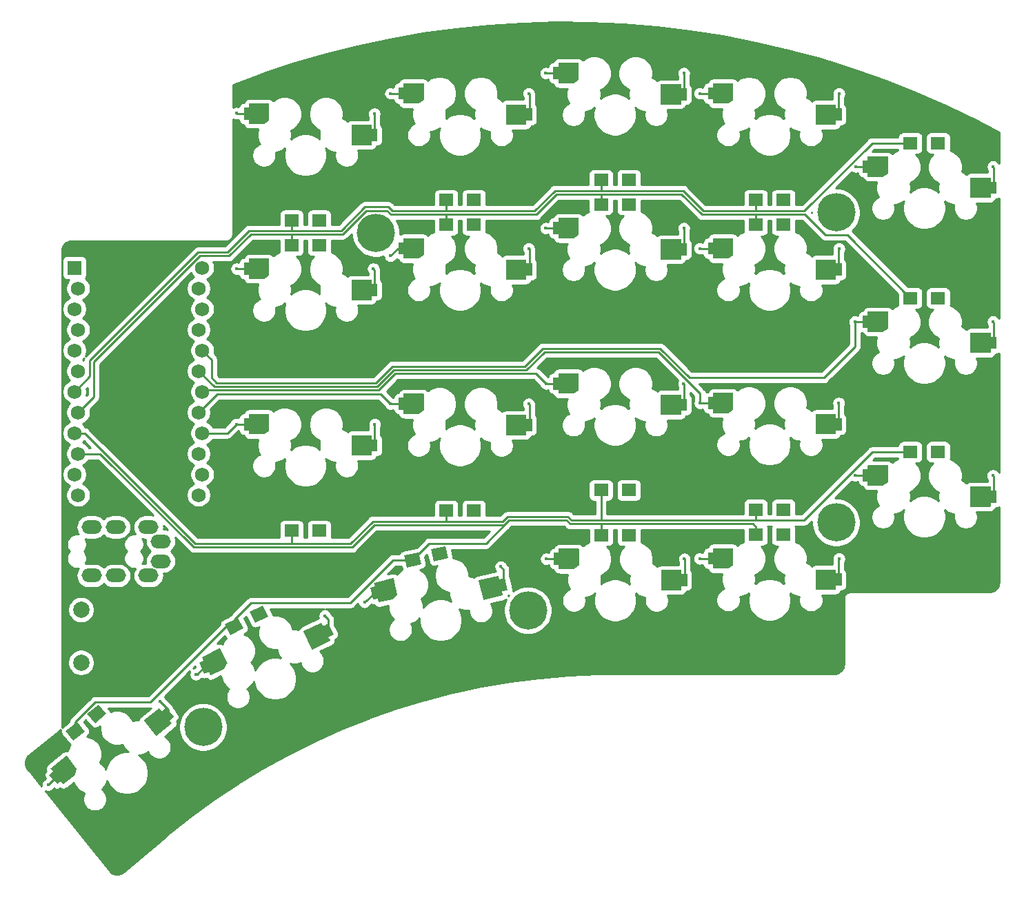
<source format=gtl>
G04 #@! TF.GenerationSoftware,KiCad,Pcbnew,5.1.8*
G04 #@! TF.CreationDate,2020-12-01T11:33:55+01:00*
G04 #@! TF.ProjectId,puggle,70756767-6c65-42e6-9b69-6361645f7063,rev?*
G04 #@! TF.SameCoordinates,Original*
G04 #@! TF.FileFunction,Copper,L1,Top*
G04 #@! TF.FilePolarity,Positive*
%FSLAX46Y46*%
G04 Gerber Fmt 4.6, Leading zero omitted, Abs format (unit mm)*
G04 Created by KiCad (PCBNEW 5.1.8) date 2020-12-01 11:33:55*
%MOMM*%
%LPD*%
G01*
G04 APERTURE LIST*
G04 #@! TA.AperFunction,ComponentPad*
%ADD10C,2.000000*%
G04 #@! TD*
G04 #@! TA.AperFunction,ComponentPad*
%ADD11O,2.500000X1.700000*%
G04 #@! TD*
G04 #@! TA.AperFunction,ComponentPad*
%ADD12C,1.752600*%
G04 #@! TD*
G04 #@! TA.AperFunction,ComponentPad*
%ADD13R,1.752600X1.752600*%
G04 #@! TD*
G04 #@! TA.AperFunction,SMDPad,CuDef*
%ADD14C,0.100000*%
G04 #@! TD*
G04 #@! TA.AperFunction,ComponentPad*
%ADD15R,1.800000X1.500000*%
G04 #@! TD*
G04 #@! TA.AperFunction,ComponentPad*
%ADD16C,0.100000*%
G04 #@! TD*
G04 #@! TA.AperFunction,ComponentPad*
%ADD17C,4.700000*%
G04 #@! TD*
G04 #@! TA.AperFunction,ViaPad*
%ADD18C,0.400000*%
G04 #@! TD*
G04 #@! TA.AperFunction,Conductor*
%ADD19C,0.250000*%
G04 #@! TD*
G04 #@! TA.AperFunction,NonConductor*
%ADD20C,0.254000*%
G04 #@! TD*
G04 #@! TA.AperFunction,NonConductor*
%ADD21C,0.100000*%
G04 #@! TD*
G04 APERTURE END LIST*
D10*
X92964000Y-105843000D03*
X92964000Y-112343000D03*
D11*
X101232000Y-101640000D03*
X102732000Y-97440000D03*
X94232000Y-101640000D03*
X97232000Y-101640000D03*
X94232000Y-95690000D03*
X97232000Y-95690000D03*
X101232000Y-95690000D03*
X102732000Y-99890000D03*
D12*
X107848600Y-63817500D03*
X92608600Y-91757500D03*
X107391400Y-66357500D03*
X107848600Y-68897500D03*
X107391400Y-71437500D03*
X107848600Y-73977500D03*
X107391400Y-76517500D03*
X107848600Y-79057500D03*
X107391400Y-81597500D03*
X107848600Y-84137500D03*
X107391400Y-86677500D03*
X107848600Y-89217500D03*
X107391400Y-91757500D03*
X92151400Y-89217500D03*
X92608600Y-86677500D03*
X92151400Y-84137500D03*
X92608600Y-81597500D03*
X92151400Y-79057500D03*
X92608600Y-76517500D03*
X92151400Y-73977500D03*
X92608600Y-71437500D03*
X92151400Y-68897500D03*
X92608600Y-66357500D03*
D13*
X92151400Y-63817500D03*
G04 #@! TA.AperFunction,SMDPad,CuDef*
D14*
G36*
X185609755Y-100900961D02*
G01*
X185619134Y-100903806D01*
X185627779Y-100908427D01*
X185635355Y-100914645D01*
X185641573Y-100922221D01*
X185646194Y-100930866D01*
X185649039Y-100940245D01*
X185650000Y-100950000D01*
X185650000Y-101400000D01*
X186350000Y-101400000D01*
X186350000Y-102900000D01*
X185650000Y-102900000D01*
X185650000Y-103350000D01*
X185649039Y-103359755D01*
X185646194Y-103369134D01*
X185641573Y-103377779D01*
X185635355Y-103385355D01*
X185627779Y-103391573D01*
X185619134Y-103396194D01*
X185609755Y-103399039D01*
X185600000Y-103400000D01*
X183200000Y-103400000D01*
X183190245Y-103399039D01*
X183180866Y-103396194D01*
X183172221Y-103391573D01*
X183164645Y-103385355D01*
X183158427Y-103377779D01*
X183153806Y-103369134D01*
X183150961Y-103359755D01*
X183150000Y-103350000D01*
X183150000Y-100950000D01*
X183150961Y-100940245D01*
X183153806Y-100930866D01*
X183158427Y-100922221D01*
X183164645Y-100914645D01*
X183172221Y-100908427D01*
X183180866Y-100903806D01*
X183190245Y-100900961D01*
X183200000Y-100900000D01*
X185600000Y-100900000D01*
X185609755Y-100900961D01*
G37*
G04 #@! TD.AperFunction*
G04 #@! TA.AperFunction,SMDPad,CuDef*
G36*
X173009755Y-98300961D02*
G01*
X173019134Y-98303806D01*
X173027779Y-98308427D01*
X173035355Y-98314645D01*
X173041573Y-98322221D01*
X173046194Y-98330866D01*
X173049039Y-98340245D01*
X173050000Y-98350000D01*
X173050000Y-100350000D01*
X173049039Y-100359755D01*
X173046194Y-100369134D01*
X173041573Y-100377779D01*
X173035355Y-100385355D01*
X173027735Y-100391603D01*
X172427735Y-100791603D01*
X172419086Y-100796214D01*
X172409703Y-100799049D01*
X172400000Y-100800000D01*
X170600000Y-100800000D01*
X170590245Y-100799039D01*
X170580866Y-100796194D01*
X170572221Y-100791573D01*
X170564645Y-100785355D01*
X170558427Y-100777779D01*
X170553806Y-100769134D01*
X170550961Y-100759755D01*
X170550000Y-100750000D01*
X170550000Y-100300000D01*
X169950000Y-100300000D01*
X169950000Y-98800000D01*
X170550000Y-98800000D01*
X170550000Y-98350000D01*
X170550961Y-98340245D01*
X170553806Y-98330866D01*
X170558427Y-98322221D01*
X170564645Y-98314645D01*
X170572221Y-98308427D01*
X170580866Y-98303806D01*
X170590245Y-98300961D01*
X170600000Y-98300000D01*
X173000000Y-98300000D01*
X173009755Y-98300961D01*
G37*
G04 #@! TD.AperFunction*
G04 #@! TA.AperFunction,SMDPad,CuDef*
G36*
X154059755Y-98350961D02*
G01*
X154069134Y-98353806D01*
X154077779Y-98358427D01*
X154085355Y-98364645D01*
X154091573Y-98372221D01*
X154096194Y-98380866D01*
X154099039Y-98390245D01*
X154100000Y-98400000D01*
X154100000Y-100400000D01*
X154099039Y-100409755D01*
X154096194Y-100419134D01*
X154091573Y-100427779D01*
X154085355Y-100435355D01*
X154077735Y-100441603D01*
X153477735Y-100841603D01*
X153469086Y-100846214D01*
X153459703Y-100849049D01*
X153450000Y-100850000D01*
X151650000Y-100850000D01*
X151640245Y-100849039D01*
X151630866Y-100846194D01*
X151622221Y-100841573D01*
X151614645Y-100835355D01*
X151608427Y-100827779D01*
X151603806Y-100819134D01*
X151600961Y-100809755D01*
X151600000Y-100800000D01*
X151600000Y-100350000D01*
X151000000Y-100350000D01*
X151000000Y-98850000D01*
X151600000Y-98850000D01*
X151600000Y-98400000D01*
X151600961Y-98390245D01*
X151603806Y-98380866D01*
X151608427Y-98372221D01*
X151614645Y-98364645D01*
X151622221Y-98358427D01*
X151630866Y-98353806D01*
X151640245Y-98350961D01*
X151650000Y-98350000D01*
X154050000Y-98350000D01*
X154059755Y-98350961D01*
G37*
G04 #@! TD.AperFunction*
G04 #@! TA.AperFunction,SMDPad,CuDef*
G36*
X166659755Y-100950961D02*
G01*
X166669134Y-100953806D01*
X166677779Y-100958427D01*
X166685355Y-100964645D01*
X166691573Y-100972221D01*
X166696194Y-100980866D01*
X166699039Y-100990245D01*
X166700000Y-101000000D01*
X166700000Y-101450000D01*
X167400000Y-101450000D01*
X167400000Y-102950000D01*
X166700000Y-102950000D01*
X166700000Y-103400000D01*
X166699039Y-103409755D01*
X166696194Y-103419134D01*
X166691573Y-103427779D01*
X166685355Y-103435355D01*
X166677779Y-103441573D01*
X166669134Y-103446194D01*
X166659755Y-103449039D01*
X166650000Y-103450000D01*
X164250000Y-103450000D01*
X164240245Y-103449039D01*
X164230866Y-103446194D01*
X164222221Y-103441573D01*
X164214645Y-103435355D01*
X164208427Y-103427779D01*
X164203806Y-103419134D01*
X164200961Y-103409755D01*
X164200000Y-103400000D01*
X164200000Y-101000000D01*
X164200961Y-100990245D01*
X164203806Y-100980866D01*
X164208427Y-100972221D01*
X164214645Y-100964645D01*
X164222221Y-100958427D01*
X164230866Y-100953806D01*
X164240245Y-100950961D01*
X164250000Y-100950000D01*
X166650000Y-100950000D01*
X166659755Y-100950961D01*
G37*
G04 #@! TD.AperFunction*
G04 #@! TA.AperFunction,SMDPad,CuDef*
G36*
X144181964Y-101664002D02*
G01*
X144191743Y-101664664D01*
X144201206Y-101667222D01*
X144209986Y-101671576D01*
X144217749Y-101677559D01*
X144224197Y-101684943D01*
X144229078Y-101693442D01*
X144232209Y-101702731D01*
X144333437Y-102141197D01*
X145015496Y-101983732D01*
X145352923Y-103445287D01*
X144670864Y-103602752D01*
X144772092Y-104041219D01*
X144773350Y-104050940D01*
X144772688Y-104060719D01*
X144770130Y-104070182D01*
X144765775Y-104078962D01*
X144759792Y-104086725D01*
X144752408Y-104093172D01*
X144743910Y-104098054D01*
X144734621Y-104101185D01*
X142396133Y-104641068D01*
X142386411Y-104642326D01*
X142376633Y-104641663D01*
X142367170Y-104639105D01*
X142358389Y-104634751D01*
X142350627Y-104628768D01*
X142344179Y-104621384D01*
X142339297Y-104612885D01*
X142336167Y-104603597D01*
X141796284Y-102265108D01*
X141795026Y-102255387D01*
X141795688Y-102245609D01*
X141798246Y-102236146D01*
X141802601Y-102227365D01*
X141808584Y-102219602D01*
X141815968Y-102213155D01*
X141824466Y-102208273D01*
X141833755Y-102205142D01*
X144172243Y-101665260D01*
X144181964Y-101664002D01*
G37*
G04 #@! TD.AperFunction*
G04 #@! TA.AperFunction,SMDPad,CuDef*
G36*
X131320029Y-101965023D02*
G01*
X131329807Y-101965685D01*
X131339270Y-101968243D01*
X131348051Y-101972597D01*
X131355813Y-101978580D01*
X131362261Y-101985964D01*
X131367143Y-101994463D01*
X131370273Y-102003752D01*
X131820176Y-103952492D01*
X131821434Y-103962213D01*
X131820771Y-103971991D01*
X131818213Y-103981454D01*
X131813859Y-103990235D01*
X131807840Y-103998037D01*
X131313198Y-104522756D01*
X131305808Y-104529194D01*
X131297303Y-104534067D01*
X131288063Y-104537176D01*
X129534197Y-104942088D01*
X129524476Y-104943346D01*
X129514697Y-104942684D01*
X129505234Y-104940126D01*
X129496454Y-104935772D01*
X129488691Y-104929789D01*
X129482243Y-104922405D01*
X129477362Y-104913906D01*
X129474231Y-104904617D01*
X129373003Y-104466151D01*
X128788381Y-104601121D01*
X128450954Y-103139566D01*
X129035576Y-103004596D01*
X128934348Y-102566129D01*
X128933090Y-102556408D01*
X128933752Y-102546629D01*
X128936310Y-102537166D01*
X128940665Y-102528386D01*
X128946648Y-102520623D01*
X128954032Y-102514176D01*
X128962530Y-102509294D01*
X128971819Y-102506163D01*
X131310307Y-101966281D01*
X131320029Y-101965023D01*
G37*
G04 #@! TD.AperFunction*
G04 #@! TA.AperFunction,SMDPad,CuDef*
G36*
X122440677Y-107415170D02*
G01*
X122450354Y-107413616D01*
X122460150Y-107413980D01*
X122469685Y-107416247D01*
X122478595Y-107420331D01*
X122486538Y-107426075D01*
X122493207Y-107433258D01*
X122498347Y-107441604D01*
X122695614Y-107846061D01*
X123324770Y-107539202D01*
X123982326Y-108887393D01*
X123353170Y-109194252D01*
X123550437Y-109598710D01*
X123553850Y-109607899D01*
X123555404Y-109617576D01*
X123555041Y-109627372D01*
X123552773Y-109636907D01*
X123548690Y-109645816D01*
X123542945Y-109653759D01*
X123535763Y-109660428D01*
X123527416Y-109665568D01*
X121370311Y-110717659D01*
X121361122Y-110721071D01*
X121351445Y-110722626D01*
X121341649Y-110722262D01*
X121332114Y-110719995D01*
X121323204Y-110715911D01*
X121315261Y-110710167D01*
X121308592Y-110702984D01*
X121303452Y-110694638D01*
X120251362Y-108537532D01*
X120247949Y-108528343D01*
X120246395Y-108518666D01*
X120246758Y-108508870D01*
X120249026Y-108499335D01*
X120253109Y-108490425D01*
X120258854Y-108482482D01*
X120266036Y-108475814D01*
X120274383Y-108470674D01*
X122431488Y-107418583D01*
X122440677Y-107415170D01*
G37*
G04 #@! TD.AperFunction*
G04 #@! TA.AperFunction,SMDPad,CuDef*
G36*
X109976107Y-110601783D02*
G01*
X109985784Y-110600228D01*
X109995580Y-110600592D01*
X110005115Y-110602860D01*
X110014025Y-110606943D01*
X110021968Y-110612687D01*
X110028636Y-110619870D01*
X110033776Y-110628216D01*
X110910519Y-112425805D01*
X110913931Y-112434994D01*
X110915486Y-112444671D01*
X110915122Y-112454466D01*
X110912854Y-112464001D01*
X110908744Y-112472957D01*
X110544816Y-113095498D01*
X110539064Y-113103434D01*
X110531874Y-113110095D01*
X110523569Y-113115203D01*
X108905740Y-113904271D01*
X108896551Y-113907684D01*
X108886874Y-113909238D01*
X108877078Y-113908875D01*
X108867543Y-113906607D01*
X108858634Y-113902524D01*
X108850690Y-113896779D01*
X108844022Y-113889597D01*
X108838882Y-113881250D01*
X108641615Y-113476793D01*
X108102338Y-113739815D01*
X107444782Y-112391624D01*
X107984058Y-112128602D01*
X107786791Y-111724144D01*
X107783379Y-111714955D01*
X107781824Y-111705278D01*
X107782188Y-111695483D01*
X107784455Y-111685948D01*
X107788539Y-111677038D01*
X107794283Y-111669095D01*
X107801466Y-111662426D01*
X107809812Y-111657286D01*
X109966918Y-110605195D01*
X109976107Y-110601783D01*
G37*
G04 #@! TD.AperFunction*
G04 #@! TA.AperFunction,SMDPad,CuDef*
G36*
X102550350Y-117909663D02*
G01*
X102559429Y-117905971D01*
X102569056Y-117904122D01*
X102578857Y-117904186D01*
X102588457Y-117906161D01*
X102597488Y-117909971D01*
X102605602Y-117915470D01*
X102612487Y-117922446D01*
X102895682Y-118272162D01*
X103439684Y-117831637D01*
X104383664Y-118997356D01*
X103839662Y-119437881D01*
X104122856Y-119787596D01*
X104128249Y-119795782D01*
X104131940Y-119804861D01*
X104133789Y-119814488D01*
X104133725Y-119824289D01*
X104131750Y-119833889D01*
X104127940Y-119842920D01*
X104122441Y-119851034D01*
X104115465Y-119857920D01*
X102250315Y-121368289D01*
X102242129Y-121373681D01*
X102233050Y-121377372D01*
X102223423Y-121379221D01*
X102213622Y-121379157D01*
X102204022Y-121377182D01*
X102194991Y-121373372D01*
X102186877Y-121367874D01*
X102179991Y-121360897D01*
X100669623Y-119495747D01*
X100664230Y-119487561D01*
X100660539Y-119478482D01*
X100658690Y-119468855D01*
X100658754Y-119459055D01*
X100660729Y-119449455D01*
X100664539Y-119440423D01*
X100670038Y-119432310D01*
X100677014Y-119425424D01*
X102542164Y-117915055D01*
X102550350Y-117909663D01*
G37*
G04 #@! TD.AperFunction*
G04 #@! TA.AperFunction,SMDPad,CuDef*
G36*
X91122077Y-123818519D02*
G01*
X91131157Y-123814828D01*
X91140783Y-123812979D01*
X91150584Y-123813043D01*
X91160184Y-123815018D01*
X91169216Y-123818828D01*
X91177329Y-123824326D01*
X91184215Y-123831303D01*
X92442856Y-125385595D01*
X92448248Y-125393781D01*
X92451939Y-125402860D01*
X92453789Y-125412486D01*
X92453724Y-125422287D01*
X92451734Y-125431938D01*
X92237175Y-126120389D01*
X92233355Y-126129415D01*
X92227847Y-126137523D01*
X92220905Y-126144369D01*
X90822042Y-127277145D01*
X90813856Y-127282538D01*
X90804777Y-127286229D01*
X90795151Y-127288078D01*
X90785350Y-127288014D01*
X90775750Y-127286039D01*
X90766718Y-127282229D01*
X90758605Y-127276730D01*
X90751719Y-127269754D01*
X90468525Y-126920038D01*
X90002237Y-127297631D01*
X89058257Y-126131912D01*
X89524544Y-125754319D01*
X89241350Y-125404604D01*
X89235958Y-125396418D01*
X89232266Y-125387339D01*
X89230417Y-125377712D01*
X89230482Y-125367911D01*
X89232456Y-125358311D01*
X89236267Y-125349280D01*
X89241765Y-125341166D01*
X89248741Y-125334280D01*
X91113892Y-123823911D01*
X91122077Y-123818519D01*
G37*
G04 #@! TD.AperFunction*
G04 #@! TA.AperFunction,SMDPad,CuDef*
G36*
X204609755Y-90700961D02*
G01*
X204619134Y-90703806D01*
X204627779Y-90708427D01*
X204635355Y-90714645D01*
X204641573Y-90722221D01*
X204646194Y-90730866D01*
X204649039Y-90740245D01*
X204650000Y-90750000D01*
X204650000Y-91200000D01*
X205350000Y-91200000D01*
X205350000Y-92700000D01*
X204650000Y-92700000D01*
X204650000Y-93150000D01*
X204649039Y-93159755D01*
X204646194Y-93169134D01*
X204641573Y-93177779D01*
X204635355Y-93185355D01*
X204627779Y-93191573D01*
X204619134Y-93196194D01*
X204609755Y-93199039D01*
X204600000Y-93200000D01*
X202200000Y-93200000D01*
X202190245Y-93199039D01*
X202180866Y-93196194D01*
X202172221Y-93191573D01*
X202164645Y-93185355D01*
X202158427Y-93177779D01*
X202153806Y-93169134D01*
X202150961Y-93159755D01*
X202150000Y-93150000D01*
X202150000Y-90750000D01*
X202150961Y-90740245D01*
X202153806Y-90730866D01*
X202158427Y-90722221D01*
X202164645Y-90714645D01*
X202172221Y-90708427D01*
X202180866Y-90703806D01*
X202190245Y-90700961D01*
X202200000Y-90700000D01*
X204600000Y-90700000D01*
X204609755Y-90700961D01*
G37*
G04 #@! TD.AperFunction*
G04 #@! TA.AperFunction,SMDPad,CuDef*
G36*
X192009755Y-88100961D02*
G01*
X192019134Y-88103806D01*
X192027779Y-88108427D01*
X192035355Y-88114645D01*
X192041573Y-88122221D01*
X192046194Y-88130866D01*
X192049039Y-88140245D01*
X192050000Y-88150000D01*
X192050000Y-90150000D01*
X192049039Y-90159755D01*
X192046194Y-90169134D01*
X192041573Y-90177779D01*
X192035355Y-90185355D01*
X192027735Y-90191603D01*
X191427735Y-90591603D01*
X191419086Y-90596214D01*
X191409703Y-90599049D01*
X191400000Y-90600000D01*
X189600000Y-90600000D01*
X189590245Y-90599039D01*
X189580866Y-90596194D01*
X189572221Y-90591573D01*
X189564645Y-90585355D01*
X189558427Y-90577779D01*
X189553806Y-90569134D01*
X189550961Y-90559755D01*
X189550000Y-90550000D01*
X189550000Y-90100000D01*
X188950000Y-90100000D01*
X188950000Y-88600000D01*
X189550000Y-88600000D01*
X189550000Y-88150000D01*
X189550961Y-88140245D01*
X189553806Y-88130866D01*
X189558427Y-88122221D01*
X189564645Y-88114645D01*
X189572221Y-88108427D01*
X189580866Y-88103806D01*
X189590245Y-88100961D01*
X189600000Y-88100000D01*
X192000000Y-88100000D01*
X192009755Y-88100961D01*
G37*
G04 #@! TD.AperFunction*
G04 #@! TA.AperFunction,SMDPad,CuDef*
G36*
X185609755Y-81800961D02*
G01*
X185619134Y-81803806D01*
X185627779Y-81808427D01*
X185635355Y-81814645D01*
X185641573Y-81822221D01*
X185646194Y-81830866D01*
X185649039Y-81840245D01*
X185650000Y-81850000D01*
X185650000Y-82300000D01*
X186350000Y-82300000D01*
X186350000Y-83800000D01*
X185650000Y-83800000D01*
X185650000Y-84250000D01*
X185649039Y-84259755D01*
X185646194Y-84269134D01*
X185641573Y-84277779D01*
X185635355Y-84285355D01*
X185627779Y-84291573D01*
X185619134Y-84296194D01*
X185609755Y-84299039D01*
X185600000Y-84300000D01*
X183200000Y-84300000D01*
X183190245Y-84299039D01*
X183180866Y-84296194D01*
X183172221Y-84291573D01*
X183164645Y-84285355D01*
X183158427Y-84277779D01*
X183153806Y-84269134D01*
X183150961Y-84259755D01*
X183150000Y-84250000D01*
X183150000Y-81850000D01*
X183150961Y-81840245D01*
X183153806Y-81830866D01*
X183158427Y-81822221D01*
X183164645Y-81814645D01*
X183172221Y-81808427D01*
X183180866Y-81803806D01*
X183190245Y-81800961D01*
X183200000Y-81800000D01*
X185600000Y-81800000D01*
X185609755Y-81800961D01*
G37*
G04 #@! TD.AperFunction*
G04 #@! TA.AperFunction,SMDPad,CuDef*
G36*
X173009755Y-79200961D02*
G01*
X173019134Y-79203806D01*
X173027779Y-79208427D01*
X173035355Y-79214645D01*
X173041573Y-79222221D01*
X173046194Y-79230866D01*
X173049039Y-79240245D01*
X173050000Y-79250000D01*
X173050000Y-81250000D01*
X173049039Y-81259755D01*
X173046194Y-81269134D01*
X173041573Y-81277779D01*
X173035355Y-81285355D01*
X173027735Y-81291603D01*
X172427735Y-81691603D01*
X172419086Y-81696214D01*
X172409703Y-81699049D01*
X172400000Y-81700000D01*
X170600000Y-81700000D01*
X170590245Y-81699039D01*
X170580866Y-81696194D01*
X170572221Y-81691573D01*
X170564645Y-81685355D01*
X170558427Y-81677779D01*
X170553806Y-81669134D01*
X170550961Y-81659755D01*
X170550000Y-81650000D01*
X170550000Y-81200000D01*
X169950000Y-81200000D01*
X169950000Y-79700000D01*
X170550000Y-79700000D01*
X170550000Y-79250000D01*
X170550961Y-79240245D01*
X170553806Y-79230866D01*
X170558427Y-79222221D01*
X170564645Y-79214645D01*
X170572221Y-79208427D01*
X170580866Y-79203806D01*
X170590245Y-79200961D01*
X170600000Y-79200000D01*
X173000000Y-79200000D01*
X173009755Y-79200961D01*
G37*
G04 #@! TD.AperFunction*
G04 #@! TA.AperFunction,SMDPad,CuDef*
G36*
X166609755Y-79400961D02*
G01*
X166619134Y-79403806D01*
X166627779Y-79408427D01*
X166635355Y-79414645D01*
X166641573Y-79422221D01*
X166646194Y-79430866D01*
X166649039Y-79440245D01*
X166650000Y-79450000D01*
X166650000Y-79900000D01*
X167350000Y-79900000D01*
X167350000Y-81400000D01*
X166650000Y-81400000D01*
X166650000Y-81850000D01*
X166649039Y-81859755D01*
X166646194Y-81869134D01*
X166641573Y-81877779D01*
X166635355Y-81885355D01*
X166627779Y-81891573D01*
X166619134Y-81896194D01*
X166609755Y-81899039D01*
X166600000Y-81900000D01*
X164200000Y-81900000D01*
X164190245Y-81899039D01*
X164180866Y-81896194D01*
X164172221Y-81891573D01*
X164164645Y-81885355D01*
X164158427Y-81877779D01*
X164153806Y-81869134D01*
X164150961Y-81859755D01*
X164150000Y-81850000D01*
X164150000Y-79450000D01*
X164150961Y-79440245D01*
X164153806Y-79430866D01*
X164158427Y-79422221D01*
X164164645Y-79414645D01*
X164172221Y-79408427D01*
X164180866Y-79403806D01*
X164190245Y-79400961D01*
X164200000Y-79400000D01*
X166600000Y-79400000D01*
X166609755Y-79400961D01*
G37*
G04 #@! TD.AperFunction*
G04 #@! TA.AperFunction,SMDPad,CuDef*
G36*
X154009755Y-76800961D02*
G01*
X154019134Y-76803806D01*
X154027779Y-76808427D01*
X154035355Y-76814645D01*
X154041573Y-76822221D01*
X154046194Y-76830866D01*
X154049039Y-76840245D01*
X154050000Y-76850000D01*
X154050000Y-78850000D01*
X154049039Y-78859755D01*
X154046194Y-78869134D01*
X154041573Y-78877779D01*
X154035355Y-78885355D01*
X154027735Y-78891603D01*
X153427735Y-79291603D01*
X153419086Y-79296214D01*
X153409703Y-79299049D01*
X153400000Y-79300000D01*
X151600000Y-79300000D01*
X151590245Y-79299039D01*
X151580866Y-79296194D01*
X151572221Y-79291573D01*
X151564645Y-79285355D01*
X151558427Y-79277779D01*
X151553806Y-79269134D01*
X151550961Y-79259755D01*
X151550000Y-79250000D01*
X151550000Y-78800000D01*
X150950000Y-78800000D01*
X150950000Y-77300000D01*
X151550000Y-77300000D01*
X151550000Y-76850000D01*
X151550961Y-76840245D01*
X151553806Y-76830866D01*
X151558427Y-76822221D01*
X151564645Y-76814645D01*
X151572221Y-76808427D01*
X151580866Y-76803806D01*
X151590245Y-76800961D01*
X151600000Y-76800000D01*
X154000000Y-76800000D01*
X154009755Y-76800961D01*
G37*
G04 #@! TD.AperFunction*
G04 #@! TA.AperFunction,SMDPad,CuDef*
G36*
X147609755Y-81900961D02*
G01*
X147619134Y-81903806D01*
X147627779Y-81908427D01*
X147635355Y-81914645D01*
X147641573Y-81922221D01*
X147646194Y-81930866D01*
X147649039Y-81940245D01*
X147650000Y-81950000D01*
X147650000Y-82400000D01*
X148350000Y-82400000D01*
X148350000Y-83900000D01*
X147650000Y-83900000D01*
X147650000Y-84350000D01*
X147649039Y-84359755D01*
X147646194Y-84369134D01*
X147641573Y-84377779D01*
X147635355Y-84385355D01*
X147627779Y-84391573D01*
X147619134Y-84396194D01*
X147609755Y-84399039D01*
X147600000Y-84400000D01*
X145200000Y-84400000D01*
X145190245Y-84399039D01*
X145180866Y-84396194D01*
X145172221Y-84391573D01*
X145164645Y-84385355D01*
X145158427Y-84377779D01*
X145153806Y-84369134D01*
X145150961Y-84359755D01*
X145150000Y-84350000D01*
X145150000Y-81950000D01*
X145150961Y-81940245D01*
X145153806Y-81930866D01*
X145158427Y-81922221D01*
X145164645Y-81914645D01*
X145172221Y-81908427D01*
X145180866Y-81903806D01*
X145190245Y-81900961D01*
X145200000Y-81900000D01*
X147600000Y-81900000D01*
X147609755Y-81900961D01*
G37*
G04 #@! TD.AperFunction*
G04 #@! TA.AperFunction,SMDPad,CuDef*
G36*
X135009755Y-79300961D02*
G01*
X135019134Y-79303806D01*
X135027779Y-79308427D01*
X135035355Y-79314645D01*
X135041573Y-79322221D01*
X135046194Y-79330866D01*
X135049039Y-79340245D01*
X135050000Y-79350000D01*
X135050000Y-81350000D01*
X135049039Y-81359755D01*
X135046194Y-81369134D01*
X135041573Y-81377779D01*
X135035355Y-81385355D01*
X135027735Y-81391603D01*
X134427735Y-81791603D01*
X134419086Y-81796214D01*
X134409703Y-81799049D01*
X134400000Y-81800000D01*
X132600000Y-81800000D01*
X132590245Y-81799039D01*
X132580866Y-81796194D01*
X132572221Y-81791573D01*
X132564645Y-81785355D01*
X132558427Y-81777779D01*
X132553806Y-81769134D01*
X132550961Y-81759755D01*
X132550000Y-81750000D01*
X132550000Y-81300000D01*
X131950000Y-81300000D01*
X131950000Y-79800000D01*
X132550000Y-79800000D01*
X132550000Y-79350000D01*
X132550961Y-79340245D01*
X132553806Y-79330866D01*
X132558427Y-79322221D01*
X132564645Y-79314645D01*
X132572221Y-79308427D01*
X132580866Y-79303806D01*
X132590245Y-79300961D01*
X132600000Y-79300000D01*
X135000000Y-79300000D01*
X135009755Y-79300961D01*
G37*
G04 #@! TD.AperFunction*
G04 #@! TA.AperFunction,SMDPad,CuDef*
G36*
X128609755Y-84400961D02*
G01*
X128619134Y-84403806D01*
X128627779Y-84408427D01*
X128635355Y-84414645D01*
X128641573Y-84422221D01*
X128646194Y-84430866D01*
X128649039Y-84440245D01*
X128650000Y-84450000D01*
X128650000Y-84900000D01*
X129350000Y-84900000D01*
X129350000Y-86400000D01*
X128650000Y-86400000D01*
X128650000Y-86850000D01*
X128649039Y-86859755D01*
X128646194Y-86869134D01*
X128641573Y-86877779D01*
X128635355Y-86885355D01*
X128627779Y-86891573D01*
X128619134Y-86896194D01*
X128609755Y-86899039D01*
X128600000Y-86900000D01*
X126200000Y-86900000D01*
X126190245Y-86899039D01*
X126180866Y-86896194D01*
X126172221Y-86891573D01*
X126164645Y-86885355D01*
X126158427Y-86877779D01*
X126153806Y-86869134D01*
X126150961Y-86859755D01*
X126150000Y-86850000D01*
X126150000Y-84450000D01*
X126150961Y-84440245D01*
X126153806Y-84430866D01*
X126158427Y-84422221D01*
X126164645Y-84414645D01*
X126172221Y-84408427D01*
X126180866Y-84403806D01*
X126190245Y-84400961D01*
X126200000Y-84400000D01*
X128600000Y-84400000D01*
X128609755Y-84400961D01*
G37*
G04 #@! TD.AperFunction*
G04 #@! TA.AperFunction,SMDPad,CuDef*
G36*
X116009755Y-81800961D02*
G01*
X116019134Y-81803806D01*
X116027779Y-81808427D01*
X116035355Y-81814645D01*
X116041573Y-81822221D01*
X116046194Y-81830866D01*
X116049039Y-81840245D01*
X116050000Y-81850000D01*
X116050000Y-83850000D01*
X116049039Y-83859755D01*
X116046194Y-83869134D01*
X116041573Y-83877779D01*
X116035355Y-83885355D01*
X116027735Y-83891603D01*
X115427735Y-84291603D01*
X115419086Y-84296214D01*
X115409703Y-84299049D01*
X115400000Y-84300000D01*
X113600000Y-84300000D01*
X113590245Y-84299039D01*
X113580866Y-84296194D01*
X113572221Y-84291573D01*
X113564645Y-84285355D01*
X113558427Y-84277779D01*
X113553806Y-84269134D01*
X113550961Y-84259755D01*
X113550000Y-84250000D01*
X113550000Y-83800000D01*
X112950000Y-83800000D01*
X112950000Y-82300000D01*
X113550000Y-82300000D01*
X113550000Y-81850000D01*
X113550961Y-81840245D01*
X113553806Y-81830866D01*
X113558427Y-81822221D01*
X113564645Y-81814645D01*
X113572221Y-81808427D01*
X113580866Y-81803806D01*
X113590245Y-81800961D01*
X113600000Y-81800000D01*
X116000000Y-81800000D01*
X116009755Y-81800961D01*
G37*
G04 #@! TD.AperFunction*
G04 #@! TA.AperFunction,SMDPad,CuDef*
G36*
X204609755Y-71800961D02*
G01*
X204619134Y-71803806D01*
X204627779Y-71808427D01*
X204635355Y-71814645D01*
X204641573Y-71822221D01*
X204646194Y-71830866D01*
X204649039Y-71840245D01*
X204650000Y-71850000D01*
X204650000Y-72300000D01*
X205350000Y-72300000D01*
X205350000Y-73800000D01*
X204650000Y-73800000D01*
X204650000Y-74250000D01*
X204649039Y-74259755D01*
X204646194Y-74269134D01*
X204641573Y-74277779D01*
X204635355Y-74285355D01*
X204627779Y-74291573D01*
X204619134Y-74296194D01*
X204609755Y-74299039D01*
X204600000Y-74300000D01*
X202200000Y-74300000D01*
X202190245Y-74299039D01*
X202180866Y-74296194D01*
X202172221Y-74291573D01*
X202164645Y-74285355D01*
X202158427Y-74277779D01*
X202153806Y-74269134D01*
X202150961Y-74259755D01*
X202150000Y-74250000D01*
X202150000Y-71850000D01*
X202150961Y-71840245D01*
X202153806Y-71830866D01*
X202158427Y-71822221D01*
X202164645Y-71814645D01*
X202172221Y-71808427D01*
X202180866Y-71803806D01*
X202190245Y-71800961D01*
X202200000Y-71800000D01*
X204600000Y-71800000D01*
X204609755Y-71800961D01*
G37*
G04 #@! TD.AperFunction*
G04 #@! TA.AperFunction,SMDPad,CuDef*
G36*
X192009755Y-69200961D02*
G01*
X192019134Y-69203806D01*
X192027779Y-69208427D01*
X192035355Y-69214645D01*
X192041573Y-69222221D01*
X192046194Y-69230866D01*
X192049039Y-69240245D01*
X192050000Y-69250000D01*
X192050000Y-71250000D01*
X192049039Y-71259755D01*
X192046194Y-71269134D01*
X192041573Y-71277779D01*
X192035355Y-71285355D01*
X192027735Y-71291603D01*
X191427735Y-71691603D01*
X191419086Y-71696214D01*
X191409703Y-71699049D01*
X191400000Y-71700000D01*
X189600000Y-71700000D01*
X189590245Y-71699039D01*
X189580866Y-71696194D01*
X189572221Y-71691573D01*
X189564645Y-71685355D01*
X189558427Y-71677779D01*
X189553806Y-71669134D01*
X189550961Y-71659755D01*
X189550000Y-71650000D01*
X189550000Y-71200000D01*
X188950000Y-71200000D01*
X188950000Y-69700000D01*
X189550000Y-69700000D01*
X189550000Y-69250000D01*
X189550961Y-69240245D01*
X189553806Y-69230866D01*
X189558427Y-69222221D01*
X189564645Y-69214645D01*
X189572221Y-69208427D01*
X189580866Y-69203806D01*
X189590245Y-69200961D01*
X189600000Y-69200000D01*
X192000000Y-69200000D01*
X192009755Y-69200961D01*
G37*
G04 #@! TD.AperFunction*
G04 #@! TA.AperFunction,SMDPad,CuDef*
G36*
X185609755Y-62800961D02*
G01*
X185619134Y-62803806D01*
X185627779Y-62808427D01*
X185635355Y-62814645D01*
X185641573Y-62822221D01*
X185646194Y-62830866D01*
X185649039Y-62840245D01*
X185650000Y-62850000D01*
X185650000Y-63300000D01*
X186350000Y-63300000D01*
X186350000Y-64800000D01*
X185650000Y-64800000D01*
X185650000Y-65250000D01*
X185649039Y-65259755D01*
X185646194Y-65269134D01*
X185641573Y-65277779D01*
X185635355Y-65285355D01*
X185627779Y-65291573D01*
X185619134Y-65296194D01*
X185609755Y-65299039D01*
X185600000Y-65300000D01*
X183200000Y-65300000D01*
X183190245Y-65299039D01*
X183180866Y-65296194D01*
X183172221Y-65291573D01*
X183164645Y-65285355D01*
X183158427Y-65277779D01*
X183153806Y-65269134D01*
X183150961Y-65259755D01*
X183150000Y-65250000D01*
X183150000Y-62850000D01*
X183150961Y-62840245D01*
X183153806Y-62830866D01*
X183158427Y-62822221D01*
X183164645Y-62814645D01*
X183172221Y-62808427D01*
X183180866Y-62803806D01*
X183190245Y-62800961D01*
X183200000Y-62800000D01*
X185600000Y-62800000D01*
X185609755Y-62800961D01*
G37*
G04 #@! TD.AperFunction*
G04 #@! TA.AperFunction,SMDPad,CuDef*
G36*
X173009755Y-60200961D02*
G01*
X173019134Y-60203806D01*
X173027779Y-60208427D01*
X173035355Y-60214645D01*
X173041573Y-60222221D01*
X173046194Y-60230866D01*
X173049039Y-60240245D01*
X173050000Y-60250000D01*
X173050000Y-62250000D01*
X173049039Y-62259755D01*
X173046194Y-62269134D01*
X173041573Y-62277779D01*
X173035355Y-62285355D01*
X173027735Y-62291603D01*
X172427735Y-62691603D01*
X172419086Y-62696214D01*
X172409703Y-62699049D01*
X172400000Y-62700000D01*
X170600000Y-62700000D01*
X170590245Y-62699039D01*
X170580866Y-62696194D01*
X170572221Y-62691573D01*
X170564645Y-62685355D01*
X170558427Y-62677779D01*
X170553806Y-62669134D01*
X170550961Y-62659755D01*
X170550000Y-62650000D01*
X170550000Y-62200000D01*
X169950000Y-62200000D01*
X169950000Y-60700000D01*
X170550000Y-60700000D01*
X170550000Y-60250000D01*
X170550961Y-60240245D01*
X170553806Y-60230866D01*
X170558427Y-60222221D01*
X170564645Y-60214645D01*
X170572221Y-60208427D01*
X170580866Y-60203806D01*
X170590245Y-60200961D01*
X170600000Y-60200000D01*
X173000000Y-60200000D01*
X173009755Y-60200961D01*
G37*
G04 #@! TD.AperFunction*
G04 #@! TA.AperFunction,SMDPad,CuDef*
G36*
X166609755Y-60310961D02*
G01*
X166619134Y-60313806D01*
X166627779Y-60318427D01*
X166635355Y-60324645D01*
X166641573Y-60332221D01*
X166646194Y-60340866D01*
X166649039Y-60350245D01*
X166650000Y-60360000D01*
X166650000Y-60810000D01*
X167350000Y-60810000D01*
X167350000Y-62310000D01*
X166650000Y-62310000D01*
X166650000Y-62760000D01*
X166649039Y-62769755D01*
X166646194Y-62779134D01*
X166641573Y-62787779D01*
X166635355Y-62795355D01*
X166627779Y-62801573D01*
X166619134Y-62806194D01*
X166609755Y-62809039D01*
X166600000Y-62810000D01*
X164200000Y-62810000D01*
X164190245Y-62809039D01*
X164180866Y-62806194D01*
X164172221Y-62801573D01*
X164164645Y-62795355D01*
X164158427Y-62787779D01*
X164153806Y-62779134D01*
X164150961Y-62769755D01*
X164150000Y-62760000D01*
X164150000Y-60360000D01*
X164150961Y-60350245D01*
X164153806Y-60340866D01*
X164158427Y-60332221D01*
X164164645Y-60324645D01*
X164172221Y-60318427D01*
X164180866Y-60313806D01*
X164190245Y-60310961D01*
X164200000Y-60310000D01*
X166600000Y-60310000D01*
X166609755Y-60310961D01*
G37*
G04 #@! TD.AperFunction*
G04 #@! TA.AperFunction,SMDPad,CuDef*
G36*
X154009755Y-57710961D02*
G01*
X154019134Y-57713806D01*
X154027779Y-57718427D01*
X154035355Y-57724645D01*
X154041573Y-57732221D01*
X154046194Y-57740866D01*
X154049039Y-57750245D01*
X154050000Y-57760000D01*
X154050000Y-59760000D01*
X154049039Y-59769755D01*
X154046194Y-59779134D01*
X154041573Y-59787779D01*
X154035355Y-59795355D01*
X154027735Y-59801603D01*
X153427735Y-60201603D01*
X153419086Y-60206214D01*
X153409703Y-60209049D01*
X153400000Y-60210000D01*
X151600000Y-60210000D01*
X151590245Y-60209039D01*
X151580866Y-60206194D01*
X151572221Y-60201573D01*
X151564645Y-60195355D01*
X151558427Y-60187779D01*
X151553806Y-60179134D01*
X151550961Y-60169755D01*
X151550000Y-60160000D01*
X151550000Y-59710000D01*
X150950000Y-59710000D01*
X150950000Y-58210000D01*
X151550000Y-58210000D01*
X151550000Y-57760000D01*
X151550961Y-57750245D01*
X151553806Y-57740866D01*
X151558427Y-57732221D01*
X151564645Y-57724645D01*
X151572221Y-57718427D01*
X151580866Y-57713806D01*
X151590245Y-57710961D01*
X151600000Y-57710000D01*
X154000000Y-57710000D01*
X154009755Y-57710961D01*
G37*
G04 #@! TD.AperFunction*
G04 #@! TA.AperFunction,SMDPad,CuDef*
G36*
X147609755Y-62800961D02*
G01*
X147619134Y-62803806D01*
X147627779Y-62808427D01*
X147635355Y-62814645D01*
X147641573Y-62822221D01*
X147646194Y-62830866D01*
X147649039Y-62840245D01*
X147650000Y-62850000D01*
X147650000Y-63300000D01*
X148350000Y-63300000D01*
X148350000Y-64800000D01*
X147650000Y-64800000D01*
X147650000Y-65250000D01*
X147649039Y-65259755D01*
X147646194Y-65269134D01*
X147641573Y-65277779D01*
X147635355Y-65285355D01*
X147627779Y-65291573D01*
X147619134Y-65296194D01*
X147609755Y-65299039D01*
X147600000Y-65300000D01*
X145200000Y-65300000D01*
X145190245Y-65299039D01*
X145180866Y-65296194D01*
X145172221Y-65291573D01*
X145164645Y-65285355D01*
X145158427Y-65277779D01*
X145153806Y-65269134D01*
X145150961Y-65259755D01*
X145150000Y-65250000D01*
X145150000Y-62850000D01*
X145150961Y-62840245D01*
X145153806Y-62830866D01*
X145158427Y-62822221D01*
X145164645Y-62814645D01*
X145172221Y-62808427D01*
X145180866Y-62803806D01*
X145190245Y-62800961D01*
X145200000Y-62800000D01*
X147600000Y-62800000D01*
X147609755Y-62800961D01*
G37*
G04 #@! TD.AperFunction*
G04 #@! TA.AperFunction,SMDPad,CuDef*
G36*
X135009755Y-60200961D02*
G01*
X135019134Y-60203806D01*
X135027779Y-60208427D01*
X135035355Y-60214645D01*
X135041573Y-60222221D01*
X135046194Y-60230866D01*
X135049039Y-60240245D01*
X135050000Y-60250000D01*
X135050000Y-62250000D01*
X135049039Y-62259755D01*
X135046194Y-62269134D01*
X135041573Y-62277779D01*
X135035355Y-62285355D01*
X135027735Y-62291603D01*
X134427735Y-62691603D01*
X134419086Y-62696214D01*
X134409703Y-62699049D01*
X134400000Y-62700000D01*
X132600000Y-62700000D01*
X132590245Y-62699039D01*
X132580866Y-62696194D01*
X132572221Y-62691573D01*
X132564645Y-62685355D01*
X132558427Y-62677779D01*
X132553806Y-62669134D01*
X132550961Y-62659755D01*
X132550000Y-62650000D01*
X132550000Y-62200000D01*
X131950000Y-62200000D01*
X131950000Y-60700000D01*
X132550000Y-60700000D01*
X132550000Y-60250000D01*
X132550961Y-60240245D01*
X132553806Y-60230866D01*
X132558427Y-60222221D01*
X132564645Y-60214645D01*
X132572221Y-60208427D01*
X132580866Y-60203806D01*
X132590245Y-60200961D01*
X132600000Y-60200000D01*
X135000000Y-60200000D01*
X135009755Y-60200961D01*
G37*
G04 #@! TD.AperFunction*
G04 #@! TA.AperFunction,SMDPad,CuDef*
G36*
X128609755Y-65300961D02*
G01*
X128619134Y-65303806D01*
X128627779Y-65308427D01*
X128635355Y-65314645D01*
X128641573Y-65322221D01*
X128646194Y-65330866D01*
X128649039Y-65340245D01*
X128650000Y-65350000D01*
X128650000Y-65800000D01*
X129350000Y-65800000D01*
X129350000Y-67300000D01*
X128650000Y-67300000D01*
X128650000Y-67750000D01*
X128649039Y-67759755D01*
X128646194Y-67769134D01*
X128641573Y-67777779D01*
X128635355Y-67785355D01*
X128627779Y-67791573D01*
X128619134Y-67796194D01*
X128609755Y-67799039D01*
X128600000Y-67800000D01*
X126200000Y-67800000D01*
X126190245Y-67799039D01*
X126180866Y-67796194D01*
X126172221Y-67791573D01*
X126164645Y-67785355D01*
X126158427Y-67777779D01*
X126153806Y-67769134D01*
X126150961Y-67759755D01*
X126150000Y-67750000D01*
X126150000Y-65350000D01*
X126150961Y-65340245D01*
X126153806Y-65330866D01*
X126158427Y-65322221D01*
X126164645Y-65314645D01*
X126172221Y-65308427D01*
X126180866Y-65303806D01*
X126190245Y-65300961D01*
X126200000Y-65300000D01*
X128600000Y-65300000D01*
X128609755Y-65300961D01*
G37*
G04 #@! TD.AperFunction*
G04 #@! TA.AperFunction,SMDPad,CuDef*
G36*
X116009755Y-62700961D02*
G01*
X116019134Y-62703806D01*
X116027779Y-62708427D01*
X116035355Y-62714645D01*
X116041573Y-62722221D01*
X116046194Y-62730866D01*
X116049039Y-62740245D01*
X116050000Y-62750000D01*
X116050000Y-64750000D01*
X116049039Y-64759755D01*
X116046194Y-64769134D01*
X116041573Y-64777779D01*
X116035355Y-64785355D01*
X116027735Y-64791603D01*
X115427735Y-65191603D01*
X115419086Y-65196214D01*
X115409703Y-65199049D01*
X115400000Y-65200000D01*
X113600000Y-65200000D01*
X113590245Y-65199039D01*
X113580866Y-65196194D01*
X113572221Y-65191573D01*
X113564645Y-65185355D01*
X113558427Y-65177779D01*
X113553806Y-65169134D01*
X113550961Y-65159755D01*
X113550000Y-65150000D01*
X113550000Y-64700000D01*
X112950000Y-64700000D01*
X112950000Y-63200000D01*
X113550000Y-63200000D01*
X113550000Y-62750000D01*
X113550961Y-62740245D01*
X113553806Y-62730866D01*
X113558427Y-62722221D01*
X113564645Y-62714645D01*
X113572221Y-62708427D01*
X113580866Y-62703806D01*
X113590245Y-62700961D01*
X113600000Y-62700000D01*
X116000000Y-62700000D01*
X116009755Y-62700961D01*
G37*
G04 #@! TD.AperFunction*
G04 #@! TA.AperFunction,SMDPad,CuDef*
G36*
X204609755Y-52750961D02*
G01*
X204619134Y-52753806D01*
X204627779Y-52758427D01*
X204635355Y-52764645D01*
X204641573Y-52772221D01*
X204646194Y-52780866D01*
X204649039Y-52790245D01*
X204650000Y-52800000D01*
X204650000Y-53250000D01*
X205350000Y-53250000D01*
X205350000Y-54750000D01*
X204650000Y-54750000D01*
X204650000Y-55200000D01*
X204649039Y-55209755D01*
X204646194Y-55219134D01*
X204641573Y-55227779D01*
X204635355Y-55235355D01*
X204627779Y-55241573D01*
X204619134Y-55246194D01*
X204609755Y-55249039D01*
X204600000Y-55250000D01*
X202200000Y-55250000D01*
X202190245Y-55249039D01*
X202180866Y-55246194D01*
X202172221Y-55241573D01*
X202164645Y-55235355D01*
X202158427Y-55227779D01*
X202153806Y-55219134D01*
X202150961Y-55209755D01*
X202150000Y-55200000D01*
X202150000Y-52800000D01*
X202150961Y-52790245D01*
X202153806Y-52780866D01*
X202158427Y-52772221D01*
X202164645Y-52764645D01*
X202172221Y-52758427D01*
X202180866Y-52753806D01*
X202190245Y-52750961D01*
X202200000Y-52750000D01*
X204600000Y-52750000D01*
X204609755Y-52750961D01*
G37*
G04 #@! TD.AperFunction*
G04 #@! TA.AperFunction,SMDPad,CuDef*
G36*
X192009755Y-50150961D02*
G01*
X192019134Y-50153806D01*
X192027779Y-50158427D01*
X192035355Y-50164645D01*
X192041573Y-50172221D01*
X192046194Y-50180866D01*
X192049039Y-50190245D01*
X192050000Y-50200000D01*
X192050000Y-52200000D01*
X192049039Y-52209755D01*
X192046194Y-52219134D01*
X192041573Y-52227779D01*
X192035355Y-52235355D01*
X192027735Y-52241603D01*
X191427735Y-52641603D01*
X191419086Y-52646214D01*
X191409703Y-52649049D01*
X191400000Y-52650000D01*
X189600000Y-52650000D01*
X189590245Y-52649039D01*
X189580866Y-52646194D01*
X189572221Y-52641573D01*
X189564645Y-52635355D01*
X189558427Y-52627779D01*
X189553806Y-52619134D01*
X189550961Y-52609755D01*
X189550000Y-52600000D01*
X189550000Y-52150000D01*
X188950000Y-52150000D01*
X188950000Y-50650000D01*
X189550000Y-50650000D01*
X189550000Y-50200000D01*
X189550961Y-50190245D01*
X189553806Y-50180866D01*
X189558427Y-50172221D01*
X189564645Y-50164645D01*
X189572221Y-50158427D01*
X189580866Y-50153806D01*
X189590245Y-50150961D01*
X189600000Y-50150000D01*
X192000000Y-50150000D01*
X192009755Y-50150961D01*
G37*
G04 #@! TD.AperFunction*
G04 #@! TA.AperFunction,SMDPad,CuDef*
G36*
X185609755Y-43750961D02*
G01*
X185619134Y-43753806D01*
X185627779Y-43758427D01*
X185635355Y-43764645D01*
X185641573Y-43772221D01*
X185646194Y-43780866D01*
X185649039Y-43790245D01*
X185650000Y-43800000D01*
X185650000Y-44250000D01*
X186350000Y-44250000D01*
X186350000Y-45750000D01*
X185650000Y-45750000D01*
X185650000Y-46200000D01*
X185649039Y-46209755D01*
X185646194Y-46219134D01*
X185641573Y-46227779D01*
X185635355Y-46235355D01*
X185627779Y-46241573D01*
X185619134Y-46246194D01*
X185609755Y-46249039D01*
X185600000Y-46250000D01*
X183200000Y-46250000D01*
X183190245Y-46249039D01*
X183180866Y-46246194D01*
X183172221Y-46241573D01*
X183164645Y-46235355D01*
X183158427Y-46227779D01*
X183153806Y-46219134D01*
X183150961Y-46209755D01*
X183150000Y-46200000D01*
X183150000Y-43800000D01*
X183150961Y-43790245D01*
X183153806Y-43780866D01*
X183158427Y-43772221D01*
X183164645Y-43764645D01*
X183172221Y-43758427D01*
X183180866Y-43753806D01*
X183190245Y-43750961D01*
X183200000Y-43750000D01*
X185600000Y-43750000D01*
X185609755Y-43750961D01*
G37*
G04 #@! TD.AperFunction*
G04 #@! TA.AperFunction,SMDPad,CuDef*
G36*
X173009755Y-41150961D02*
G01*
X173019134Y-41153806D01*
X173027779Y-41158427D01*
X173035355Y-41164645D01*
X173041573Y-41172221D01*
X173046194Y-41180866D01*
X173049039Y-41190245D01*
X173050000Y-41200000D01*
X173050000Y-43200000D01*
X173049039Y-43209755D01*
X173046194Y-43219134D01*
X173041573Y-43227779D01*
X173035355Y-43235355D01*
X173027735Y-43241603D01*
X172427735Y-43641603D01*
X172419086Y-43646214D01*
X172409703Y-43649049D01*
X172400000Y-43650000D01*
X170600000Y-43650000D01*
X170590245Y-43649039D01*
X170580866Y-43646194D01*
X170572221Y-43641573D01*
X170564645Y-43635355D01*
X170558427Y-43627779D01*
X170553806Y-43619134D01*
X170550961Y-43609755D01*
X170550000Y-43600000D01*
X170550000Y-43150000D01*
X169950000Y-43150000D01*
X169950000Y-41650000D01*
X170550000Y-41650000D01*
X170550000Y-41200000D01*
X170550961Y-41190245D01*
X170553806Y-41180866D01*
X170558427Y-41172221D01*
X170564645Y-41164645D01*
X170572221Y-41158427D01*
X170580866Y-41153806D01*
X170590245Y-41150961D01*
X170600000Y-41150000D01*
X173000000Y-41150000D01*
X173009755Y-41150961D01*
G37*
G04 #@! TD.AperFunction*
G04 #@! TA.AperFunction,SMDPad,CuDef*
G36*
X166609755Y-41260961D02*
G01*
X166619134Y-41263806D01*
X166627779Y-41268427D01*
X166635355Y-41274645D01*
X166641573Y-41282221D01*
X166646194Y-41290866D01*
X166649039Y-41300245D01*
X166650000Y-41310000D01*
X166650000Y-41760000D01*
X167350000Y-41760000D01*
X167350000Y-43260000D01*
X166650000Y-43260000D01*
X166650000Y-43710000D01*
X166649039Y-43719755D01*
X166646194Y-43729134D01*
X166641573Y-43737779D01*
X166635355Y-43745355D01*
X166627779Y-43751573D01*
X166619134Y-43756194D01*
X166609755Y-43759039D01*
X166600000Y-43760000D01*
X164200000Y-43760000D01*
X164190245Y-43759039D01*
X164180866Y-43756194D01*
X164172221Y-43751573D01*
X164164645Y-43745355D01*
X164158427Y-43737779D01*
X164153806Y-43729134D01*
X164150961Y-43719755D01*
X164150000Y-43710000D01*
X164150000Y-41310000D01*
X164150961Y-41300245D01*
X164153806Y-41290866D01*
X164158427Y-41282221D01*
X164164645Y-41274645D01*
X164172221Y-41268427D01*
X164180866Y-41263806D01*
X164190245Y-41260961D01*
X164200000Y-41260000D01*
X166600000Y-41260000D01*
X166609755Y-41260961D01*
G37*
G04 #@! TD.AperFunction*
G04 #@! TA.AperFunction,SMDPad,CuDef*
G36*
X154009755Y-38660961D02*
G01*
X154019134Y-38663806D01*
X154027779Y-38668427D01*
X154035355Y-38674645D01*
X154041573Y-38682221D01*
X154046194Y-38690866D01*
X154049039Y-38700245D01*
X154050000Y-38710000D01*
X154050000Y-40710000D01*
X154049039Y-40719755D01*
X154046194Y-40729134D01*
X154041573Y-40737779D01*
X154035355Y-40745355D01*
X154027735Y-40751603D01*
X153427735Y-41151603D01*
X153419086Y-41156214D01*
X153409703Y-41159049D01*
X153400000Y-41160000D01*
X151600000Y-41160000D01*
X151590245Y-41159039D01*
X151580866Y-41156194D01*
X151572221Y-41151573D01*
X151564645Y-41145355D01*
X151558427Y-41137779D01*
X151553806Y-41129134D01*
X151550961Y-41119755D01*
X151550000Y-41110000D01*
X151550000Y-40660000D01*
X150950000Y-40660000D01*
X150950000Y-39160000D01*
X151550000Y-39160000D01*
X151550000Y-38710000D01*
X151550961Y-38700245D01*
X151553806Y-38690866D01*
X151558427Y-38682221D01*
X151564645Y-38674645D01*
X151572221Y-38668427D01*
X151580866Y-38663806D01*
X151590245Y-38660961D01*
X151600000Y-38660000D01*
X154000000Y-38660000D01*
X154009755Y-38660961D01*
G37*
G04 #@! TD.AperFunction*
G04 #@! TA.AperFunction,SMDPad,CuDef*
G36*
X147609755Y-43750961D02*
G01*
X147619134Y-43753806D01*
X147627779Y-43758427D01*
X147635355Y-43764645D01*
X147641573Y-43772221D01*
X147646194Y-43780866D01*
X147649039Y-43790245D01*
X147650000Y-43800000D01*
X147650000Y-44250000D01*
X148350000Y-44250000D01*
X148350000Y-45750000D01*
X147650000Y-45750000D01*
X147650000Y-46200000D01*
X147649039Y-46209755D01*
X147646194Y-46219134D01*
X147641573Y-46227779D01*
X147635355Y-46235355D01*
X147627779Y-46241573D01*
X147619134Y-46246194D01*
X147609755Y-46249039D01*
X147600000Y-46250000D01*
X145200000Y-46250000D01*
X145190245Y-46249039D01*
X145180866Y-46246194D01*
X145172221Y-46241573D01*
X145164645Y-46235355D01*
X145158427Y-46227779D01*
X145153806Y-46219134D01*
X145150961Y-46209755D01*
X145150000Y-46200000D01*
X145150000Y-43800000D01*
X145150961Y-43790245D01*
X145153806Y-43780866D01*
X145158427Y-43772221D01*
X145164645Y-43764645D01*
X145172221Y-43758427D01*
X145180866Y-43753806D01*
X145190245Y-43750961D01*
X145200000Y-43750000D01*
X147600000Y-43750000D01*
X147609755Y-43750961D01*
G37*
G04 #@! TD.AperFunction*
G04 #@! TA.AperFunction,SMDPad,CuDef*
G36*
X135009755Y-41150961D02*
G01*
X135019134Y-41153806D01*
X135027779Y-41158427D01*
X135035355Y-41164645D01*
X135041573Y-41172221D01*
X135046194Y-41180866D01*
X135049039Y-41190245D01*
X135050000Y-41200000D01*
X135050000Y-43200000D01*
X135049039Y-43209755D01*
X135046194Y-43219134D01*
X135041573Y-43227779D01*
X135035355Y-43235355D01*
X135027735Y-43241603D01*
X134427735Y-43641603D01*
X134419086Y-43646214D01*
X134409703Y-43649049D01*
X134400000Y-43650000D01*
X132600000Y-43650000D01*
X132590245Y-43649039D01*
X132580866Y-43646194D01*
X132572221Y-43641573D01*
X132564645Y-43635355D01*
X132558427Y-43627779D01*
X132553806Y-43619134D01*
X132550961Y-43609755D01*
X132550000Y-43600000D01*
X132550000Y-43150000D01*
X131950000Y-43150000D01*
X131950000Y-41650000D01*
X132550000Y-41650000D01*
X132550000Y-41200000D01*
X132550961Y-41190245D01*
X132553806Y-41180866D01*
X132558427Y-41172221D01*
X132564645Y-41164645D01*
X132572221Y-41158427D01*
X132580866Y-41153806D01*
X132590245Y-41150961D01*
X132600000Y-41150000D01*
X135000000Y-41150000D01*
X135009755Y-41150961D01*
G37*
G04 #@! TD.AperFunction*
G04 #@! TA.AperFunction,SMDPad,CuDef*
G36*
X128609755Y-46250961D02*
G01*
X128619134Y-46253806D01*
X128627779Y-46258427D01*
X128635355Y-46264645D01*
X128641573Y-46272221D01*
X128646194Y-46280866D01*
X128649039Y-46290245D01*
X128650000Y-46300000D01*
X128650000Y-46750000D01*
X129350000Y-46750000D01*
X129350000Y-48250000D01*
X128650000Y-48250000D01*
X128650000Y-48700000D01*
X128649039Y-48709755D01*
X128646194Y-48719134D01*
X128641573Y-48727779D01*
X128635355Y-48735355D01*
X128627779Y-48741573D01*
X128619134Y-48746194D01*
X128609755Y-48749039D01*
X128600000Y-48750000D01*
X126200000Y-48750000D01*
X126190245Y-48749039D01*
X126180866Y-48746194D01*
X126172221Y-48741573D01*
X126164645Y-48735355D01*
X126158427Y-48727779D01*
X126153806Y-48719134D01*
X126150961Y-48709755D01*
X126150000Y-48700000D01*
X126150000Y-46300000D01*
X126150961Y-46290245D01*
X126153806Y-46280866D01*
X126158427Y-46272221D01*
X126164645Y-46264645D01*
X126172221Y-46258427D01*
X126180866Y-46253806D01*
X126190245Y-46250961D01*
X126200000Y-46250000D01*
X128600000Y-46250000D01*
X128609755Y-46250961D01*
G37*
G04 #@! TD.AperFunction*
G04 #@! TA.AperFunction,SMDPad,CuDef*
G36*
X116009755Y-43650961D02*
G01*
X116019134Y-43653806D01*
X116027779Y-43658427D01*
X116035355Y-43664645D01*
X116041573Y-43672221D01*
X116046194Y-43680866D01*
X116049039Y-43690245D01*
X116050000Y-43700000D01*
X116050000Y-45700000D01*
X116049039Y-45709755D01*
X116046194Y-45719134D01*
X116041573Y-45727779D01*
X116035355Y-45735355D01*
X116027735Y-45741603D01*
X115427735Y-46141603D01*
X115419086Y-46146214D01*
X115409703Y-46149049D01*
X115400000Y-46150000D01*
X113600000Y-46150000D01*
X113590245Y-46149039D01*
X113580866Y-46146194D01*
X113572221Y-46141573D01*
X113564645Y-46135355D01*
X113558427Y-46127779D01*
X113553806Y-46119134D01*
X113550961Y-46109755D01*
X113550000Y-46100000D01*
X113550000Y-45650000D01*
X112950000Y-45650000D01*
X112950000Y-44150000D01*
X113550000Y-44150000D01*
X113550000Y-43700000D01*
X113550961Y-43690245D01*
X113553806Y-43680866D01*
X113558427Y-43672221D01*
X113564645Y-43664645D01*
X113572221Y-43658427D01*
X113580866Y-43653806D01*
X113590245Y-43650961D01*
X113600000Y-43650000D01*
X116000000Y-43650000D01*
X116009755Y-43650961D01*
G37*
G04 #@! TD.AperFunction*
D15*
X179200000Y-96650000D03*
X175800000Y-96650000D03*
X156850000Y-96700000D03*
X160250000Y-96700000D03*
G04 #@! TA.AperFunction,ComponentPad*
D16*
G36*
X136272013Y-99897107D02*
G01*
X135934587Y-98435552D01*
X137688453Y-98030641D01*
X138025879Y-99492196D01*
X136272013Y-99897107D01*
G37*
G04 #@! TD.AperFunction*
G04 #@! TA.AperFunction,ComponentPad*
G36*
X132959155Y-100661941D02*
G01*
X132621729Y-99200386D01*
X134375595Y-98795475D01*
X134713021Y-100257030D01*
X132959155Y-100661941D01*
G37*
G04 #@! TD.AperFunction*
G04 #@! TA.AperFunction,ComponentPad*
G36*
X114335993Y-107472914D02*
G01*
X113678436Y-106124722D01*
X115296265Y-105335654D01*
X115953822Y-106683846D01*
X114335993Y-107472914D01*
G37*
G04 #@! TD.AperFunction*
G04 #@! TA.AperFunction,ComponentPad*
G36*
X111280093Y-108963376D02*
G01*
X110622536Y-107615184D01*
X112240365Y-106826116D01*
X112897922Y-108174308D01*
X111280093Y-108963376D01*
G37*
G04 #@! TD.AperFunction*
G04 #@! TA.AperFunction,ComponentPad*
G36*
X94666377Y-119789082D02*
G01*
X93722396Y-118623363D01*
X95121259Y-117490586D01*
X96065240Y-118656305D01*
X94666377Y-119789082D01*
G37*
G04 #@! TD.AperFunction*
G04 #@! TA.AperFunction,ComponentPad*
G36*
X92024081Y-121928772D02*
G01*
X91080100Y-120763053D01*
X92478963Y-119630276D01*
X93422944Y-120795995D01*
X92024081Y-121928772D01*
G37*
G04 #@! TD.AperFunction*
D15*
X198200000Y-86450000D03*
X194800000Y-86450000D03*
X179200000Y-93550000D03*
X175800000Y-93550000D03*
X160200000Y-91150000D03*
X156800000Y-91150000D03*
X141200000Y-93650000D03*
X137800000Y-93650000D03*
X122200000Y-96150000D03*
X118800000Y-96150000D03*
X198200000Y-67550000D03*
X194800000Y-67550000D03*
X179200000Y-58550000D03*
X175800000Y-58550000D03*
X160200000Y-56060000D03*
X156800000Y-56060000D03*
X141200000Y-58550000D03*
X137800000Y-58550000D03*
X122200000Y-61050000D03*
X118800000Y-61050000D03*
X198200000Y-48500000D03*
X194800000Y-48500000D03*
X179200000Y-55500000D03*
X175800000Y-55500000D03*
X160200000Y-53010000D03*
X156800000Y-53010000D03*
X141200000Y-55500000D03*
X137800000Y-55500000D03*
X122200000Y-58000000D03*
X118800000Y-58000000D03*
D17*
X185674000Y-95123000D03*
X147828000Y-105918000D03*
X129159000Y-59563000D03*
X107950000Y-120269000D03*
X185674000Y-57023000D03*
D18*
X128974000Y-44900000D03*
X147937000Y-42400000D03*
X166973000Y-39910000D03*
X186037000Y-42400000D03*
X204943000Y-51400000D03*
X128847000Y-63950000D03*
X147937000Y-61450000D03*
X166973000Y-58960000D03*
X186037000Y-61450000D03*
X204943000Y-70450000D03*
X129024000Y-83050000D03*
X147923000Y-80550000D03*
X166950000Y-78050000D03*
X185987000Y-80450000D03*
X204920000Y-89350000D03*
X102616000Y-117094000D03*
X122889255Y-106599745D03*
X144494316Y-100552316D03*
X167037000Y-99600000D03*
X186037000Y-99550000D03*
X188052000Y-51400000D03*
X187995000Y-70450000D03*
X188018000Y-89350000D03*
X168910000Y-99568000D03*
X168928000Y-42400000D03*
X168928000Y-61450000D03*
X168969000Y-80450000D03*
X150082000Y-99600000D03*
X150019000Y-39910000D03*
X150019000Y-58960000D03*
X150042000Y-78050000D03*
X127762000Y-104902000D03*
X130955000Y-42400000D03*
X130937000Y-62357000D03*
X130969000Y-80550000D03*
X107061000Y-113792000D03*
X112022000Y-83050000D03*
X112083000Y-63950000D03*
X112014000Y-44831000D03*
X88915757Y-127381000D03*
D19*
X129000000Y-44926000D02*
X128974000Y-44900000D01*
X129000000Y-47500000D02*
X129000000Y-44926000D01*
X148000000Y-42463000D02*
X147937000Y-42400000D01*
X148000000Y-45000000D02*
X148000000Y-42463000D01*
X167000000Y-39937000D02*
X166973000Y-39910000D01*
X167000000Y-42510000D02*
X167000000Y-39937000D01*
X175800000Y-55500000D02*
X175800000Y-55658000D01*
X169350401Y-56826991D02*
X166879410Y-54356000D01*
X175473009Y-56826991D02*
X169350401Y-56826991D01*
X190089998Y-48500000D02*
X191149000Y-48500000D01*
X181763008Y-56826990D02*
X190089998Y-48500000D01*
X176724600Y-56826990D02*
X181763008Y-56826990D01*
X194800000Y-48500000D02*
X191149000Y-48500000D01*
X175800000Y-56801000D02*
X175825990Y-56826990D01*
X175800000Y-55500000D02*
X175800000Y-56801000D01*
X175825990Y-56826990D02*
X176724600Y-56826990D01*
X175473009Y-56826991D02*
X175825990Y-56826990D01*
X148657600Y-56826990D02*
X151128590Y-54356000D01*
X139126990Y-56826990D02*
X148657600Y-56826990D01*
X158877000Y-54356000D02*
X158146000Y-54356000D01*
X166879410Y-54356000D02*
X158877000Y-54356000D01*
X156800000Y-53010000D02*
X156800000Y-54311000D01*
X156845000Y-54356000D02*
X158877000Y-54356000D01*
X156800000Y-54311000D02*
X156845000Y-54356000D01*
X151128590Y-54356000D02*
X156845000Y-54356000D01*
X127810600Y-56337990D02*
X124967295Y-59181295D01*
X130677401Y-56337989D02*
X127810600Y-56337990D01*
X131166402Y-56826990D02*
X130677401Y-56337989D01*
X131191000Y-56826990D02*
X131166402Y-56826990D01*
X124967295Y-59181295D02*
X124908600Y-59239990D01*
X118800000Y-59237000D02*
X118802990Y-59239990D01*
X118800000Y-58000000D02*
X118800000Y-59237000D01*
X137800000Y-56762980D02*
X137864010Y-56826990D01*
X137800000Y-55500000D02*
X137800000Y-56762980D01*
X137864010Y-56826990D02*
X131191000Y-56826990D01*
X139126990Y-56826990D02*
X137864010Y-56826990D01*
X124908600Y-59239990D02*
X119564990Y-59239990D01*
X119564990Y-59239990D02*
X118802990Y-59239990D01*
X113605600Y-59239990D02*
X115373990Y-59239990D01*
X110938600Y-61906990D02*
X113605600Y-59239990D01*
X94037991Y-75213773D02*
X107344774Y-61906990D01*
X92151400Y-79057500D02*
X94037991Y-77170909D01*
X107344774Y-61906990D02*
X110938600Y-61906990D01*
X94037991Y-77170909D02*
X94037991Y-75213773D01*
X115373990Y-59239990D02*
X114774273Y-59239991D01*
X119564990Y-59239990D02*
X115373990Y-59239990D01*
X186000000Y-42437000D02*
X186037000Y-42400000D01*
X186000000Y-45000000D02*
X186000000Y-42437000D01*
X194800000Y-67550000D02*
X187048001Y-59798001D01*
X175800000Y-58550000D02*
X175800000Y-58388000D01*
X187048001Y-59798001D02*
X184341999Y-59798001D01*
X181820998Y-57277000D02*
X184341999Y-59798001D01*
X176911000Y-57277000D02*
X181820998Y-57277000D01*
X175800000Y-58452000D02*
X175800000Y-58550000D01*
X174498000Y-57277000D02*
X174625000Y-57277000D01*
X175800000Y-58550000D02*
X175800000Y-57309000D01*
X175768000Y-57277000D02*
X174498000Y-57277000D01*
X175800000Y-57309000D02*
X175768000Y-57277000D01*
X176911000Y-57277000D02*
X175768000Y-57277000D01*
X148844000Y-57277000D02*
X139073000Y-57277000D01*
X151314990Y-54806010D02*
X148844000Y-57277000D01*
X169164000Y-57277000D02*
X166693010Y-54806010D01*
X174498000Y-57277000D02*
X169164000Y-57277000D01*
X156800000Y-54830020D02*
X156775990Y-54806010D01*
X156800000Y-56060000D02*
X156800000Y-54830020D01*
X156775990Y-54806010D02*
X151314990Y-54806010D01*
X166693010Y-54806010D02*
X156775990Y-54806010D01*
X130491001Y-56787999D02*
X127997001Y-56787999D01*
X130980002Y-57277000D02*
X130491001Y-56787999D01*
X127997001Y-56787999D02*
X125095000Y-59690000D01*
X118800000Y-59762000D02*
X118872000Y-59690000D01*
X118800000Y-61050000D02*
X118800000Y-59762000D01*
X137800000Y-57282000D02*
X137795000Y-57277000D01*
X137800000Y-58550000D02*
X137800000Y-57282000D01*
X137795000Y-57277000D02*
X130980002Y-57277000D01*
X139073000Y-57277000D02*
X137795000Y-57277000D01*
X119761000Y-59690000D02*
X118872000Y-59690000D01*
X120523000Y-59690000D02*
X119761000Y-59690000D01*
X125095000Y-59690000D02*
X120523000Y-59690000D01*
X115189000Y-59690000D02*
X113792000Y-59690000D01*
X114960674Y-59690000D02*
X115189000Y-59690000D01*
X115189000Y-59690000D02*
X120523000Y-59690000D01*
X113792000Y-59690000D02*
X111125000Y-62357000D01*
X107531174Y-62357000D02*
X94488000Y-75400174D01*
X111125000Y-62357000D02*
X107531174Y-62357000D01*
X94488000Y-79718100D02*
X92608600Y-81597500D01*
X94488000Y-75400174D02*
X94488000Y-79718100D01*
X205000000Y-51457000D02*
X204943000Y-51400000D01*
X205000000Y-54000000D02*
X205000000Y-51457000D01*
X190140998Y-86450000D02*
X181737000Y-94853998D01*
X194800000Y-86450000D02*
X190140998Y-86450000D01*
X156800000Y-94824000D02*
X156829998Y-94853998D01*
X156800000Y-91150000D02*
X156800000Y-94824000D01*
X175800000Y-93550000D02*
X175800000Y-94774000D01*
X175800000Y-94774000D02*
X175879998Y-94853998D01*
X175879998Y-94853998D02*
X156829998Y-94853998D01*
X181737000Y-94853998D02*
X175879998Y-94853998D01*
X137800000Y-94864000D02*
X137668000Y-94996000D01*
X137800000Y-93650000D02*
X137800000Y-94864000D01*
X153177002Y-94853998D02*
X156829998Y-94853998D01*
X145325349Y-94406239D02*
X152729243Y-94406239D01*
X144735588Y-94996000D02*
X145325349Y-94406239D01*
X152729243Y-94406239D02*
X153177002Y-94853998D01*
X137668000Y-94996000D02*
X144735588Y-94996000D01*
X137668000Y-94996000D02*
X128778000Y-94996000D01*
X128778000Y-94996000D02*
X126052699Y-97721301D01*
X118800000Y-97707602D02*
X118813699Y-97721301D01*
X118800000Y-96150000D02*
X118800000Y-97707602D01*
X126052699Y-97721301D02*
X119448699Y-97721301D01*
X119448699Y-97721301D02*
X118813699Y-97721301D01*
X92151400Y-84137500D02*
X93408500Y-84137500D01*
X106992301Y-97721301D02*
X111828699Y-97721301D01*
X93408500Y-84137500D02*
X106992301Y-97721301D01*
X111828699Y-97721301D02*
X110558699Y-97721301D01*
X119448699Y-97721301D02*
X111828699Y-97721301D01*
X129000000Y-64103000D02*
X128847000Y-63950000D01*
X129000000Y-66550000D02*
X129000000Y-64103000D01*
X175800000Y-95650000D02*
X175454008Y-95304008D01*
X175800000Y-96650000D02*
X175800000Y-95650000D01*
X152990601Y-95304007D02*
X152542843Y-94856249D01*
X135690452Y-97705631D02*
X133667375Y-99728708D01*
X142662367Y-97705631D02*
X135690452Y-97705631D01*
X152542843Y-94856249D02*
X145511749Y-94856249D01*
X156850000Y-95372000D02*
X156917992Y-95304008D01*
X156850000Y-96700000D02*
X156850000Y-95372000D01*
X156917992Y-95304008D02*
X152990601Y-95304007D01*
X175454008Y-95304008D02*
X156917992Y-95304008D01*
X111760229Y-107583293D02*
X111760229Y-107894746D01*
X92251522Y-119634602D02*
X92251522Y-120779524D01*
X94720548Y-117165576D02*
X92251522Y-119634602D01*
X101488058Y-117165576D02*
X94720548Y-117165576D01*
X111760229Y-107060294D02*
X113809879Y-105010644D01*
X111760229Y-107894746D02*
X111760229Y-107060294D01*
X125996991Y-105010644D02*
X123081356Y-105010644D01*
X131278927Y-99728708D02*
X125996991Y-105010644D01*
X133667375Y-99728708D02*
X131278927Y-99728708D01*
X123081356Y-105010644D02*
X123425644Y-105010644D01*
X113809879Y-105010644D02*
X123081356Y-105010644D01*
X128964400Y-95446010D02*
X126239099Y-98171311D01*
X144921988Y-95446010D02*
X128964400Y-95446010D01*
X145012499Y-95355499D02*
X144921988Y-95446010D01*
X145511749Y-94856249D02*
X145012499Y-95355499D01*
X145012499Y-95355499D02*
X142662367Y-97705631D01*
X92608600Y-86677500D02*
X95312090Y-86677500D01*
X95312090Y-86677500D02*
X106805901Y-98171311D01*
X106805901Y-98171311D02*
X126239099Y-98171311D01*
X110758888Y-107894746D02*
X111760229Y-107894746D01*
X101488058Y-117165576D02*
X110758888Y-107894746D01*
X148000000Y-61513000D02*
X147937000Y-61450000D01*
X148000000Y-64050000D02*
X148000000Y-61513000D01*
X167000000Y-58987000D02*
X166973000Y-58960000D01*
X167000000Y-61560000D02*
X167000000Y-58987000D01*
X186000000Y-61487000D02*
X186037000Y-61450000D01*
X186000000Y-64050000D02*
X186000000Y-61487000D01*
X205000000Y-70507000D02*
X204943000Y-70450000D01*
X205000000Y-73050000D02*
X205000000Y-70507000D01*
X129000000Y-83074000D02*
X129024000Y-83050000D01*
X129000000Y-85650000D02*
X129000000Y-83074000D01*
X148000000Y-80627000D02*
X147923000Y-80550000D01*
X148000000Y-83150000D02*
X148000000Y-80627000D01*
X167000000Y-78100000D02*
X166950000Y-78050000D01*
X167000000Y-80650000D02*
X167000000Y-78100000D01*
X186000000Y-80463000D02*
X185987000Y-80450000D01*
X186000000Y-83050000D02*
X186000000Y-80463000D01*
X205000000Y-89430000D02*
X204920000Y-89350000D01*
X205000000Y-91950000D02*
X205000000Y-89430000D01*
X103639673Y-118117673D02*
X102616000Y-117094000D01*
X103639673Y-118634759D02*
X103639673Y-118117673D01*
X123338970Y-107049460D02*
X122889255Y-106599745D01*
X123338970Y-108366727D02*
X123338970Y-107049460D01*
X115302413Y-105918000D02*
X114816129Y-106404284D01*
X144843180Y-100901180D02*
X144494316Y-100552316D01*
X144843180Y-102793242D02*
X144843180Y-100901180D01*
X167050000Y-99613000D02*
X167037000Y-99600000D01*
X167050000Y-102200000D02*
X167050000Y-99613000D01*
X186000000Y-99587000D02*
X186037000Y-99550000D01*
X186000000Y-102150000D02*
X186000000Y-99587000D01*
X189300000Y-51400000D02*
X188052000Y-51400000D01*
X189300000Y-70450000D02*
X187995000Y-70450000D01*
X189300000Y-89350000D02*
X188018000Y-89350000D01*
X170300000Y-99550000D02*
X169019000Y-99550000D01*
X169001000Y-99568000D02*
X168910000Y-99568000D01*
X169019000Y-99550000D02*
X169001000Y-99568000D01*
X108966000Y-77343000D02*
X108966000Y-75094900D01*
X109601000Y-77978000D02*
X108966000Y-77343000D01*
X147447000Y-75946000D02*
X131191000Y-75946000D01*
X164031403Y-73717991D02*
X149675009Y-73717991D01*
X108966000Y-75094900D02*
X107848600Y-73977500D01*
X129159000Y-77978000D02*
X109601000Y-77978000D01*
X167656412Y-77343000D02*
X164031403Y-73717991D01*
X131191000Y-75946000D02*
X129159000Y-77978000D01*
X184150000Y-77343000D02*
X167656412Y-77343000D01*
X149675009Y-73717991D02*
X147447000Y-75946000D01*
X187995000Y-73498000D02*
X184150000Y-77343000D01*
X187995000Y-70450000D02*
X187995000Y-73498000D01*
X170300000Y-42400000D02*
X168928000Y-42400000D01*
X170300000Y-61450000D02*
X168928000Y-61450000D01*
X170300000Y-80450000D02*
X168969000Y-80450000D01*
X151350000Y-99600000D02*
X150082000Y-99600000D01*
X129345400Y-78428010D02*
X109301910Y-78428010D01*
X131377400Y-76396010D02*
X129345400Y-78428010D01*
X147633400Y-76396010D02*
X131377400Y-76396010D01*
X149861410Y-74168000D02*
X147633400Y-76396010D01*
X109301910Y-78428010D02*
X107391400Y-76517500D01*
X163845002Y-74168000D02*
X149861410Y-74168000D01*
X168969000Y-79291998D02*
X163845002Y-74168000D01*
X168969000Y-80450000D02*
X168969000Y-79291998D01*
X151300000Y-39910000D02*
X150019000Y-39910000D01*
X151300000Y-58960000D02*
X150019000Y-58960000D01*
X151300000Y-78050000D02*
X150042000Y-78050000D01*
X128960697Y-103791611D02*
X127977308Y-104775000D01*
X127889000Y-104775000D02*
X127762000Y-104902000D01*
X127977308Y-104775000D02*
X127889000Y-104775000D01*
X148838019Y-76846019D02*
X150042000Y-78050000D01*
X131563801Y-76846019D02*
X148838019Y-76846019D01*
X129531800Y-78878020D02*
X131563801Y-76846019D01*
X108028081Y-78878019D02*
X129531800Y-78878020D01*
X107848600Y-79057500D02*
X108028081Y-78878019D01*
X132300000Y-42400000D02*
X130955000Y-42400000D01*
X132300000Y-61450000D02*
X131844000Y-61450000D01*
X131844000Y-61450000D02*
X130937000Y-62357000D01*
X132300000Y-80550000D02*
X130969000Y-80550000D01*
X108088138Y-112912290D02*
X107208428Y-113792000D01*
X107208428Y-113792000D02*
X107061000Y-113792000D01*
X129747029Y-79328029D02*
X130969000Y-80550000D01*
X115777029Y-79328029D02*
X129747029Y-79328029D01*
X109660871Y-79328029D02*
X107391400Y-81597500D01*
X115108971Y-79328029D02*
X109660871Y-79328029D01*
X114966969Y-79328029D02*
X115108971Y-79328029D01*
X115108971Y-79328029D02*
X115777029Y-79328029D01*
X113300000Y-83050000D02*
X112022000Y-83050000D01*
X113300000Y-63950000D02*
X112083000Y-63950000D01*
X113300000Y-44900000D02*
X112083000Y-44900000D01*
X112083000Y-44900000D02*
X112014000Y-44831000D01*
X89802248Y-126494509D02*
X88915757Y-127381000D01*
X110934500Y-84137500D02*
X112022000Y-83050000D01*
X107848600Y-84137500D02*
X110934500Y-84137500D01*
D20*
X187622479Y-90089967D02*
X187774440Y-90152911D01*
X187935760Y-90185000D01*
X188100240Y-90185000D01*
X188261560Y-90152911D01*
X188314961Y-90130792D01*
X188324188Y-90224482D01*
X188360498Y-90344180D01*
X188419463Y-90454494D01*
X188498815Y-90551185D01*
X188595506Y-90630537D01*
X188705820Y-90689502D01*
X188825518Y-90725812D01*
X188938770Y-90736966D01*
X188940363Y-90744972D01*
X188943208Y-90754351D01*
X188991081Y-90869927D01*
X188995702Y-90878572D01*
X189065208Y-90982589D01*
X189071426Y-90990165D01*
X189159835Y-91078574D01*
X189167411Y-91084792D01*
X189271428Y-91154298D01*
X189280073Y-91158919D01*
X189395649Y-91206792D01*
X189405028Y-91209637D01*
X189527689Y-91234037D01*
X189537444Y-91234998D01*
X189600000Y-91238072D01*
X190657414Y-91238072D01*
X190637047Y-91287243D01*
X190555000Y-91699720D01*
X190555000Y-92120278D01*
X190637047Y-92532755D01*
X190797988Y-92921301D01*
X190891661Y-93061493D01*
X190716589Y-93134010D01*
X190473368Y-93296525D01*
X190266525Y-93503368D01*
X190104010Y-93746589D01*
X189992068Y-94016842D01*
X189935000Y-94303740D01*
X189935000Y-94596260D01*
X189992068Y-94883158D01*
X190104010Y-95153411D01*
X190266525Y-95396632D01*
X190473368Y-95603475D01*
X190716589Y-95765990D01*
X190986842Y-95877932D01*
X191273740Y-95935000D01*
X191566260Y-95935000D01*
X191853158Y-95877932D01*
X192123411Y-95765990D01*
X192366632Y-95603475D01*
X192573475Y-95396632D01*
X192735990Y-95153411D01*
X192847932Y-94883158D01*
X192905000Y-94596260D01*
X192905000Y-94303740D01*
X192853533Y-94044999D01*
X192900279Y-94044999D01*
X193312756Y-93962952D01*
X193701302Y-93802011D01*
X193998579Y-93603377D01*
X193966261Y-93681399D01*
X193865000Y-94190475D01*
X193865000Y-94709525D01*
X193966261Y-95218601D01*
X194164893Y-95698141D01*
X194453262Y-96129715D01*
X194820285Y-96496738D01*
X195251859Y-96785107D01*
X195731399Y-96983739D01*
X196240475Y-97085000D01*
X196759525Y-97085000D01*
X197268601Y-96983739D01*
X197748141Y-96785107D01*
X198179715Y-96496738D01*
X198546738Y-96129715D01*
X198835107Y-95698141D01*
X199033739Y-95218601D01*
X199135000Y-94709525D01*
X199135000Y-94190475D01*
X199033739Y-93681399D01*
X199001422Y-93603379D01*
X199298698Y-93802012D01*
X199687244Y-93962953D01*
X200099721Y-94045000D01*
X200146467Y-94045000D01*
X200095000Y-94303740D01*
X200095000Y-94596260D01*
X200152068Y-94883158D01*
X200264010Y-95153411D01*
X200426525Y-95396632D01*
X200633368Y-95603475D01*
X200876589Y-95765990D01*
X201146842Y-95877932D01*
X201433740Y-95935000D01*
X201726260Y-95935000D01*
X202013158Y-95877932D01*
X202283411Y-95765990D01*
X202526632Y-95603475D01*
X202733475Y-95396632D01*
X202895990Y-95153411D01*
X203007932Y-94883158D01*
X203065000Y-94596260D01*
X203065000Y-94303740D01*
X203007932Y-94016842D01*
X202933883Y-93838072D01*
X204600000Y-93838072D01*
X204662556Y-93834998D01*
X204672311Y-93834037D01*
X204794972Y-93809637D01*
X204804351Y-93806792D01*
X204919927Y-93758919D01*
X204928572Y-93754298D01*
X205032589Y-93684792D01*
X205040165Y-93678574D01*
X205128574Y-93590165D01*
X205134792Y-93582589D01*
X205204298Y-93478572D01*
X205208919Y-93469927D01*
X205256792Y-93354351D01*
X205259637Y-93344972D01*
X205261010Y-93338072D01*
X205350000Y-93338072D01*
X205474482Y-93325812D01*
X205594180Y-93289502D01*
X205665000Y-93251647D01*
X205665000Y-102454271D01*
X205638901Y-102720449D01*
X205571684Y-102943084D01*
X205462506Y-103148417D01*
X205315522Y-103328637D01*
X205136333Y-103476876D01*
X204931761Y-103587488D01*
X204709606Y-103656257D01*
X204445655Y-103684000D01*
X187359877Y-103684000D01*
X187325000Y-103680565D01*
X187290123Y-103684000D01*
X187185816Y-103694273D01*
X187051980Y-103734872D01*
X186928637Y-103800800D01*
X186820525Y-103889525D01*
X186731800Y-103997637D01*
X186665872Y-104120980D01*
X186625273Y-104254816D01*
X186611565Y-104394000D01*
X186615001Y-104428887D01*
X186615000Y-112487271D01*
X186588901Y-112753449D01*
X186521684Y-112976084D01*
X186412506Y-113181417D01*
X186265522Y-113361637D01*
X186086333Y-113509876D01*
X185881761Y-113620488D01*
X185659606Y-113689257D01*
X185395655Y-113717000D01*
X156937123Y-113717000D01*
X156929824Y-113717719D01*
X156452785Y-113727556D01*
X156444328Y-113727908D01*
X156435825Y-113728108D01*
X152865016Y-113887186D01*
X152835341Y-113889131D01*
X149274326Y-114197599D01*
X149244758Y-114200785D01*
X145699785Y-114658102D01*
X145670377Y-114662524D01*
X142147663Y-115267888D01*
X142118466Y-115273537D01*
X138624192Y-116025886D01*
X138595257Y-116032753D01*
X138595245Y-116032756D01*
X135135554Y-116930766D01*
X135106932Y-116938839D01*
X131687867Y-117980943D01*
X131659608Y-117990207D01*
X131659593Y-117990213D01*
X128287183Y-119174572D01*
X128259337Y-119185011D01*
X124939464Y-120509560D01*
X124912079Y-120521156D01*
X121650587Y-121983564D01*
X121623712Y-121996297D01*
X121623693Y-121996307D01*
X118426318Y-123594000D01*
X118400000Y-123607847D01*
X118399980Y-123607859D01*
X115272316Y-125338042D01*
X115246601Y-125352979D01*
X115246580Y-125352992D01*
X112194114Y-127212630D01*
X112169047Y-127228630D01*
X109197111Y-129214474D01*
X109172736Y-129231510D01*
X106286566Y-131340064D01*
X106276334Y-131347874D01*
X106262926Y-131358106D01*
X103486274Y-133570777D01*
X103477266Y-133577013D01*
X98251070Y-138011930D01*
X98021917Y-138200158D01*
X97816958Y-138310056D01*
X97594566Y-138378048D01*
X97363200Y-138401550D01*
X97131669Y-138379663D01*
X96908806Y-138313225D01*
X96703090Y-138204763D01*
X96522441Y-138058477D01*
X88602716Y-128155131D01*
X88672197Y-128183911D01*
X88833517Y-128216000D01*
X88997997Y-128216000D01*
X89159317Y-128183911D01*
X89311278Y-128120967D01*
X89448038Y-128029587D01*
X89564344Y-127913281D01*
X89631182Y-127813251D01*
X89697776Y-127858380D01*
X89813022Y-127907003D01*
X89935541Y-127932208D01*
X90060622Y-127933026D01*
X90183460Y-127909427D01*
X90299333Y-127862317D01*
X90394362Y-127799716D01*
X90400605Y-127804908D01*
X90408718Y-127810407D01*
X90518720Y-127870134D01*
X90527752Y-127873944D01*
X90647173Y-127911022D01*
X90656773Y-127912997D01*
X90781184Y-127926072D01*
X90790985Y-127926136D01*
X90915514Y-127914695D01*
X90925140Y-127912846D01*
X91045081Y-127877321D01*
X91054160Y-127873630D01*
X91164890Y-127815371D01*
X91173076Y-127809978D01*
X91223594Y-127773020D01*
X92049186Y-127104470D01*
X92155820Y-127361908D01*
X92389469Y-127711589D01*
X92686849Y-128008969D01*
X93036530Y-128242618D01*
X93369865Y-128380690D01*
X93343342Y-128420384D01*
X93231400Y-128690637D01*
X93174332Y-128977535D01*
X93174332Y-129270055D01*
X93231400Y-129556953D01*
X93343342Y-129827206D01*
X93505857Y-130070427D01*
X93712700Y-130277270D01*
X93955921Y-130439785D01*
X94226174Y-130551727D01*
X94513072Y-130608795D01*
X94805592Y-130608795D01*
X95092490Y-130551727D01*
X95362743Y-130439785D01*
X95605964Y-130277270D01*
X95812807Y-130070427D01*
X95975322Y-129827206D01*
X96087264Y-129556953D01*
X96144332Y-129270055D01*
X96144332Y-128977535D01*
X96087264Y-128690637D01*
X95975322Y-128420384D01*
X95812807Y-128177163D01*
X95605964Y-127970320D01*
X95510950Y-127906834D01*
X95706195Y-127711589D01*
X95939844Y-127361908D01*
X96100785Y-126973362D01*
X96129277Y-126830121D01*
X96272126Y-127174988D01*
X96560495Y-127606562D01*
X96927518Y-127973585D01*
X97359092Y-128261954D01*
X97838632Y-128460586D01*
X98347708Y-128561847D01*
X98866758Y-128561847D01*
X99375834Y-128460586D01*
X99855374Y-128261954D01*
X100286948Y-127973585D01*
X100653971Y-127606562D01*
X100942340Y-127174988D01*
X101140972Y-126695448D01*
X101242233Y-126186372D01*
X101242233Y-125667322D01*
X101140972Y-125158246D01*
X100942340Y-124678706D01*
X100653971Y-124247132D01*
X100286948Y-123880109D01*
X100002709Y-123690186D01*
X100179964Y-123690186D01*
X100592441Y-123608139D01*
X100980987Y-123447198D01*
X101187688Y-123309085D01*
X101239144Y-123433310D01*
X101401659Y-123676531D01*
X101608502Y-123883374D01*
X101851723Y-124045889D01*
X102121976Y-124157831D01*
X102408874Y-124214899D01*
X102701394Y-124214899D01*
X102988292Y-124157831D01*
X103258545Y-124045889D01*
X103501766Y-123883374D01*
X103708609Y-123676531D01*
X103871124Y-123433310D01*
X103983066Y-123163057D01*
X104040134Y-122876159D01*
X104040134Y-122583639D01*
X103983066Y-122296741D01*
X103871124Y-122026488D01*
X103708609Y-121783267D01*
X103501766Y-121576424D01*
X103258545Y-121413909D01*
X103225029Y-121400026D01*
X104517017Y-120353795D01*
X104563711Y-120312025D01*
X104570687Y-120305139D01*
X104650640Y-120209003D01*
X104656139Y-120200889D01*
X104715836Y-120090941D01*
X104719646Y-120081910D01*
X104752840Y-119975003D01*
X104965000Y-119975003D01*
X104965000Y-120562997D01*
X105079712Y-121139692D01*
X105304727Y-121682928D01*
X105631399Y-122171826D01*
X106047174Y-122587601D01*
X106536072Y-122914273D01*
X107079308Y-123139288D01*
X107656003Y-123254000D01*
X108243997Y-123254000D01*
X108820692Y-123139288D01*
X109363928Y-122914273D01*
X109852826Y-122587601D01*
X110268601Y-122171826D01*
X110595273Y-121682928D01*
X110820288Y-121139692D01*
X110935000Y-120562997D01*
X110935000Y-119975003D01*
X110820288Y-119398308D01*
X110595273Y-118855072D01*
X110268601Y-118366174D01*
X109852826Y-117950399D01*
X109363928Y-117623727D01*
X108820692Y-117398712D01*
X108243997Y-117284000D01*
X107656003Y-117284000D01*
X107079308Y-117398712D01*
X106536072Y-117623727D01*
X106047174Y-117950399D01*
X105631399Y-118366174D01*
X105304727Y-118855072D01*
X105079712Y-119398308D01*
X104965000Y-119975003D01*
X104752840Y-119975003D01*
X104756733Y-119962466D01*
X104758708Y-119952866D01*
X104771783Y-119828455D01*
X104771847Y-119818654D01*
X104760408Y-119694137D01*
X104758559Y-119684510D01*
X104723032Y-119564557D01*
X104719341Y-119555478D01*
X104716057Y-119549235D01*
X104785216Y-119493231D01*
X104874240Y-119405364D01*
X104944412Y-119301818D01*
X104993035Y-119186571D01*
X105018241Y-119064053D01*
X105019059Y-118938972D01*
X104995460Y-118816134D01*
X104948350Y-118700261D01*
X104879539Y-118595804D01*
X104391025Y-117992539D01*
X104388676Y-117968687D01*
X104345219Y-117825426D01*
X104274647Y-117693397D01*
X104179674Y-117577672D01*
X104150676Y-117553874D01*
X103398879Y-116802077D01*
X103355967Y-116698479D01*
X103264587Y-116561719D01*
X103215652Y-116512784D01*
X106313309Y-113415126D01*
X106258089Y-113548440D01*
X106226000Y-113709760D01*
X106226000Y-113874240D01*
X106258089Y-114035560D01*
X106321033Y-114187521D01*
X106412413Y-114324281D01*
X106528719Y-114440587D01*
X106665479Y-114531967D01*
X106817440Y-114594911D01*
X106978760Y-114627000D01*
X107143240Y-114627000D01*
X107304560Y-114594911D01*
X107456521Y-114531967D01*
X107537472Y-114477877D01*
X107632704Y-114426974D01*
X107748429Y-114332001D01*
X107772231Y-114302998D01*
X107783178Y-114292051D01*
X107894601Y-114343124D01*
X108016292Y-114372059D01*
X108141290Y-114376697D01*
X108264791Y-114356860D01*
X108371473Y-114317239D01*
X108376415Y-114323739D01*
X108383083Y-114330921D01*
X108476777Y-114413814D01*
X108484721Y-114419559D01*
X108592794Y-114482580D01*
X108601703Y-114486663D01*
X108719890Y-114527360D01*
X108729425Y-114529628D01*
X108853450Y-114546509D01*
X108863246Y-114546872D01*
X108988044Y-114539238D01*
X108997721Y-114537684D01*
X109118716Y-114505830D01*
X109127905Y-114502417D01*
X109185452Y-114477766D01*
X110137410Y-114013465D01*
X110204327Y-114349879D01*
X110365268Y-114738425D01*
X110598917Y-115088106D01*
X110896297Y-115385486D01*
X111144578Y-115551381D01*
X111075799Y-115620160D01*
X110913284Y-115863381D01*
X110801342Y-116133634D01*
X110744274Y-116420532D01*
X110744274Y-116713052D01*
X110801342Y-116999950D01*
X110913284Y-117270203D01*
X111075799Y-117513424D01*
X111282642Y-117720267D01*
X111525863Y-117882782D01*
X111796116Y-117994724D01*
X112083014Y-118051792D01*
X112375534Y-118051792D01*
X112662432Y-117994724D01*
X112932685Y-117882782D01*
X113175906Y-117720267D01*
X113382749Y-117513424D01*
X113545264Y-117270203D01*
X113657206Y-116999950D01*
X113714274Y-116713052D01*
X113714274Y-116420532D01*
X113657206Y-116133634D01*
X113545264Y-115863381D01*
X113382749Y-115620160D01*
X113336406Y-115573817D01*
X113618263Y-115385486D01*
X113915643Y-115088106D01*
X114149292Y-114738425D01*
X114175309Y-114675614D01*
X114261409Y-115108468D01*
X114460041Y-115588008D01*
X114748410Y-116019582D01*
X115115433Y-116386605D01*
X115547007Y-116674974D01*
X116026547Y-116873606D01*
X116535623Y-116974867D01*
X117054673Y-116974867D01*
X117563749Y-116873606D01*
X118043289Y-116674974D01*
X118474863Y-116386605D01*
X118841886Y-116019582D01*
X119130255Y-115588008D01*
X119328887Y-115108468D01*
X119430148Y-114599392D01*
X119430148Y-114080342D01*
X119328887Y-113571266D01*
X119130255Y-113091726D01*
X118841886Y-112660152D01*
X118655711Y-112473977D01*
X118895812Y-112521736D01*
X119316370Y-112521736D01*
X119728847Y-112439689D01*
X119897987Y-112369629D01*
X119933090Y-112546100D01*
X120045032Y-112816353D01*
X120207547Y-113059574D01*
X120414390Y-113266417D01*
X120657611Y-113428932D01*
X120927864Y-113540874D01*
X121214762Y-113597942D01*
X121507282Y-113597942D01*
X121794180Y-113540874D01*
X122064433Y-113428932D01*
X122307654Y-113266417D01*
X122514497Y-113059574D01*
X122677012Y-112816353D01*
X122788954Y-112546100D01*
X122846022Y-112259202D01*
X122846022Y-111966682D01*
X122788954Y-111679784D01*
X122677012Y-111409531D01*
X122514497Y-111166310D01*
X122315007Y-110966820D01*
X123807128Y-110239063D01*
X123861988Y-110208889D01*
X123870335Y-110203749D01*
X123969940Y-110128003D01*
X123977122Y-110121334D01*
X124059957Y-110027703D01*
X124065702Y-110019760D01*
X124128746Y-109911656D01*
X124132829Y-109902747D01*
X124173526Y-109784560D01*
X124175794Y-109775025D01*
X124192675Y-109651000D01*
X124193038Y-109641204D01*
X124185404Y-109516406D01*
X124183850Y-109506729D01*
X124182052Y-109499901D01*
X124262038Y-109460889D01*
X124368547Y-109395300D01*
X124460214Y-109310192D01*
X124533515Y-109208837D01*
X124585635Y-109095129D01*
X124614570Y-108973438D01*
X124619208Y-108848440D01*
X124599371Y-108724939D01*
X124555821Y-108607681D01*
X124098970Y-107670997D01*
X124098970Y-107086782D01*
X124102646Y-107049459D01*
X124098970Y-107012136D01*
X124098970Y-107012127D01*
X124087973Y-106900474D01*
X124044516Y-106757213D01*
X124012080Y-106696530D01*
X123973944Y-106625183D01*
X123939001Y-106582606D01*
X123878971Y-106509459D01*
X123849967Y-106485656D01*
X123672134Y-106307823D01*
X123629222Y-106204224D01*
X123537842Y-106067464D01*
X123421536Y-105951158D01*
X123284776Y-105859778D01*
X123132815Y-105796834D01*
X123001151Y-105770644D01*
X125959669Y-105770644D01*
X125996991Y-105774320D01*
X126034313Y-105770644D01*
X126034324Y-105770644D01*
X126145977Y-105759647D01*
X126289238Y-105716190D01*
X126421267Y-105645618D01*
X126536992Y-105550645D01*
X126560795Y-105521641D01*
X126955404Y-105127032D01*
X126959089Y-105145560D01*
X127022033Y-105297521D01*
X127113413Y-105434281D01*
X127229719Y-105550587D01*
X127366479Y-105641967D01*
X127518440Y-105704911D01*
X127679760Y-105737000D01*
X127844240Y-105737000D01*
X128005560Y-105704911D01*
X128157521Y-105641967D01*
X128294281Y-105550587D01*
X128410587Y-105434281D01*
X128457479Y-105364102D01*
X128517309Y-105315001D01*
X128541112Y-105285998D01*
X128615051Y-105212058D01*
X128683068Y-105230442D01*
X128807866Y-105238895D01*
X128920719Y-105224288D01*
X128924047Y-105231677D01*
X128928928Y-105240176D01*
X129001626Y-105342099D01*
X129008074Y-105349483D01*
X129099183Y-105435179D01*
X129106946Y-105441162D01*
X129212976Y-105507415D01*
X129221756Y-105511769D01*
X129338729Y-105556090D01*
X129348192Y-105558648D01*
X129471601Y-105579299D01*
X129481380Y-105579961D01*
X129606366Y-105576141D01*
X129616087Y-105574883D01*
X129677732Y-105563806D01*
X130704686Y-105326715D01*
X130704686Y-105733693D01*
X130786733Y-106146170D01*
X130947674Y-106534716D01*
X131181323Y-106884397D01*
X131347155Y-107050229D01*
X131226980Y-107130527D01*
X131020137Y-107337370D01*
X130857622Y-107580591D01*
X130745680Y-107850844D01*
X130688612Y-108137742D01*
X130688612Y-108430262D01*
X130745680Y-108717160D01*
X130857622Y-108987413D01*
X131020137Y-109230634D01*
X131226980Y-109437477D01*
X131470201Y-109599992D01*
X131740454Y-109711934D01*
X132027352Y-109769002D01*
X132319872Y-109769002D01*
X132606770Y-109711934D01*
X132877023Y-109599992D01*
X133120244Y-109437477D01*
X133327087Y-109230634D01*
X133489602Y-108987413D01*
X133601544Y-108717160D01*
X133658612Y-108430262D01*
X133658612Y-108137742D01*
X133601544Y-107850844D01*
X133489602Y-107580591D01*
X133481504Y-107568471D01*
X133850988Y-107415426D01*
X134200669Y-107181777D01*
X134488412Y-106894034D01*
X134488412Y-107400776D01*
X134589673Y-107909852D01*
X134788305Y-108389392D01*
X135076674Y-108820966D01*
X135443697Y-109187989D01*
X135875271Y-109476358D01*
X136354811Y-109674990D01*
X136863887Y-109776251D01*
X137382937Y-109776251D01*
X137892013Y-109674990D01*
X138371553Y-109476358D01*
X138803127Y-109187989D01*
X139170150Y-108820966D01*
X139458519Y-108389392D01*
X139657151Y-107909852D01*
X139758412Y-107400776D01*
X139758412Y-106881726D01*
X139657151Y-106372650D01*
X139458519Y-105893110D01*
X139359926Y-105745555D01*
X139641630Y-105862241D01*
X140054107Y-105944288D01*
X140474665Y-105944288D01*
X140588212Y-105921702D01*
X140588212Y-106144760D01*
X140645280Y-106431658D01*
X140757222Y-106701911D01*
X140919737Y-106945132D01*
X141126580Y-107151975D01*
X141369801Y-107314490D01*
X141640054Y-107426432D01*
X141926952Y-107483500D01*
X142219472Y-107483500D01*
X142506370Y-107426432D01*
X142776623Y-107314490D01*
X143019844Y-107151975D01*
X143226687Y-106945132D01*
X143389202Y-106701911D01*
X143501144Y-106431658D01*
X143558212Y-106144760D01*
X143558212Y-105852240D01*
X143501144Y-105565342D01*
X143389202Y-105295089D01*
X143256966Y-105097184D01*
X144878156Y-104722903D01*
X144938427Y-104705833D01*
X144947716Y-104702702D01*
X145061758Y-104651325D01*
X145070256Y-104646443D01*
X145146191Y-104592277D01*
X144957712Y-105047308D01*
X144843000Y-105624003D01*
X144843000Y-106211997D01*
X144957712Y-106788692D01*
X145182727Y-107331928D01*
X145509399Y-107820826D01*
X145925174Y-108236601D01*
X146414072Y-108563273D01*
X146957308Y-108788288D01*
X147534003Y-108903000D01*
X148121997Y-108903000D01*
X148698692Y-108788288D01*
X149241928Y-108563273D01*
X149730826Y-108236601D01*
X150146601Y-107820826D01*
X150473273Y-107331928D01*
X150698288Y-106788692D01*
X150813000Y-106211997D01*
X150813000Y-105624003D01*
X150698288Y-105047308D01*
X150473273Y-104504072D01*
X150146601Y-104015174D01*
X149730826Y-103599399D01*
X149241928Y-103272727D01*
X148698692Y-103047712D01*
X148121997Y-102933000D01*
X147534003Y-102933000D01*
X146957308Y-103047712D01*
X146414072Y-103272727D01*
X145978725Y-103563617D01*
X145982244Y-103550599D01*
X145990697Y-103425801D01*
X145974641Y-103301752D01*
X145637214Y-101840197D01*
X145603180Y-101739212D01*
X145603180Y-100938502D01*
X145606856Y-100901179D01*
X145603180Y-100863856D01*
X145603180Y-100863847D01*
X145592183Y-100752194D01*
X145548726Y-100608933D01*
X145478154Y-100476904D01*
X145383181Y-100361179D01*
X145354177Y-100337376D01*
X145277195Y-100260394D01*
X145234283Y-100156795D01*
X145142903Y-100020035D01*
X145026597Y-99903729D01*
X144889837Y-99812349D01*
X144737876Y-99749405D01*
X144576556Y-99717316D01*
X144412076Y-99717316D01*
X144250756Y-99749405D01*
X144098795Y-99812349D01*
X143962035Y-99903729D01*
X143845729Y-100020035D01*
X143754349Y-100156795D01*
X143691405Y-100308756D01*
X143659316Y-100470076D01*
X143659316Y-100634556D01*
X143691405Y-100795876D01*
X143754349Y-100947837D01*
X143845729Y-101084597D01*
X143846695Y-101085563D01*
X141690220Y-101583424D01*
X141629949Y-101600494D01*
X141620660Y-101603625D01*
X141506618Y-101655002D01*
X141498120Y-101659884D01*
X141396311Y-101732506D01*
X141388927Y-101738953D01*
X141303194Y-101830094D01*
X141297211Y-101837857D01*
X141253362Y-101908028D01*
X140887142Y-101756335D01*
X140590561Y-101697341D01*
X140590561Y-101409796D01*
X140508514Y-100997319D01*
X140347573Y-100608773D01*
X140113924Y-100259092D01*
X139816544Y-99961712D01*
X139466863Y-99728063D01*
X139078317Y-99567122D01*
X138665840Y-99485075D01*
X138662815Y-99485075D01*
X138663653Y-99472710D01*
X138647597Y-99348661D01*
X138443734Y-98465631D01*
X142625045Y-98465631D01*
X142662367Y-98469307D01*
X142699689Y-98465631D01*
X142699700Y-98465631D01*
X142811353Y-98454634D01*
X142954614Y-98411177D01*
X143086643Y-98340605D01*
X143202368Y-98245632D01*
X143226171Y-98216628D01*
X145432990Y-96009809D01*
X145461989Y-95986011D01*
X145485787Y-95957013D01*
X145576298Y-95866502D01*
X145576303Y-95866496D01*
X145826550Y-95616249D01*
X152228042Y-95616249D01*
X152426806Y-95815014D01*
X152450600Y-95844007D01*
X152479593Y-95867801D01*
X152479598Y-95867806D01*
X152566324Y-95938980D01*
X152698354Y-96009552D01*
X152841614Y-96053009D01*
X152990600Y-96067683D01*
X153027932Y-96064006D01*
X155311928Y-96064007D01*
X155311928Y-97450000D01*
X155324188Y-97574482D01*
X155329223Y-97591080D01*
X154998698Y-97727988D01*
X154649017Y-97961637D01*
X154608205Y-98002449D01*
X154584792Y-97967411D01*
X154578574Y-97959835D01*
X154490165Y-97871426D01*
X154482589Y-97865208D01*
X154378572Y-97795702D01*
X154369927Y-97791081D01*
X154254351Y-97743208D01*
X154244972Y-97740363D01*
X154122311Y-97715963D01*
X154112556Y-97715002D01*
X154050000Y-97711928D01*
X151650000Y-97711928D01*
X151587444Y-97715002D01*
X151577689Y-97715963D01*
X151455028Y-97740363D01*
X151445649Y-97743208D01*
X151330073Y-97791081D01*
X151321428Y-97795702D01*
X151217411Y-97865208D01*
X151209835Y-97871426D01*
X151121426Y-97959835D01*
X151115208Y-97967411D01*
X151045702Y-98071428D01*
X151041081Y-98080073D01*
X150993208Y-98195649D01*
X150990363Y-98205028D01*
X150988770Y-98213034D01*
X150875518Y-98224188D01*
X150755820Y-98260498D01*
X150645506Y-98319463D01*
X150548815Y-98398815D01*
X150469463Y-98495506D01*
X150410498Y-98605820D01*
X150374188Y-98725518D01*
X150365509Y-98813636D01*
X150325560Y-98797089D01*
X150164240Y-98765000D01*
X149999760Y-98765000D01*
X149838440Y-98797089D01*
X149686479Y-98860033D01*
X149549719Y-98951413D01*
X149433413Y-99067719D01*
X149342033Y-99204479D01*
X149279089Y-99356440D01*
X149247000Y-99517760D01*
X149247000Y-99682240D01*
X149279089Y-99843560D01*
X149342033Y-99995521D01*
X149433413Y-100132281D01*
X149549719Y-100248587D01*
X149686479Y-100339967D01*
X149838440Y-100402911D01*
X149999760Y-100435000D01*
X150164240Y-100435000D01*
X150325560Y-100402911D01*
X150365509Y-100386364D01*
X150374188Y-100474482D01*
X150410498Y-100594180D01*
X150469463Y-100704494D01*
X150548815Y-100801185D01*
X150645506Y-100880537D01*
X150755820Y-100939502D01*
X150875518Y-100975812D01*
X150988770Y-100986966D01*
X150990363Y-100994972D01*
X150993208Y-101004351D01*
X151041081Y-101119927D01*
X151045702Y-101128572D01*
X151115208Y-101232589D01*
X151121426Y-101240165D01*
X151209835Y-101328574D01*
X151217411Y-101334792D01*
X151321428Y-101404298D01*
X151330073Y-101408919D01*
X151445649Y-101456792D01*
X151455028Y-101459637D01*
X151577689Y-101484037D01*
X151587444Y-101484998D01*
X151650000Y-101488072D01*
X152707414Y-101488072D01*
X152687047Y-101537243D01*
X152605000Y-101949720D01*
X152605000Y-102370278D01*
X152687047Y-102782755D01*
X152847988Y-103171301D01*
X152941661Y-103311493D01*
X152766589Y-103384010D01*
X152523368Y-103546525D01*
X152316525Y-103753368D01*
X152154010Y-103996589D01*
X152042068Y-104266842D01*
X151985000Y-104553740D01*
X151985000Y-104846260D01*
X152042068Y-105133158D01*
X152154010Y-105403411D01*
X152316525Y-105646632D01*
X152523368Y-105853475D01*
X152766589Y-106015990D01*
X153036842Y-106127932D01*
X153323740Y-106185000D01*
X153616260Y-106185000D01*
X153903158Y-106127932D01*
X154173411Y-106015990D01*
X154416632Y-105853475D01*
X154623475Y-105646632D01*
X154785990Y-105403411D01*
X154897932Y-105133158D01*
X154955000Y-104846260D01*
X154955000Y-104553740D01*
X154903533Y-104294999D01*
X154950279Y-104294999D01*
X155362756Y-104212952D01*
X155751302Y-104052011D01*
X156048579Y-103853377D01*
X156016261Y-103931399D01*
X155915000Y-104440475D01*
X155915000Y-104959525D01*
X156016261Y-105468601D01*
X156214893Y-105948141D01*
X156503262Y-106379715D01*
X156870285Y-106746738D01*
X157301859Y-107035107D01*
X157781399Y-107233739D01*
X158290475Y-107335000D01*
X158809525Y-107335000D01*
X159318601Y-107233739D01*
X159798141Y-107035107D01*
X160229715Y-106746738D01*
X160596738Y-106379715D01*
X160885107Y-105948141D01*
X161083739Y-105468601D01*
X161185000Y-104959525D01*
X161185000Y-104440475D01*
X161083739Y-103931399D01*
X161051422Y-103853379D01*
X161348698Y-104052012D01*
X161737244Y-104212953D01*
X162149721Y-104295000D01*
X162196467Y-104295000D01*
X162145000Y-104553740D01*
X162145000Y-104846260D01*
X162202068Y-105133158D01*
X162314010Y-105403411D01*
X162476525Y-105646632D01*
X162683368Y-105853475D01*
X162926589Y-106015990D01*
X163196842Y-106127932D01*
X163483740Y-106185000D01*
X163776260Y-106185000D01*
X164063158Y-106127932D01*
X164333411Y-106015990D01*
X164576632Y-105853475D01*
X164783475Y-105646632D01*
X164945990Y-105403411D01*
X165057932Y-105133158D01*
X165115000Y-104846260D01*
X165115000Y-104553740D01*
X165057932Y-104266842D01*
X164983883Y-104088072D01*
X166650000Y-104088072D01*
X166712556Y-104084998D01*
X166722311Y-104084037D01*
X166844972Y-104059637D01*
X166854351Y-104056792D01*
X166969927Y-104008919D01*
X166978572Y-104004298D01*
X167082589Y-103934792D01*
X167090165Y-103928574D01*
X167178574Y-103840165D01*
X167184792Y-103832589D01*
X167254298Y-103728572D01*
X167258919Y-103719927D01*
X167306792Y-103604351D01*
X167309637Y-103594972D01*
X167311010Y-103588072D01*
X167400000Y-103588072D01*
X167524482Y-103575812D01*
X167644180Y-103539502D01*
X167754494Y-103480537D01*
X167851185Y-103401185D01*
X167930537Y-103304494D01*
X167989502Y-103194180D01*
X168025812Y-103074482D01*
X168038072Y-102950000D01*
X168038072Y-101450000D01*
X168025812Y-101325518D01*
X167989502Y-101205820D01*
X167930537Y-101095506D01*
X167851185Y-100998815D01*
X167810000Y-100965015D01*
X167810000Y-99915772D01*
X167839911Y-99843560D01*
X167872000Y-99682240D01*
X167872000Y-99517760D01*
X167839911Y-99356440D01*
X167776967Y-99204479D01*
X167685587Y-99067719D01*
X167569281Y-98951413D01*
X167432521Y-98860033D01*
X167280560Y-98797089D01*
X167119240Y-98765000D01*
X166954760Y-98765000D01*
X166793440Y-98797089D01*
X166641479Y-98860033D01*
X166504719Y-98951413D01*
X166388413Y-99067719D01*
X166297033Y-99204479D01*
X166234089Y-99356440D01*
X166202000Y-99517760D01*
X166202000Y-99682240D01*
X166234089Y-99843560D01*
X166290001Y-99978544D01*
X166290001Y-100311928D01*
X164250000Y-100311928D01*
X164187444Y-100315002D01*
X164177689Y-100315963D01*
X164055028Y-100340363D01*
X164045649Y-100343208D01*
X163930073Y-100391081D01*
X163921428Y-100395702D01*
X163817411Y-100465208D01*
X163809835Y-100471426D01*
X163750304Y-100530958D01*
X163720983Y-100501637D01*
X163371302Y-100267988D01*
X163155698Y-100178682D01*
X163225000Y-99830279D01*
X163225000Y-99409721D01*
X163142953Y-98997244D01*
X162982012Y-98608698D01*
X162748363Y-98259017D01*
X162450983Y-97961637D01*
X162101302Y-97727988D01*
X161770777Y-97591080D01*
X161775812Y-97574482D01*
X161788072Y-97450000D01*
X161788072Y-96064008D01*
X174261928Y-96064008D01*
X174261928Y-97400000D01*
X174274188Y-97524482D01*
X174279223Y-97541080D01*
X173948698Y-97677988D01*
X173599017Y-97911637D01*
X173558205Y-97952449D01*
X173534792Y-97917411D01*
X173528574Y-97909835D01*
X173440165Y-97821426D01*
X173432589Y-97815208D01*
X173328572Y-97745702D01*
X173319927Y-97741081D01*
X173204351Y-97693208D01*
X173194972Y-97690363D01*
X173072311Y-97665963D01*
X173062556Y-97665002D01*
X173000000Y-97661928D01*
X170600000Y-97661928D01*
X170537444Y-97665002D01*
X170527689Y-97665963D01*
X170405028Y-97690363D01*
X170395649Y-97693208D01*
X170280073Y-97741081D01*
X170271428Y-97745702D01*
X170167411Y-97815208D01*
X170159835Y-97821426D01*
X170071426Y-97909835D01*
X170065208Y-97917411D01*
X169995702Y-98021428D01*
X169991081Y-98030073D01*
X169943208Y-98145649D01*
X169940363Y-98155028D01*
X169938770Y-98163034D01*
X169825518Y-98174188D01*
X169705820Y-98210498D01*
X169595506Y-98269463D01*
X169498815Y-98348815D01*
X169419463Y-98445506D01*
X169360498Y-98555820D01*
X169324188Y-98675518D01*
X169312913Y-98790000D01*
X169213701Y-98790000D01*
X169153560Y-98765089D01*
X168992240Y-98733000D01*
X168827760Y-98733000D01*
X168666440Y-98765089D01*
X168514479Y-98828033D01*
X168377719Y-98919413D01*
X168261413Y-99035719D01*
X168170033Y-99172479D01*
X168107089Y-99324440D01*
X168075000Y-99485760D01*
X168075000Y-99650240D01*
X168107089Y-99811560D01*
X168170033Y-99963521D01*
X168261413Y-100100281D01*
X168377719Y-100216587D01*
X168514479Y-100307967D01*
X168666440Y-100370911D01*
X168827760Y-100403000D01*
X168992240Y-100403000D01*
X169153560Y-100370911D01*
X169300613Y-100310000D01*
X169312913Y-100310000D01*
X169324188Y-100424482D01*
X169360498Y-100544180D01*
X169419463Y-100654494D01*
X169498815Y-100751185D01*
X169595506Y-100830537D01*
X169705820Y-100889502D01*
X169825518Y-100925812D01*
X169938770Y-100936966D01*
X169940363Y-100944972D01*
X169943208Y-100954351D01*
X169991081Y-101069927D01*
X169995702Y-101078572D01*
X170065208Y-101182589D01*
X170071426Y-101190165D01*
X170159835Y-101278574D01*
X170167411Y-101284792D01*
X170271428Y-101354298D01*
X170280073Y-101358919D01*
X170395649Y-101406792D01*
X170405028Y-101409637D01*
X170527689Y-101434037D01*
X170537444Y-101434998D01*
X170600000Y-101438072D01*
X171657414Y-101438072D01*
X171637047Y-101487243D01*
X171555000Y-101899720D01*
X171555000Y-102320278D01*
X171637047Y-102732755D01*
X171797988Y-103121301D01*
X171891661Y-103261493D01*
X171716589Y-103334010D01*
X171473368Y-103496525D01*
X171266525Y-103703368D01*
X171104010Y-103946589D01*
X170992068Y-104216842D01*
X170935000Y-104503740D01*
X170935000Y-104796260D01*
X170992068Y-105083158D01*
X171104010Y-105353411D01*
X171266525Y-105596632D01*
X171473368Y-105803475D01*
X171716589Y-105965990D01*
X171986842Y-106077932D01*
X172273740Y-106135000D01*
X172566260Y-106135000D01*
X172853158Y-106077932D01*
X173123411Y-105965990D01*
X173366632Y-105803475D01*
X173573475Y-105596632D01*
X173735990Y-105353411D01*
X173847932Y-105083158D01*
X173905000Y-104796260D01*
X173905000Y-104503740D01*
X173853533Y-104244999D01*
X173900279Y-104244999D01*
X174312756Y-104162952D01*
X174701302Y-104002011D01*
X174998579Y-103803377D01*
X174966261Y-103881399D01*
X174865000Y-104390475D01*
X174865000Y-104909525D01*
X174966261Y-105418601D01*
X175164893Y-105898141D01*
X175453262Y-106329715D01*
X175820285Y-106696738D01*
X176251859Y-106985107D01*
X176731399Y-107183739D01*
X177240475Y-107285000D01*
X177759525Y-107285000D01*
X178268601Y-107183739D01*
X178748141Y-106985107D01*
X179179715Y-106696738D01*
X179546738Y-106329715D01*
X179835107Y-105898141D01*
X180033739Y-105418601D01*
X180135000Y-104909525D01*
X180135000Y-104390475D01*
X180033739Y-103881399D01*
X180001422Y-103803379D01*
X180298698Y-104002012D01*
X180687244Y-104162953D01*
X181099721Y-104245000D01*
X181146467Y-104245000D01*
X181095000Y-104503740D01*
X181095000Y-104796260D01*
X181152068Y-105083158D01*
X181264010Y-105353411D01*
X181426525Y-105596632D01*
X181633368Y-105803475D01*
X181876589Y-105965990D01*
X182146842Y-106077932D01*
X182433740Y-106135000D01*
X182726260Y-106135000D01*
X183013158Y-106077932D01*
X183283411Y-105965990D01*
X183526632Y-105803475D01*
X183733475Y-105596632D01*
X183895990Y-105353411D01*
X184007932Y-105083158D01*
X184065000Y-104796260D01*
X184065000Y-104503740D01*
X184007932Y-104216842D01*
X183933883Y-104038072D01*
X185600000Y-104038072D01*
X185662556Y-104034998D01*
X185672311Y-104034037D01*
X185794972Y-104009637D01*
X185804351Y-104006792D01*
X185919927Y-103958919D01*
X185928572Y-103954298D01*
X186032589Y-103884792D01*
X186040165Y-103878574D01*
X186128574Y-103790165D01*
X186134792Y-103782589D01*
X186204298Y-103678572D01*
X186208919Y-103669927D01*
X186256792Y-103554351D01*
X186259637Y-103544972D01*
X186261010Y-103538072D01*
X186350000Y-103538072D01*
X186474482Y-103525812D01*
X186594180Y-103489502D01*
X186704494Y-103430537D01*
X186801185Y-103351185D01*
X186880537Y-103254494D01*
X186939502Y-103144180D01*
X186975812Y-103024482D01*
X186988072Y-102900000D01*
X186988072Y-101400000D01*
X186975812Y-101275518D01*
X186939502Y-101155820D01*
X186880537Y-101045506D01*
X186801185Y-100948815D01*
X186760000Y-100915015D01*
X186760000Y-99970914D01*
X186776967Y-99945521D01*
X186839911Y-99793560D01*
X186872000Y-99632240D01*
X186872000Y-99467760D01*
X186839911Y-99306440D01*
X186776967Y-99154479D01*
X186685587Y-99017719D01*
X186569281Y-98901413D01*
X186432521Y-98810033D01*
X186280560Y-98747089D01*
X186119240Y-98715000D01*
X185954760Y-98715000D01*
X185793440Y-98747089D01*
X185641479Y-98810033D01*
X185504719Y-98901413D01*
X185388413Y-99017719D01*
X185297033Y-99154479D01*
X185234089Y-99306440D01*
X185202000Y-99467760D01*
X185202000Y-99632240D01*
X185234089Y-99793560D01*
X185240001Y-99807833D01*
X185240001Y-100261928D01*
X183200000Y-100261928D01*
X183137444Y-100265002D01*
X183127689Y-100265963D01*
X183005028Y-100290363D01*
X182995649Y-100293208D01*
X182880073Y-100341081D01*
X182871428Y-100345702D01*
X182767411Y-100415208D01*
X182759835Y-100421426D01*
X182700304Y-100480958D01*
X182670983Y-100451637D01*
X182321302Y-100217988D01*
X182105698Y-100128682D01*
X182175000Y-99780279D01*
X182175000Y-99359721D01*
X182092953Y-98947244D01*
X181932012Y-98558698D01*
X181698363Y-98209017D01*
X181400983Y-97911637D01*
X181051302Y-97677988D01*
X180720777Y-97541080D01*
X180725812Y-97524482D01*
X180738072Y-97400000D01*
X180738072Y-95900000D01*
X180725812Y-95775518D01*
X180689502Y-95655820D01*
X180667147Y-95613998D01*
X181699678Y-95613998D01*
X181737000Y-95617674D01*
X181774322Y-95613998D01*
X181774333Y-95613998D01*
X181885986Y-95603001D01*
X182029247Y-95559544D01*
X182161276Y-95488972D01*
X182277001Y-95393999D01*
X182300804Y-95364995D01*
X182689000Y-94976799D01*
X182689000Y-95416997D01*
X182803712Y-95993692D01*
X183028727Y-96536928D01*
X183355399Y-97025826D01*
X183771174Y-97441601D01*
X184260072Y-97768273D01*
X184803308Y-97993288D01*
X185380003Y-98108000D01*
X185967997Y-98108000D01*
X186544692Y-97993288D01*
X187087928Y-97768273D01*
X187576826Y-97441601D01*
X187992601Y-97025826D01*
X188319273Y-96536928D01*
X188544288Y-95993692D01*
X188659000Y-95416997D01*
X188659000Y-94829003D01*
X188544288Y-94252308D01*
X188319273Y-93709072D01*
X187992601Y-93220174D01*
X187576826Y-92804399D01*
X187087928Y-92477727D01*
X186544692Y-92252712D01*
X185967997Y-92138000D01*
X185527799Y-92138000D01*
X187594517Y-90071283D01*
X187622479Y-90089967D01*
G04 #@! TA.AperFunction,NonConductor*
D21*
G36*
X187622479Y-90089967D02*
G01*
X187774440Y-90152911D01*
X187935760Y-90185000D01*
X188100240Y-90185000D01*
X188261560Y-90152911D01*
X188314961Y-90130792D01*
X188324188Y-90224482D01*
X188360498Y-90344180D01*
X188419463Y-90454494D01*
X188498815Y-90551185D01*
X188595506Y-90630537D01*
X188705820Y-90689502D01*
X188825518Y-90725812D01*
X188938770Y-90736966D01*
X188940363Y-90744972D01*
X188943208Y-90754351D01*
X188991081Y-90869927D01*
X188995702Y-90878572D01*
X189065208Y-90982589D01*
X189071426Y-90990165D01*
X189159835Y-91078574D01*
X189167411Y-91084792D01*
X189271428Y-91154298D01*
X189280073Y-91158919D01*
X189395649Y-91206792D01*
X189405028Y-91209637D01*
X189527689Y-91234037D01*
X189537444Y-91234998D01*
X189600000Y-91238072D01*
X190657414Y-91238072D01*
X190637047Y-91287243D01*
X190555000Y-91699720D01*
X190555000Y-92120278D01*
X190637047Y-92532755D01*
X190797988Y-92921301D01*
X190891661Y-93061493D01*
X190716589Y-93134010D01*
X190473368Y-93296525D01*
X190266525Y-93503368D01*
X190104010Y-93746589D01*
X189992068Y-94016842D01*
X189935000Y-94303740D01*
X189935000Y-94596260D01*
X189992068Y-94883158D01*
X190104010Y-95153411D01*
X190266525Y-95396632D01*
X190473368Y-95603475D01*
X190716589Y-95765990D01*
X190986842Y-95877932D01*
X191273740Y-95935000D01*
X191566260Y-95935000D01*
X191853158Y-95877932D01*
X192123411Y-95765990D01*
X192366632Y-95603475D01*
X192573475Y-95396632D01*
X192735990Y-95153411D01*
X192847932Y-94883158D01*
X192905000Y-94596260D01*
X192905000Y-94303740D01*
X192853533Y-94044999D01*
X192900279Y-94044999D01*
X193312756Y-93962952D01*
X193701302Y-93802011D01*
X193998579Y-93603377D01*
X193966261Y-93681399D01*
X193865000Y-94190475D01*
X193865000Y-94709525D01*
X193966261Y-95218601D01*
X194164893Y-95698141D01*
X194453262Y-96129715D01*
X194820285Y-96496738D01*
X195251859Y-96785107D01*
X195731399Y-96983739D01*
X196240475Y-97085000D01*
X196759525Y-97085000D01*
X197268601Y-96983739D01*
X197748141Y-96785107D01*
X198179715Y-96496738D01*
X198546738Y-96129715D01*
X198835107Y-95698141D01*
X199033739Y-95218601D01*
X199135000Y-94709525D01*
X199135000Y-94190475D01*
X199033739Y-93681399D01*
X199001422Y-93603379D01*
X199298698Y-93802012D01*
X199687244Y-93962953D01*
X200099721Y-94045000D01*
X200146467Y-94045000D01*
X200095000Y-94303740D01*
X200095000Y-94596260D01*
X200152068Y-94883158D01*
X200264010Y-95153411D01*
X200426525Y-95396632D01*
X200633368Y-95603475D01*
X200876589Y-95765990D01*
X201146842Y-95877932D01*
X201433740Y-95935000D01*
X201726260Y-95935000D01*
X202013158Y-95877932D01*
X202283411Y-95765990D01*
X202526632Y-95603475D01*
X202733475Y-95396632D01*
X202895990Y-95153411D01*
X203007932Y-94883158D01*
X203065000Y-94596260D01*
X203065000Y-94303740D01*
X203007932Y-94016842D01*
X202933883Y-93838072D01*
X204600000Y-93838072D01*
X204662556Y-93834998D01*
X204672311Y-93834037D01*
X204794972Y-93809637D01*
X204804351Y-93806792D01*
X204919927Y-93758919D01*
X204928572Y-93754298D01*
X205032589Y-93684792D01*
X205040165Y-93678574D01*
X205128574Y-93590165D01*
X205134792Y-93582589D01*
X205204298Y-93478572D01*
X205208919Y-93469927D01*
X205256792Y-93354351D01*
X205259637Y-93344972D01*
X205261010Y-93338072D01*
X205350000Y-93338072D01*
X205474482Y-93325812D01*
X205594180Y-93289502D01*
X205665000Y-93251647D01*
X205665000Y-102454271D01*
X205638901Y-102720449D01*
X205571684Y-102943084D01*
X205462506Y-103148417D01*
X205315522Y-103328637D01*
X205136333Y-103476876D01*
X204931761Y-103587488D01*
X204709606Y-103656257D01*
X204445655Y-103684000D01*
X187359877Y-103684000D01*
X187325000Y-103680565D01*
X187290123Y-103684000D01*
X187185816Y-103694273D01*
X187051980Y-103734872D01*
X186928637Y-103800800D01*
X186820525Y-103889525D01*
X186731800Y-103997637D01*
X186665872Y-104120980D01*
X186625273Y-104254816D01*
X186611565Y-104394000D01*
X186615001Y-104428887D01*
X186615000Y-112487271D01*
X186588901Y-112753449D01*
X186521684Y-112976084D01*
X186412506Y-113181417D01*
X186265522Y-113361637D01*
X186086333Y-113509876D01*
X185881761Y-113620488D01*
X185659606Y-113689257D01*
X185395655Y-113717000D01*
X156937123Y-113717000D01*
X156929824Y-113717719D01*
X156452785Y-113727556D01*
X156444328Y-113727908D01*
X156435825Y-113728108D01*
X152865016Y-113887186D01*
X152835341Y-113889131D01*
X149274326Y-114197599D01*
X149244758Y-114200785D01*
X145699785Y-114658102D01*
X145670377Y-114662524D01*
X142147663Y-115267888D01*
X142118466Y-115273537D01*
X138624192Y-116025886D01*
X138595257Y-116032753D01*
X138595245Y-116032756D01*
X135135554Y-116930766D01*
X135106932Y-116938839D01*
X131687867Y-117980943D01*
X131659608Y-117990207D01*
X131659593Y-117990213D01*
X128287183Y-119174572D01*
X128259337Y-119185011D01*
X124939464Y-120509560D01*
X124912079Y-120521156D01*
X121650587Y-121983564D01*
X121623712Y-121996297D01*
X121623693Y-121996307D01*
X118426318Y-123594000D01*
X118400000Y-123607847D01*
X118399980Y-123607859D01*
X115272316Y-125338042D01*
X115246601Y-125352979D01*
X115246580Y-125352992D01*
X112194114Y-127212630D01*
X112169047Y-127228630D01*
X109197111Y-129214474D01*
X109172736Y-129231510D01*
X106286566Y-131340064D01*
X106276334Y-131347874D01*
X106262926Y-131358106D01*
X103486274Y-133570777D01*
X103477266Y-133577013D01*
X98251070Y-138011930D01*
X98021917Y-138200158D01*
X97816958Y-138310056D01*
X97594566Y-138378048D01*
X97363200Y-138401550D01*
X97131669Y-138379663D01*
X96908806Y-138313225D01*
X96703090Y-138204763D01*
X96522441Y-138058477D01*
X88602716Y-128155131D01*
X88672197Y-128183911D01*
X88833517Y-128216000D01*
X88997997Y-128216000D01*
X89159317Y-128183911D01*
X89311278Y-128120967D01*
X89448038Y-128029587D01*
X89564344Y-127913281D01*
X89631182Y-127813251D01*
X89697776Y-127858380D01*
X89813022Y-127907003D01*
X89935541Y-127932208D01*
X90060622Y-127933026D01*
X90183460Y-127909427D01*
X90299333Y-127862317D01*
X90394362Y-127799716D01*
X90400605Y-127804908D01*
X90408718Y-127810407D01*
X90518720Y-127870134D01*
X90527752Y-127873944D01*
X90647173Y-127911022D01*
X90656773Y-127912997D01*
X90781184Y-127926072D01*
X90790985Y-127926136D01*
X90915514Y-127914695D01*
X90925140Y-127912846D01*
X91045081Y-127877321D01*
X91054160Y-127873630D01*
X91164890Y-127815371D01*
X91173076Y-127809978D01*
X91223594Y-127773020D01*
X92049186Y-127104470D01*
X92155820Y-127361908D01*
X92389469Y-127711589D01*
X92686849Y-128008969D01*
X93036530Y-128242618D01*
X93369865Y-128380690D01*
X93343342Y-128420384D01*
X93231400Y-128690637D01*
X93174332Y-128977535D01*
X93174332Y-129270055D01*
X93231400Y-129556953D01*
X93343342Y-129827206D01*
X93505857Y-130070427D01*
X93712700Y-130277270D01*
X93955921Y-130439785D01*
X94226174Y-130551727D01*
X94513072Y-130608795D01*
X94805592Y-130608795D01*
X95092490Y-130551727D01*
X95362743Y-130439785D01*
X95605964Y-130277270D01*
X95812807Y-130070427D01*
X95975322Y-129827206D01*
X96087264Y-129556953D01*
X96144332Y-129270055D01*
X96144332Y-128977535D01*
X96087264Y-128690637D01*
X95975322Y-128420384D01*
X95812807Y-128177163D01*
X95605964Y-127970320D01*
X95510950Y-127906834D01*
X95706195Y-127711589D01*
X95939844Y-127361908D01*
X96100785Y-126973362D01*
X96129277Y-126830121D01*
X96272126Y-127174988D01*
X96560495Y-127606562D01*
X96927518Y-127973585D01*
X97359092Y-128261954D01*
X97838632Y-128460586D01*
X98347708Y-128561847D01*
X98866758Y-128561847D01*
X99375834Y-128460586D01*
X99855374Y-128261954D01*
X100286948Y-127973585D01*
X100653971Y-127606562D01*
X100942340Y-127174988D01*
X101140972Y-126695448D01*
X101242233Y-126186372D01*
X101242233Y-125667322D01*
X101140972Y-125158246D01*
X100942340Y-124678706D01*
X100653971Y-124247132D01*
X100286948Y-123880109D01*
X100002709Y-123690186D01*
X100179964Y-123690186D01*
X100592441Y-123608139D01*
X100980987Y-123447198D01*
X101187688Y-123309085D01*
X101239144Y-123433310D01*
X101401659Y-123676531D01*
X101608502Y-123883374D01*
X101851723Y-124045889D01*
X102121976Y-124157831D01*
X102408874Y-124214899D01*
X102701394Y-124214899D01*
X102988292Y-124157831D01*
X103258545Y-124045889D01*
X103501766Y-123883374D01*
X103708609Y-123676531D01*
X103871124Y-123433310D01*
X103983066Y-123163057D01*
X104040134Y-122876159D01*
X104040134Y-122583639D01*
X103983066Y-122296741D01*
X103871124Y-122026488D01*
X103708609Y-121783267D01*
X103501766Y-121576424D01*
X103258545Y-121413909D01*
X103225029Y-121400026D01*
X104517017Y-120353795D01*
X104563711Y-120312025D01*
X104570687Y-120305139D01*
X104650640Y-120209003D01*
X104656139Y-120200889D01*
X104715836Y-120090941D01*
X104719646Y-120081910D01*
X104752840Y-119975003D01*
X104965000Y-119975003D01*
X104965000Y-120562997D01*
X105079712Y-121139692D01*
X105304727Y-121682928D01*
X105631399Y-122171826D01*
X106047174Y-122587601D01*
X106536072Y-122914273D01*
X107079308Y-123139288D01*
X107656003Y-123254000D01*
X108243997Y-123254000D01*
X108820692Y-123139288D01*
X109363928Y-122914273D01*
X109852826Y-122587601D01*
X110268601Y-122171826D01*
X110595273Y-121682928D01*
X110820288Y-121139692D01*
X110935000Y-120562997D01*
X110935000Y-119975003D01*
X110820288Y-119398308D01*
X110595273Y-118855072D01*
X110268601Y-118366174D01*
X109852826Y-117950399D01*
X109363928Y-117623727D01*
X108820692Y-117398712D01*
X108243997Y-117284000D01*
X107656003Y-117284000D01*
X107079308Y-117398712D01*
X106536072Y-117623727D01*
X106047174Y-117950399D01*
X105631399Y-118366174D01*
X105304727Y-118855072D01*
X105079712Y-119398308D01*
X104965000Y-119975003D01*
X104752840Y-119975003D01*
X104756733Y-119962466D01*
X104758708Y-119952866D01*
X104771783Y-119828455D01*
X104771847Y-119818654D01*
X104760408Y-119694137D01*
X104758559Y-119684510D01*
X104723032Y-119564557D01*
X104719341Y-119555478D01*
X104716057Y-119549235D01*
X104785216Y-119493231D01*
X104874240Y-119405364D01*
X104944412Y-119301818D01*
X104993035Y-119186571D01*
X105018241Y-119064053D01*
X105019059Y-118938972D01*
X104995460Y-118816134D01*
X104948350Y-118700261D01*
X104879539Y-118595804D01*
X104391025Y-117992539D01*
X104388676Y-117968687D01*
X104345219Y-117825426D01*
X104274647Y-117693397D01*
X104179674Y-117577672D01*
X104150676Y-117553874D01*
X103398879Y-116802077D01*
X103355967Y-116698479D01*
X103264587Y-116561719D01*
X103215652Y-116512784D01*
X106313309Y-113415126D01*
X106258089Y-113548440D01*
X106226000Y-113709760D01*
X106226000Y-113874240D01*
X106258089Y-114035560D01*
X106321033Y-114187521D01*
X106412413Y-114324281D01*
X106528719Y-114440587D01*
X106665479Y-114531967D01*
X106817440Y-114594911D01*
X106978760Y-114627000D01*
X107143240Y-114627000D01*
X107304560Y-114594911D01*
X107456521Y-114531967D01*
X107537472Y-114477877D01*
X107632704Y-114426974D01*
X107748429Y-114332001D01*
X107772231Y-114302998D01*
X107783178Y-114292051D01*
X107894601Y-114343124D01*
X108016292Y-114372059D01*
X108141290Y-114376697D01*
X108264791Y-114356860D01*
X108371473Y-114317239D01*
X108376415Y-114323739D01*
X108383083Y-114330921D01*
X108476777Y-114413814D01*
X108484721Y-114419559D01*
X108592794Y-114482580D01*
X108601703Y-114486663D01*
X108719890Y-114527360D01*
X108729425Y-114529628D01*
X108853450Y-114546509D01*
X108863246Y-114546872D01*
X108988044Y-114539238D01*
X108997721Y-114537684D01*
X109118716Y-114505830D01*
X109127905Y-114502417D01*
X109185452Y-114477766D01*
X110137410Y-114013465D01*
X110204327Y-114349879D01*
X110365268Y-114738425D01*
X110598917Y-115088106D01*
X110896297Y-115385486D01*
X111144578Y-115551381D01*
X111075799Y-115620160D01*
X110913284Y-115863381D01*
X110801342Y-116133634D01*
X110744274Y-116420532D01*
X110744274Y-116713052D01*
X110801342Y-116999950D01*
X110913284Y-117270203D01*
X111075799Y-117513424D01*
X111282642Y-117720267D01*
X111525863Y-117882782D01*
X111796116Y-117994724D01*
X112083014Y-118051792D01*
X112375534Y-118051792D01*
X112662432Y-117994724D01*
X112932685Y-117882782D01*
X113175906Y-117720267D01*
X113382749Y-117513424D01*
X113545264Y-117270203D01*
X113657206Y-116999950D01*
X113714274Y-116713052D01*
X113714274Y-116420532D01*
X113657206Y-116133634D01*
X113545264Y-115863381D01*
X113382749Y-115620160D01*
X113336406Y-115573817D01*
X113618263Y-115385486D01*
X113915643Y-115088106D01*
X114149292Y-114738425D01*
X114175309Y-114675614D01*
X114261409Y-115108468D01*
X114460041Y-115588008D01*
X114748410Y-116019582D01*
X115115433Y-116386605D01*
X115547007Y-116674974D01*
X116026547Y-116873606D01*
X116535623Y-116974867D01*
X117054673Y-116974867D01*
X117563749Y-116873606D01*
X118043289Y-116674974D01*
X118474863Y-116386605D01*
X118841886Y-116019582D01*
X119130255Y-115588008D01*
X119328887Y-115108468D01*
X119430148Y-114599392D01*
X119430148Y-114080342D01*
X119328887Y-113571266D01*
X119130255Y-113091726D01*
X118841886Y-112660152D01*
X118655711Y-112473977D01*
X118895812Y-112521736D01*
X119316370Y-112521736D01*
X119728847Y-112439689D01*
X119897987Y-112369629D01*
X119933090Y-112546100D01*
X120045032Y-112816353D01*
X120207547Y-113059574D01*
X120414390Y-113266417D01*
X120657611Y-113428932D01*
X120927864Y-113540874D01*
X121214762Y-113597942D01*
X121507282Y-113597942D01*
X121794180Y-113540874D01*
X122064433Y-113428932D01*
X122307654Y-113266417D01*
X122514497Y-113059574D01*
X122677012Y-112816353D01*
X122788954Y-112546100D01*
X122846022Y-112259202D01*
X122846022Y-111966682D01*
X122788954Y-111679784D01*
X122677012Y-111409531D01*
X122514497Y-111166310D01*
X122315007Y-110966820D01*
X123807128Y-110239063D01*
X123861988Y-110208889D01*
X123870335Y-110203749D01*
X123969940Y-110128003D01*
X123977122Y-110121334D01*
X124059957Y-110027703D01*
X124065702Y-110019760D01*
X124128746Y-109911656D01*
X124132829Y-109902747D01*
X124173526Y-109784560D01*
X124175794Y-109775025D01*
X124192675Y-109651000D01*
X124193038Y-109641204D01*
X124185404Y-109516406D01*
X124183850Y-109506729D01*
X124182052Y-109499901D01*
X124262038Y-109460889D01*
X124368547Y-109395300D01*
X124460214Y-109310192D01*
X124533515Y-109208837D01*
X124585635Y-109095129D01*
X124614570Y-108973438D01*
X124619208Y-108848440D01*
X124599371Y-108724939D01*
X124555821Y-108607681D01*
X124098970Y-107670997D01*
X124098970Y-107086782D01*
X124102646Y-107049459D01*
X124098970Y-107012136D01*
X124098970Y-107012127D01*
X124087973Y-106900474D01*
X124044516Y-106757213D01*
X124012080Y-106696530D01*
X123973944Y-106625183D01*
X123939001Y-106582606D01*
X123878971Y-106509459D01*
X123849967Y-106485656D01*
X123672134Y-106307823D01*
X123629222Y-106204224D01*
X123537842Y-106067464D01*
X123421536Y-105951158D01*
X123284776Y-105859778D01*
X123132815Y-105796834D01*
X123001151Y-105770644D01*
X125959669Y-105770644D01*
X125996991Y-105774320D01*
X126034313Y-105770644D01*
X126034324Y-105770644D01*
X126145977Y-105759647D01*
X126289238Y-105716190D01*
X126421267Y-105645618D01*
X126536992Y-105550645D01*
X126560795Y-105521641D01*
X126955404Y-105127032D01*
X126959089Y-105145560D01*
X127022033Y-105297521D01*
X127113413Y-105434281D01*
X127229719Y-105550587D01*
X127366479Y-105641967D01*
X127518440Y-105704911D01*
X127679760Y-105737000D01*
X127844240Y-105737000D01*
X128005560Y-105704911D01*
X128157521Y-105641967D01*
X128294281Y-105550587D01*
X128410587Y-105434281D01*
X128457479Y-105364102D01*
X128517309Y-105315001D01*
X128541112Y-105285998D01*
X128615051Y-105212058D01*
X128683068Y-105230442D01*
X128807866Y-105238895D01*
X128920719Y-105224288D01*
X128924047Y-105231677D01*
X128928928Y-105240176D01*
X129001626Y-105342099D01*
X129008074Y-105349483D01*
X129099183Y-105435179D01*
X129106946Y-105441162D01*
X129212976Y-105507415D01*
X129221756Y-105511769D01*
X129338729Y-105556090D01*
X129348192Y-105558648D01*
X129471601Y-105579299D01*
X129481380Y-105579961D01*
X129606366Y-105576141D01*
X129616087Y-105574883D01*
X129677732Y-105563806D01*
X130704686Y-105326715D01*
X130704686Y-105733693D01*
X130786733Y-106146170D01*
X130947674Y-106534716D01*
X131181323Y-106884397D01*
X131347155Y-107050229D01*
X131226980Y-107130527D01*
X131020137Y-107337370D01*
X130857622Y-107580591D01*
X130745680Y-107850844D01*
X130688612Y-108137742D01*
X130688612Y-108430262D01*
X130745680Y-108717160D01*
X130857622Y-108987413D01*
X131020137Y-109230634D01*
X131226980Y-109437477D01*
X131470201Y-109599992D01*
X131740454Y-109711934D01*
X132027352Y-109769002D01*
X132319872Y-109769002D01*
X132606770Y-109711934D01*
X132877023Y-109599992D01*
X133120244Y-109437477D01*
X133327087Y-109230634D01*
X133489602Y-108987413D01*
X133601544Y-108717160D01*
X133658612Y-108430262D01*
X133658612Y-108137742D01*
X133601544Y-107850844D01*
X133489602Y-107580591D01*
X133481504Y-107568471D01*
X133850988Y-107415426D01*
X134200669Y-107181777D01*
X134488412Y-106894034D01*
X134488412Y-107400776D01*
X134589673Y-107909852D01*
X134788305Y-108389392D01*
X135076674Y-108820966D01*
X135443697Y-109187989D01*
X135875271Y-109476358D01*
X136354811Y-109674990D01*
X136863887Y-109776251D01*
X137382937Y-109776251D01*
X137892013Y-109674990D01*
X138371553Y-109476358D01*
X138803127Y-109187989D01*
X139170150Y-108820966D01*
X139458519Y-108389392D01*
X139657151Y-107909852D01*
X139758412Y-107400776D01*
X139758412Y-106881726D01*
X139657151Y-106372650D01*
X139458519Y-105893110D01*
X139359926Y-105745555D01*
X139641630Y-105862241D01*
X140054107Y-105944288D01*
X140474665Y-105944288D01*
X140588212Y-105921702D01*
X140588212Y-106144760D01*
X140645280Y-106431658D01*
X140757222Y-106701911D01*
X140919737Y-106945132D01*
X141126580Y-107151975D01*
X141369801Y-107314490D01*
X141640054Y-107426432D01*
X141926952Y-107483500D01*
X142219472Y-107483500D01*
X142506370Y-107426432D01*
X142776623Y-107314490D01*
X143019844Y-107151975D01*
X143226687Y-106945132D01*
X143389202Y-106701911D01*
X143501144Y-106431658D01*
X143558212Y-106144760D01*
X143558212Y-105852240D01*
X143501144Y-105565342D01*
X143389202Y-105295089D01*
X143256966Y-105097184D01*
X144878156Y-104722903D01*
X144938427Y-104705833D01*
X144947716Y-104702702D01*
X145061758Y-104651325D01*
X145070256Y-104646443D01*
X145146191Y-104592277D01*
X144957712Y-105047308D01*
X144843000Y-105624003D01*
X144843000Y-106211997D01*
X144957712Y-106788692D01*
X145182727Y-107331928D01*
X145509399Y-107820826D01*
X145925174Y-108236601D01*
X146414072Y-108563273D01*
X146957308Y-108788288D01*
X147534003Y-108903000D01*
X148121997Y-108903000D01*
X148698692Y-108788288D01*
X149241928Y-108563273D01*
X149730826Y-108236601D01*
X150146601Y-107820826D01*
X150473273Y-107331928D01*
X150698288Y-106788692D01*
X150813000Y-106211997D01*
X150813000Y-105624003D01*
X150698288Y-105047308D01*
X150473273Y-104504072D01*
X150146601Y-104015174D01*
X149730826Y-103599399D01*
X149241928Y-103272727D01*
X148698692Y-103047712D01*
X148121997Y-102933000D01*
X147534003Y-102933000D01*
X146957308Y-103047712D01*
X146414072Y-103272727D01*
X145978725Y-103563617D01*
X145982244Y-103550599D01*
X145990697Y-103425801D01*
X145974641Y-103301752D01*
X145637214Y-101840197D01*
X145603180Y-101739212D01*
X145603180Y-100938502D01*
X145606856Y-100901179D01*
X145603180Y-100863856D01*
X145603180Y-100863847D01*
X145592183Y-100752194D01*
X145548726Y-100608933D01*
X145478154Y-100476904D01*
X145383181Y-100361179D01*
X145354177Y-100337376D01*
X145277195Y-100260394D01*
X145234283Y-100156795D01*
X145142903Y-100020035D01*
X145026597Y-99903729D01*
X144889837Y-99812349D01*
X144737876Y-99749405D01*
X144576556Y-99717316D01*
X144412076Y-99717316D01*
X144250756Y-99749405D01*
X144098795Y-99812349D01*
X143962035Y-99903729D01*
X143845729Y-100020035D01*
X143754349Y-100156795D01*
X143691405Y-100308756D01*
X143659316Y-100470076D01*
X143659316Y-100634556D01*
X143691405Y-100795876D01*
X143754349Y-100947837D01*
X143845729Y-101084597D01*
X143846695Y-101085563D01*
X141690220Y-101583424D01*
X141629949Y-101600494D01*
X141620660Y-101603625D01*
X141506618Y-101655002D01*
X141498120Y-101659884D01*
X141396311Y-101732506D01*
X141388927Y-101738953D01*
X141303194Y-101830094D01*
X141297211Y-101837857D01*
X141253362Y-101908028D01*
X140887142Y-101756335D01*
X140590561Y-101697341D01*
X140590561Y-101409796D01*
X140508514Y-100997319D01*
X140347573Y-100608773D01*
X140113924Y-100259092D01*
X139816544Y-99961712D01*
X139466863Y-99728063D01*
X139078317Y-99567122D01*
X138665840Y-99485075D01*
X138662815Y-99485075D01*
X138663653Y-99472710D01*
X138647597Y-99348661D01*
X138443734Y-98465631D01*
X142625045Y-98465631D01*
X142662367Y-98469307D01*
X142699689Y-98465631D01*
X142699700Y-98465631D01*
X142811353Y-98454634D01*
X142954614Y-98411177D01*
X143086643Y-98340605D01*
X143202368Y-98245632D01*
X143226171Y-98216628D01*
X145432990Y-96009809D01*
X145461989Y-95986011D01*
X145485787Y-95957013D01*
X145576298Y-95866502D01*
X145576303Y-95866496D01*
X145826550Y-95616249D01*
X152228042Y-95616249D01*
X152426806Y-95815014D01*
X152450600Y-95844007D01*
X152479593Y-95867801D01*
X152479598Y-95867806D01*
X152566324Y-95938980D01*
X152698354Y-96009552D01*
X152841614Y-96053009D01*
X152990600Y-96067683D01*
X153027932Y-96064006D01*
X155311928Y-96064007D01*
X155311928Y-97450000D01*
X155324188Y-97574482D01*
X155329223Y-97591080D01*
X154998698Y-97727988D01*
X154649017Y-97961637D01*
X154608205Y-98002449D01*
X154584792Y-97967411D01*
X154578574Y-97959835D01*
X154490165Y-97871426D01*
X154482589Y-97865208D01*
X154378572Y-97795702D01*
X154369927Y-97791081D01*
X154254351Y-97743208D01*
X154244972Y-97740363D01*
X154122311Y-97715963D01*
X154112556Y-97715002D01*
X154050000Y-97711928D01*
X151650000Y-97711928D01*
X151587444Y-97715002D01*
X151577689Y-97715963D01*
X151455028Y-97740363D01*
X151445649Y-97743208D01*
X151330073Y-97791081D01*
X151321428Y-97795702D01*
X151217411Y-97865208D01*
X151209835Y-97871426D01*
X151121426Y-97959835D01*
X151115208Y-97967411D01*
X151045702Y-98071428D01*
X151041081Y-98080073D01*
X150993208Y-98195649D01*
X150990363Y-98205028D01*
X150988770Y-98213034D01*
X150875518Y-98224188D01*
X150755820Y-98260498D01*
X150645506Y-98319463D01*
X150548815Y-98398815D01*
X150469463Y-98495506D01*
X150410498Y-98605820D01*
X150374188Y-98725518D01*
X150365509Y-98813636D01*
X150325560Y-98797089D01*
X150164240Y-98765000D01*
X149999760Y-98765000D01*
X149838440Y-98797089D01*
X149686479Y-98860033D01*
X149549719Y-98951413D01*
X149433413Y-99067719D01*
X149342033Y-99204479D01*
X149279089Y-99356440D01*
X149247000Y-99517760D01*
X149247000Y-99682240D01*
X149279089Y-99843560D01*
X149342033Y-99995521D01*
X149433413Y-100132281D01*
X149549719Y-100248587D01*
X149686479Y-100339967D01*
X149838440Y-100402911D01*
X149999760Y-100435000D01*
X150164240Y-100435000D01*
X150325560Y-100402911D01*
X150365509Y-100386364D01*
X150374188Y-100474482D01*
X150410498Y-100594180D01*
X150469463Y-100704494D01*
X150548815Y-100801185D01*
X150645506Y-100880537D01*
X150755820Y-100939502D01*
X150875518Y-100975812D01*
X150988770Y-100986966D01*
X150990363Y-100994972D01*
X150993208Y-101004351D01*
X151041081Y-101119927D01*
X151045702Y-101128572D01*
X151115208Y-101232589D01*
X151121426Y-101240165D01*
X151209835Y-101328574D01*
X151217411Y-101334792D01*
X151321428Y-101404298D01*
X151330073Y-101408919D01*
X151445649Y-101456792D01*
X151455028Y-101459637D01*
X151577689Y-101484037D01*
X151587444Y-101484998D01*
X151650000Y-101488072D01*
X152707414Y-101488072D01*
X152687047Y-101537243D01*
X152605000Y-101949720D01*
X152605000Y-102370278D01*
X152687047Y-102782755D01*
X152847988Y-103171301D01*
X152941661Y-103311493D01*
X152766589Y-103384010D01*
X152523368Y-103546525D01*
X152316525Y-103753368D01*
X152154010Y-103996589D01*
X152042068Y-104266842D01*
X151985000Y-104553740D01*
X151985000Y-104846260D01*
X152042068Y-105133158D01*
X152154010Y-105403411D01*
X152316525Y-105646632D01*
X152523368Y-105853475D01*
X152766589Y-106015990D01*
X153036842Y-106127932D01*
X153323740Y-106185000D01*
X153616260Y-106185000D01*
X153903158Y-106127932D01*
X154173411Y-106015990D01*
X154416632Y-105853475D01*
X154623475Y-105646632D01*
X154785990Y-105403411D01*
X154897932Y-105133158D01*
X154955000Y-104846260D01*
X154955000Y-104553740D01*
X154903533Y-104294999D01*
X154950279Y-104294999D01*
X155362756Y-104212952D01*
X155751302Y-104052011D01*
X156048579Y-103853377D01*
X156016261Y-103931399D01*
X155915000Y-104440475D01*
X155915000Y-104959525D01*
X156016261Y-105468601D01*
X156214893Y-105948141D01*
X156503262Y-106379715D01*
X156870285Y-106746738D01*
X157301859Y-107035107D01*
X157781399Y-107233739D01*
X158290475Y-107335000D01*
X158809525Y-107335000D01*
X159318601Y-107233739D01*
X159798141Y-107035107D01*
X160229715Y-106746738D01*
X160596738Y-106379715D01*
X160885107Y-105948141D01*
X161083739Y-105468601D01*
X161185000Y-104959525D01*
X161185000Y-104440475D01*
X161083739Y-103931399D01*
X161051422Y-103853379D01*
X161348698Y-104052012D01*
X161737244Y-104212953D01*
X162149721Y-104295000D01*
X162196467Y-104295000D01*
X162145000Y-104553740D01*
X162145000Y-104846260D01*
X162202068Y-105133158D01*
X162314010Y-105403411D01*
X162476525Y-105646632D01*
X162683368Y-105853475D01*
X162926589Y-106015990D01*
X163196842Y-106127932D01*
X163483740Y-106185000D01*
X163776260Y-106185000D01*
X164063158Y-106127932D01*
X164333411Y-106015990D01*
X164576632Y-105853475D01*
X164783475Y-105646632D01*
X164945990Y-105403411D01*
X165057932Y-105133158D01*
X165115000Y-104846260D01*
X165115000Y-104553740D01*
X165057932Y-104266842D01*
X164983883Y-104088072D01*
X166650000Y-104088072D01*
X166712556Y-104084998D01*
X166722311Y-104084037D01*
X166844972Y-104059637D01*
X166854351Y-104056792D01*
X166969927Y-104008919D01*
X166978572Y-104004298D01*
X167082589Y-103934792D01*
X167090165Y-103928574D01*
X167178574Y-103840165D01*
X167184792Y-103832589D01*
X167254298Y-103728572D01*
X167258919Y-103719927D01*
X167306792Y-103604351D01*
X167309637Y-103594972D01*
X167311010Y-103588072D01*
X167400000Y-103588072D01*
X167524482Y-103575812D01*
X167644180Y-103539502D01*
X167754494Y-103480537D01*
X167851185Y-103401185D01*
X167930537Y-103304494D01*
X167989502Y-103194180D01*
X168025812Y-103074482D01*
X168038072Y-102950000D01*
X168038072Y-101450000D01*
X168025812Y-101325518D01*
X167989502Y-101205820D01*
X167930537Y-101095506D01*
X167851185Y-100998815D01*
X167810000Y-100965015D01*
X167810000Y-99915772D01*
X167839911Y-99843560D01*
X167872000Y-99682240D01*
X167872000Y-99517760D01*
X167839911Y-99356440D01*
X167776967Y-99204479D01*
X167685587Y-99067719D01*
X167569281Y-98951413D01*
X167432521Y-98860033D01*
X167280560Y-98797089D01*
X167119240Y-98765000D01*
X166954760Y-98765000D01*
X166793440Y-98797089D01*
X166641479Y-98860033D01*
X166504719Y-98951413D01*
X166388413Y-99067719D01*
X166297033Y-99204479D01*
X166234089Y-99356440D01*
X166202000Y-99517760D01*
X166202000Y-99682240D01*
X166234089Y-99843560D01*
X166290001Y-99978544D01*
X166290001Y-100311928D01*
X164250000Y-100311928D01*
X164187444Y-100315002D01*
X164177689Y-100315963D01*
X164055028Y-100340363D01*
X164045649Y-100343208D01*
X163930073Y-100391081D01*
X163921428Y-100395702D01*
X163817411Y-100465208D01*
X163809835Y-100471426D01*
X163750304Y-100530958D01*
X163720983Y-100501637D01*
X163371302Y-100267988D01*
X163155698Y-100178682D01*
X163225000Y-99830279D01*
X163225000Y-99409721D01*
X163142953Y-98997244D01*
X162982012Y-98608698D01*
X162748363Y-98259017D01*
X162450983Y-97961637D01*
X162101302Y-97727988D01*
X161770777Y-97591080D01*
X161775812Y-97574482D01*
X161788072Y-97450000D01*
X161788072Y-96064008D01*
X174261928Y-96064008D01*
X174261928Y-97400000D01*
X174274188Y-97524482D01*
X174279223Y-97541080D01*
X173948698Y-97677988D01*
X173599017Y-97911637D01*
X173558205Y-97952449D01*
X173534792Y-97917411D01*
X173528574Y-97909835D01*
X173440165Y-97821426D01*
X173432589Y-97815208D01*
X173328572Y-97745702D01*
X173319927Y-97741081D01*
X173204351Y-97693208D01*
X173194972Y-97690363D01*
X173072311Y-97665963D01*
X173062556Y-97665002D01*
X173000000Y-97661928D01*
X170600000Y-97661928D01*
X170537444Y-97665002D01*
X170527689Y-97665963D01*
X170405028Y-97690363D01*
X170395649Y-97693208D01*
X170280073Y-97741081D01*
X170271428Y-97745702D01*
X170167411Y-97815208D01*
X170159835Y-97821426D01*
X170071426Y-97909835D01*
X170065208Y-97917411D01*
X169995702Y-98021428D01*
X169991081Y-98030073D01*
X169943208Y-98145649D01*
X169940363Y-98155028D01*
X169938770Y-98163034D01*
X169825518Y-98174188D01*
X169705820Y-98210498D01*
X169595506Y-98269463D01*
X169498815Y-98348815D01*
X169419463Y-98445506D01*
X169360498Y-98555820D01*
X169324188Y-98675518D01*
X169312913Y-98790000D01*
X169213701Y-98790000D01*
X169153560Y-98765089D01*
X168992240Y-98733000D01*
X168827760Y-98733000D01*
X168666440Y-98765089D01*
X168514479Y-98828033D01*
X168377719Y-98919413D01*
X168261413Y-99035719D01*
X168170033Y-99172479D01*
X168107089Y-99324440D01*
X168075000Y-99485760D01*
X168075000Y-99650240D01*
X168107089Y-99811560D01*
X168170033Y-99963521D01*
X168261413Y-100100281D01*
X168377719Y-100216587D01*
X168514479Y-100307967D01*
X168666440Y-100370911D01*
X168827760Y-100403000D01*
X168992240Y-100403000D01*
X169153560Y-100370911D01*
X169300613Y-100310000D01*
X169312913Y-100310000D01*
X169324188Y-100424482D01*
X169360498Y-100544180D01*
X169419463Y-100654494D01*
X169498815Y-100751185D01*
X169595506Y-100830537D01*
X169705820Y-100889502D01*
X169825518Y-100925812D01*
X169938770Y-100936966D01*
X169940363Y-100944972D01*
X169943208Y-100954351D01*
X169991081Y-101069927D01*
X169995702Y-101078572D01*
X170065208Y-101182589D01*
X170071426Y-101190165D01*
X170159835Y-101278574D01*
X170167411Y-101284792D01*
X170271428Y-101354298D01*
X170280073Y-101358919D01*
X170395649Y-101406792D01*
X170405028Y-101409637D01*
X170527689Y-101434037D01*
X170537444Y-101434998D01*
X170600000Y-101438072D01*
X171657414Y-101438072D01*
X171637047Y-101487243D01*
X171555000Y-101899720D01*
X171555000Y-102320278D01*
X171637047Y-102732755D01*
X171797988Y-103121301D01*
X171891661Y-103261493D01*
X171716589Y-103334010D01*
X171473368Y-103496525D01*
X171266525Y-103703368D01*
X171104010Y-103946589D01*
X170992068Y-104216842D01*
X170935000Y-104503740D01*
X170935000Y-104796260D01*
X170992068Y-105083158D01*
X171104010Y-105353411D01*
X171266525Y-105596632D01*
X171473368Y-105803475D01*
X171716589Y-105965990D01*
X171986842Y-106077932D01*
X172273740Y-106135000D01*
X172566260Y-106135000D01*
X172853158Y-106077932D01*
X173123411Y-105965990D01*
X173366632Y-105803475D01*
X173573475Y-105596632D01*
X173735990Y-105353411D01*
X173847932Y-105083158D01*
X173905000Y-104796260D01*
X173905000Y-104503740D01*
X173853533Y-104244999D01*
X173900279Y-104244999D01*
X174312756Y-104162952D01*
X174701302Y-104002011D01*
X174998579Y-103803377D01*
X174966261Y-103881399D01*
X174865000Y-104390475D01*
X174865000Y-104909525D01*
X174966261Y-105418601D01*
X175164893Y-105898141D01*
X175453262Y-106329715D01*
X175820285Y-106696738D01*
X176251859Y-106985107D01*
X176731399Y-107183739D01*
X177240475Y-107285000D01*
X177759525Y-107285000D01*
X178268601Y-107183739D01*
X178748141Y-106985107D01*
X179179715Y-106696738D01*
X179546738Y-106329715D01*
X179835107Y-105898141D01*
X180033739Y-105418601D01*
X180135000Y-104909525D01*
X180135000Y-104390475D01*
X180033739Y-103881399D01*
X180001422Y-103803379D01*
X180298698Y-104002012D01*
X180687244Y-104162953D01*
X181099721Y-104245000D01*
X181146467Y-104245000D01*
X181095000Y-104503740D01*
X181095000Y-104796260D01*
X181152068Y-105083158D01*
X181264010Y-105353411D01*
X181426525Y-105596632D01*
X181633368Y-105803475D01*
X181876589Y-105965990D01*
X182146842Y-106077932D01*
X182433740Y-106135000D01*
X182726260Y-106135000D01*
X183013158Y-106077932D01*
X183283411Y-105965990D01*
X183526632Y-105803475D01*
X183733475Y-105596632D01*
X183895990Y-105353411D01*
X184007932Y-105083158D01*
X184065000Y-104796260D01*
X184065000Y-104503740D01*
X184007932Y-104216842D01*
X183933883Y-104038072D01*
X185600000Y-104038072D01*
X185662556Y-104034998D01*
X185672311Y-104034037D01*
X185794972Y-104009637D01*
X185804351Y-104006792D01*
X185919927Y-103958919D01*
X185928572Y-103954298D01*
X186032589Y-103884792D01*
X186040165Y-103878574D01*
X186128574Y-103790165D01*
X186134792Y-103782589D01*
X186204298Y-103678572D01*
X186208919Y-103669927D01*
X186256792Y-103554351D01*
X186259637Y-103544972D01*
X186261010Y-103538072D01*
X186350000Y-103538072D01*
X186474482Y-103525812D01*
X186594180Y-103489502D01*
X186704494Y-103430537D01*
X186801185Y-103351185D01*
X186880537Y-103254494D01*
X186939502Y-103144180D01*
X186975812Y-103024482D01*
X186988072Y-102900000D01*
X186988072Y-101400000D01*
X186975812Y-101275518D01*
X186939502Y-101155820D01*
X186880537Y-101045506D01*
X186801185Y-100948815D01*
X186760000Y-100915015D01*
X186760000Y-99970914D01*
X186776967Y-99945521D01*
X186839911Y-99793560D01*
X186872000Y-99632240D01*
X186872000Y-99467760D01*
X186839911Y-99306440D01*
X186776967Y-99154479D01*
X186685587Y-99017719D01*
X186569281Y-98901413D01*
X186432521Y-98810033D01*
X186280560Y-98747089D01*
X186119240Y-98715000D01*
X185954760Y-98715000D01*
X185793440Y-98747089D01*
X185641479Y-98810033D01*
X185504719Y-98901413D01*
X185388413Y-99017719D01*
X185297033Y-99154479D01*
X185234089Y-99306440D01*
X185202000Y-99467760D01*
X185202000Y-99632240D01*
X185234089Y-99793560D01*
X185240001Y-99807833D01*
X185240001Y-100261928D01*
X183200000Y-100261928D01*
X183137444Y-100265002D01*
X183127689Y-100265963D01*
X183005028Y-100290363D01*
X182995649Y-100293208D01*
X182880073Y-100341081D01*
X182871428Y-100345702D01*
X182767411Y-100415208D01*
X182759835Y-100421426D01*
X182700304Y-100480958D01*
X182670983Y-100451637D01*
X182321302Y-100217988D01*
X182105698Y-100128682D01*
X182175000Y-99780279D01*
X182175000Y-99359721D01*
X182092953Y-98947244D01*
X181932012Y-98558698D01*
X181698363Y-98209017D01*
X181400983Y-97911637D01*
X181051302Y-97677988D01*
X180720777Y-97541080D01*
X180725812Y-97524482D01*
X180738072Y-97400000D01*
X180738072Y-95900000D01*
X180725812Y-95775518D01*
X180689502Y-95655820D01*
X180667147Y-95613998D01*
X181699678Y-95613998D01*
X181737000Y-95617674D01*
X181774322Y-95613998D01*
X181774333Y-95613998D01*
X181885986Y-95603001D01*
X182029247Y-95559544D01*
X182161276Y-95488972D01*
X182277001Y-95393999D01*
X182300804Y-95364995D01*
X182689000Y-94976799D01*
X182689000Y-95416997D01*
X182803712Y-95993692D01*
X183028727Y-96536928D01*
X183355399Y-97025826D01*
X183771174Y-97441601D01*
X184260072Y-97768273D01*
X184803308Y-97993288D01*
X185380003Y-98108000D01*
X185967997Y-98108000D01*
X186544692Y-97993288D01*
X187087928Y-97768273D01*
X187576826Y-97441601D01*
X187992601Y-97025826D01*
X188319273Y-96536928D01*
X188544288Y-95993692D01*
X188659000Y-95416997D01*
X188659000Y-94829003D01*
X188544288Y-94252308D01*
X188319273Y-93709072D01*
X187992601Y-93220174D01*
X187576826Y-92804399D01*
X187087928Y-92477727D01*
X186544692Y-92252712D01*
X185967997Y-92138000D01*
X185527799Y-92138000D01*
X187594517Y-90071283D01*
X187622479Y-90089967D01*
G37*
G04 #@! TD.AperFunction*
D20*
X90445523Y-120696356D02*
X90444705Y-120821438D01*
X90468304Y-120944275D01*
X90515414Y-121060149D01*
X90584225Y-121164605D01*
X91528206Y-122330324D01*
X91616073Y-122419348D01*
X91634188Y-122431624D01*
X91544323Y-122566117D01*
X91383382Y-122954663D01*
X91333783Y-123204013D01*
X91288761Y-123190035D01*
X91279161Y-123188060D01*
X91154750Y-123174985D01*
X91144949Y-123174921D01*
X91020420Y-123186362D01*
X91010794Y-123188211D01*
X90890876Y-123223727D01*
X90881796Y-123227418D01*
X90771058Y-123285676D01*
X90762873Y-123291068D01*
X90712340Y-123328036D01*
X88847189Y-124838405D01*
X88800495Y-124880175D01*
X88793519Y-124887061D01*
X88713536Y-124983241D01*
X88708038Y-124991355D01*
X88648395Y-125101203D01*
X88644584Y-125110234D01*
X88607460Y-125229796D01*
X88605486Y-125239396D01*
X88592424Y-125363679D01*
X88592359Y-125373480D01*
X88603798Y-125498063D01*
X88605647Y-125507690D01*
X88641197Y-125627699D01*
X88644889Y-125636778D01*
X88648671Y-125643966D01*
X88567681Y-125723904D01*
X88497509Y-125827450D01*
X88448886Y-125942697D01*
X88423680Y-126065215D01*
X88422862Y-126190296D01*
X88446461Y-126313134D01*
X88493571Y-126429007D01*
X88562382Y-126533464D01*
X88617025Y-126600942D01*
X88520236Y-126641033D01*
X88383476Y-126732413D01*
X88267170Y-126848719D01*
X88175790Y-126985479D01*
X88112846Y-127137440D01*
X88080757Y-127298760D01*
X88080757Y-127463240D01*
X88091136Y-127515418D01*
X86533886Y-125568131D01*
X86533880Y-125568121D01*
X86533763Y-125567977D01*
X86511714Y-125540405D01*
X86508470Y-125537077D01*
X86335842Y-125326917D01*
X86225944Y-125121958D01*
X86157952Y-124899566D01*
X86134450Y-124668200D01*
X86156337Y-124436670D01*
X86222775Y-124213806D01*
X86331239Y-124008087D01*
X86478373Y-123826391D01*
X90309659Y-120736645D01*
X90312363Y-120735200D01*
X90364055Y-120692777D01*
X90388852Y-120672780D01*
X90391025Y-120670644D01*
X90420475Y-120646475D01*
X90440778Y-120621735D01*
X90463597Y-120599304D01*
X90466309Y-120595320D01*
X90445523Y-120696356D01*
G04 #@! TA.AperFunction,NonConductor*
D21*
G36*
X90445523Y-120696356D02*
G01*
X90444705Y-120821438D01*
X90468304Y-120944275D01*
X90515414Y-121060149D01*
X90584225Y-121164605D01*
X91528206Y-122330324D01*
X91616073Y-122419348D01*
X91634188Y-122431624D01*
X91544323Y-122566117D01*
X91383382Y-122954663D01*
X91333783Y-123204013D01*
X91288761Y-123190035D01*
X91279161Y-123188060D01*
X91154750Y-123174985D01*
X91144949Y-123174921D01*
X91020420Y-123186362D01*
X91010794Y-123188211D01*
X90890876Y-123223727D01*
X90881796Y-123227418D01*
X90771058Y-123285676D01*
X90762873Y-123291068D01*
X90712340Y-123328036D01*
X88847189Y-124838405D01*
X88800495Y-124880175D01*
X88793519Y-124887061D01*
X88713536Y-124983241D01*
X88708038Y-124991355D01*
X88648395Y-125101203D01*
X88644584Y-125110234D01*
X88607460Y-125229796D01*
X88605486Y-125239396D01*
X88592424Y-125363679D01*
X88592359Y-125373480D01*
X88603798Y-125498063D01*
X88605647Y-125507690D01*
X88641197Y-125627699D01*
X88644889Y-125636778D01*
X88648671Y-125643966D01*
X88567681Y-125723904D01*
X88497509Y-125827450D01*
X88448886Y-125942697D01*
X88423680Y-126065215D01*
X88422862Y-126190296D01*
X88446461Y-126313134D01*
X88493571Y-126429007D01*
X88562382Y-126533464D01*
X88617025Y-126600942D01*
X88520236Y-126641033D01*
X88383476Y-126732413D01*
X88267170Y-126848719D01*
X88175790Y-126985479D01*
X88112846Y-127137440D01*
X88080757Y-127298760D01*
X88080757Y-127463240D01*
X88091136Y-127515418D01*
X86533886Y-125568131D01*
X86533880Y-125568121D01*
X86533763Y-125567977D01*
X86511714Y-125540405D01*
X86508470Y-125537077D01*
X86335842Y-125326917D01*
X86225944Y-125121958D01*
X86157952Y-124899566D01*
X86134450Y-124668200D01*
X86156337Y-124436670D01*
X86222775Y-124213806D01*
X86331239Y-124008087D01*
X86478373Y-123826391D01*
X90309659Y-120736645D01*
X90312363Y-120735200D01*
X90364055Y-120692777D01*
X90388852Y-120672780D01*
X90391025Y-120670644D01*
X90420475Y-120646475D01*
X90440778Y-120621735D01*
X90463597Y-120599304D01*
X90466309Y-120595320D01*
X90445523Y-120696356D01*
G37*
G04 #@! TD.AperFunction*
D20*
X94170502Y-120190634D02*
X94258369Y-120279658D01*
X94361915Y-120349831D01*
X94477162Y-120398453D01*
X94599680Y-120423659D01*
X94724762Y-120424477D01*
X94847599Y-120400878D01*
X94963473Y-120353768D01*
X95067929Y-120284957D01*
X95256837Y-120131983D01*
X95249236Y-120170193D01*
X95249236Y-120590751D01*
X95331283Y-121003228D01*
X95492224Y-121391774D01*
X95725873Y-121741455D01*
X96023253Y-122038835D01*
X96372934Y-122272484D01*
X96761480Y-122433425D01*
X97173957Y-122515472D01*
X97594515Y-122515472D01*
X98006992Y-122433425D01*
X98020277Y-122427922D01*
X98077673Y-122566488D01*
X98311322Y-122916169D01*
X98608702Y-123213549D01*
X98725883Y-123291847D01*
X98347708Y-123291847D01*
X97838632Y-123393108D01*
X97359092Y-123591740D01*
X96927518Y-123880109D01*
X96560495Y-124247132D01*
X96272126Y-124678706D01*
X96073494Y-125158246D01*
X96005804Y-125498546D01*
X95939844Y-125339304D01*
X95706195Y-124989623D01*
X95408815Y-124692243D01*
X95305363Y-124623119D01*
X95328347Y-124588721D01*
X95489288Y-124200175D01*
X95571335Y-123787698D01*
X95571335Y-123367140D01*
X95489288Y-122954663D01*
X95328347Y-122566117D01*
X95094698Y-122216436D01*
X94797318Y-121919056D01*
X94447637Y-121685407D01*
X94059091Y-121524466D01*
X93646614Y-121442419D01*
X93638583Y-121442419D01*
X93824496Y-121291870D01*
X93913521Y-121204003D01*
X93983693Y-121100457D01*
X94032316Y-120985210D01*
X94057521Y-120862692D01*
X94058339Y-120737610D01*
X94034740Y-120614773D01*
X93987630Y-120498899D01*
X93918819Y-120394443D01*
X93313719Y-119647207D01*
X93543981Y-119416945D01*
X94170502Y-120190634D01*
G04 #@! TA.AperFunction,NonConductor*
D21*
G36*
X94170502Y-120190634D02*
G01*
X94258369Y-120279658D01*
X94361915Y-120349831D01*
X94477162Y-120398453D01*
X94599680Y-120423659D01*
X94724762Y-120424477D01*
X94847599Y-120400878D01*
X94963473Y-120353768D01*
X95067929Y-120284957D01*
X95256837Y-120131983D01*
X95249236Y-120170193D01*
X95249236Y-120590751D01*
X95331283Y-121003228D01*
X95492224Y-121391774D01*
X95725873Y-121741455D01*
X96023253Y-122038835D01*
X96372934Y-122272484D01*
X96761480Y-122433425D01*
X97173957Y-122515472D01*
X97594515Y-122515472D01*
X98006992Y-122433425D01*
X98020277Y-122427922D01*
X98077673Y-122566488D01*
X98311322Y-122916169D01*
X98608702Y-123213549D01*
X98725883Y-123291847D01*
X98347708Y-123291847D01*
X97838632Y-123393108D01*
X97359092Y-123591740D01*
X96927518Y-123880109D01*
X96560495Y-124247132D01*
X96272126Y-124678706D01*
X96073494Y-125158246D01*
X96005804Y-125498546D01*
X95939844Y-125339304D01*
X95706195Y-124989623D01*
X95408815Y-124692243D01*
X95305363Y-124623119D01*
X95328347Y-124588721D01*
X95489288Y-124200175D01*
X95571335Y-123787698D01*
X95571335Y-123367140D01*
X95489288Y-122954663D01*
X95328347Y-122566117D01*
X95094698Y-122216436D01*
X94797318Y-121919056D01*
X94447637Y-121685407D01*
X94059091Y-121524466D01*
X93646614Y-121442419D01*
X93638583Y-121442419D01*
X93824496Y-121291870D01*
X93913521Y-121204003D01*
X93983693Y-121100457D01*
X94032316Y-120985210D01*
X94057521Y-120862692D01*
X94058339Y-120737610D01*
X94034740Y-120614773D01*
X93987630Y-120498899D01*
X93918819Y-120394443D01*
X93313719Y-119647207D01*
X93543981Y-119416945D01*
X94170502Y-120190634D01*
G37*
G04 #@! TD.AperFunction*
D20*
X155386403Y-33685626D02*
X159493263Y-33874634D01*
X163590472Y-34214009D01*
X167672482Y-34703291D01*
X171733814Y-35341824D01*
X175769020Y-36128750D01*
X179772667Y-37063009D01*
X183739423Y-38143358D01*
X187663908Y-39368333D01*
X191540885Y-40736299D01*
X195365092Y-42245396D01*
X199131472Y-43893630D01*
X202835607Y-45679101D01*
X205665001Y-47165077D01*
X205665001Y-50977591D01*
X205591587Y-50867719D01*
X205475281Y-50751413D01*
X205338521Y-50660033D01*
X205186560Y-50597089D01*
X205025240Y-50565000D01*
X204860760Y-50565000D01*
X204699440Y-50597089D01*
X204547479Y-50660033D01*
X204410719Y-50751413D01*
X204294413Y-50867719D01*
X204203033Y-51004479D01*
X204140089Y-51156440D01*
X204108000Y-51317760D01*
X204108000Y-51482240D01*
X204140089Y-51643560D01*
X204203033Y-51795521D01*
X204240001Y-51850847D01*
X204240001Y-52111928D01*
X202200000Y-52111928D01*
X202137444Y-52115002D01*
X202127689Y-52115963D01*
X202005028Y-52140363D01*
X201995649Y-52143208D01*
X201880073Y-52191081D01*
X201871428Y-52195702D01*
X201767411Y-52265208D01*
X201759835Y-52271426D01*
X201700304Y-52330958D01*
X201670983Y-52301637D01*
X201321302Y-52067988D01*
X201105698Y-51978682D01*
X201175000Y-51630279D01*
X201175000Y-51209721D01*
X201092953Y-50797244D01*
X200932012Y-50408698D01*
X200698363Y-50059017D01*
X200400983Y-49761637D01*
X200051302Y-49527988D01*
X199720777Y-49391080D01*
X199725812Y-49374482D01*
X199738072Y-49250000D01*
X199738072Y-47750000D01*
X199725812Y-47625518D01*
X199689502Y-47505820D01*
X199630537Y-47395506D01*
X199551185Y-47298815D01*
X199454494Y-47219463D01*
X199344180Y-47160498D01*
X199224482Y-47124188D01*
X199100000Y-47111928D01*
X197300000Y-47111928D01*
X197175518Y-47124188D01*
X197055820Y-47160498D01*
X196945506Y-47219463D01*
X196848815Y-47298815D01*
X196769463Y-47395506D01*
X196710498Y-47505820D01*
X196674188Y-47625518D01*
X196661928Y-47750000D01*
X196661928Y-49250000D01*
X196674188Y-49374482D01*
X196710498Y-49494180D01*
X196769463Y-49604494D01*
X196848815Y-49701185D01*
X196945506Y-49780537D01*
X197055820Y-49839502D01*
X197175518Y-49875812D01*
X197300000Y-49888072D01*
X197552582Y-49888072D01*
X197381637Y-50059017D01*
X197147988Y-50408698D01*
X196987047Y-50797244D01*
X196905000Y-51209721D01*
X196905000Y-51630279D01*
X196987047Y-52042756D01*
X197147988Y-52431302D01*
X197381637Y-52780983D01*
X197679017Y-53078363D01*
X198028698Y-53312012D01*
X198244302Y-53401318D01*
X198175000Y-53749721D01*
X198175000Y-54170279D01*
X198244095Y-54517642D01*
X198179715Y-54453262D01*
X197748141Y-54164893D01*
X197268601Y-53966261D01*
X196759525Y-53865000D01*
X196240475Y-53865000D01*
X195731399Y-53966261D01*
X195251859Y-54164893D01*
X194820285Y-54453262D01*
X194755905Y-54517642D01*
X194825000Y-54170278D01*
X194825000Y-53749720D01*
X194755698Y-53401318D01*
X194971302Y-53312012D01*
X195320983Y-53078363D01*
X195618363Y-52780983D01*
X195852012Y-52431302D01*
X196012953Y-52042756D01*
X196095000Y-51630279D01*
X196095000Y-51209721D01*
X196012953Y-50797244D01*
X195852012Y-50408698D01*
X195618363Y-50059017D01*
X195447418Y-49888072D01*
X195700000Y-49888072D01*
X195824482Y-49875812D01*
X195944180Y-49839502D01*
X196054494Y-49780537D01*
X196151185Y-49701185D01*
X196230537Y-49604494D01*
X196289502Y-49494180D01*
X196325812Y-49374482D01*
X196338072Y-49250000D01*
X196338072Y-47750000D01*
X196325812Y-47625518D01*
X196289502Y-47505820D01*
X196230537Y-47395506D01*
X196151185Y-47298815D01*
X196054494Y-47219463D01*
X195944180Y-47160498D01*
X195824482Y-47124188D01*
X195700000Y-47111928D01*
X193900000Y-47111928D01*
X193775518Y-47124188D01*
X193655820Y-47160498D01*
X193545506Y-47219463D01*
X193448815Y-47298815D01*
X193369463Y-47395506D01*
X193310498Y-47505820D01*
X193274188Y-47625518D01*
X193262913Y-47740000D01*
X190127320Y-47740000D01*
X190089997Y-47736324D01*
X190052674Y-47740000D01*
X190052665Y-47740000D01*
X189941012Y-47750997D01*
X189797751Y-47794454D01*
X189665722Y-47865026D01*
X189549997Y-47959999D01*
X189526199Y-47988997D01*
X181448207Y-56066990D01*
X180738072Y-56066990D01*
X180738072Y-54750000D01*
X180725812Y-54625518D01*
X180689502Y-54505820D01*
X180630537Y-54395506D01*
X180551185Y-54298815D01*
X180454494Y-54219463D01*
X180344180Y-54160498D01*
X180224482Y-54124188D01*
X180100000Y-54111928D01*
X178300000Y-54111928D01*
X178175518Y-54124188D01*
X178055820Y-54160498D01*
X177945506Y-54219463D01*
X177848815Y-54298815D01*
X177769463Y-54395506D01*
X177710498Y-54505820D01*
X177674188Y-54625518D01*
X177661928Y-54750000D01*
X177661928Y-56066990D01*
X177338072Y-56066990D01*
X177338072Y-54750000D01*
X177325812Y-54625518D01*
X177289502Y-54505820D01*
X177230537Y-54395506D01*
X177151185Y-54298815D01*
X177054494Y-54219463D01*
X176944180Y-54160498D01*
X176824482Y-54124188D01*
X176700000Y-54111928D01*
X174900000Y-54111928D01*
X174775518Y-54124188D01*
X174655820Y-54160498D01*
X174545506Y-54219463D01*
X174448815Y-54298815D01*
X174369463Y-54395506D01*
X174310498Y-54505820D01*
X174274188Y-54625518D01*
X174261928Y-54750000D01*
X174261928Y-56066991D01*
X169665203Y-56066991D01*
X167443214Y-53845003D01*
X167419411Y-53815999D01*
X167303686Y-53721026D01*
X167171657Y-53650454D01*
X167028396Y-53606997D01*
X166916743Y-53596000D01*
X166916732Y-53596000D01*
X166879410Y-53592324D01*
X166842088Y-53596000D01*
X161738072Y-53596000D01*
X161738072Y-52260000D01*
X161725812Y-52135518D01*
X161689502Y-52015820D01*
X161630537Y-51905506D01*
X161551185Y-51808815D01*
X161454494Y-51729463D01*
X161344180Y-51670498D01*
X161224482Y-51634188D01*
X161100000Y-51621928D01*
X159300000Y-51621928D01*
X159175518Y-51634188D01*
X159055820Y-51670498D01*
X158945506Y-51729463D01*
X158848815Y-51808815D01*
X158769463Y-51905506D01*
X158710498Y-52015820D01*
X158674188Y-52135518D01*
X158661928Y-52260000D01*
X158661928Y-53596000D01*
X158338072Y-53596000D01*
X158338072Y-52260000D01*
X158325812Y-52135518D01*
X158289502Y-52015820D01*
X158230537Y-51905506D01*
X158151185Y-51808815D01*
X158054494Y-51729463D01*
X157944180Y-51670498D01*
X157824482Y-51634188D01*
X157700000Y-51621928D01*
X155900000Y-51621928D01*
X155775518Y-51634188D01*
X155655820Y-51670498D01*
X155545506Y-51729463D01*
X155448815Y-51808815D01*
X155369463Y-51905506D01*
X155310498Y-52015820D01*
X155274188Y-52135518D01*
X155261928Y-52260000D01*
X155261928Y-53596000D01*
X151165923Y-53596000D01*
X151128590Y-53592323D01*
X151091257Y-53596000D01*
X150979604Y-53606997D01*
X150836343Y-53650454D01*
X150704314Y-53721026D01*
X150588589Y-53815999D01*
X150564791Y-53844997D01*
X148342799Y-56066990D01*
X142738072Y-56066990D01*
X142738072Y-54750000D01*
X142725812Y-54625518D01*
X142689502Y-54505820D01*
X142630537Y-54395506D01*
X142551185Y-54298815D01*
X142454494Y-54219463D01*
X142344180Y-54160498D01*
X142224482Y-54124188D01*
X142100000Y-54111928D01*
X140300000Y-54111928D01*
X140175518Y-54124188D01*
X140055820Y-54160498D01*
X139945506Y-54219463D01*
X139848815Y-54298815D01*
X139769463Y-54395506D01*
X139710498Y-54505820D01*
X139674188Y-54625518D01*
X139661928Y-54750000D01*
X139661928Y-56066990D01*
X139338072Y-56066990D01*
X139338072Y-54750000D01*
X139325812Y-54625518D01*
X139289502Y-54505820D01*
X139230537Y-54395506D01*
X139151185Y-54298815D01*
X139054494Y-54219463D01*
X138944180Y-54160498D01*
X138824482Y-54124188D01*
X138700000Y-54111928D01*
X136900000Y-54111928D01*
X136775518Y-54124188D01*
X136655820Y-54160498D01*
X136545506Y-54219463D01*
X136448815Y-54298815D01*
X136369463Y-54395506D01*
X136310498Y-54505820D01*
X136274188Y-54625518D01*
X136261928Y-54750000D01*
X136261928Y-56066990D01*
X131481203Y-56066990D01*
X131241199Y-55826986D01*
X131217401Y-55797988D01*
X131185317Y-55771657D01*
X131101677Y-55703015D01*
X130969647Y-55632443D01*
X130826386Y-55588986D01*
X130714733Y-55577989D01*
X130714723Y-55577989D01*
X130677401Y-55574313D01*
X130640078Y-55577989D01*
X127847931Y-55577991D01*
X127810599Y-55574314D01*
X127661613Y-55588988D01*
X127518353Y-55632445D01*
X127386323Y-55703017D01*
X127299596Y-55774191D01*
X127299586Y-55774201D01*
X127270599Y-55797990D01*
X127246810Y-55826977D01*
X124593799Y-58479990D01*
X123738072Y-58479990D01*
X123738072Y-57250000D01*
X123725812Y-57125518D01*
X123689502Y-57005820D01*
X123630537Y-56895506D01*
X123551185Y-56798815D01*
X123454494Y-56719463D01*
X123344180Y-56660498D01*
X123224482Y-56624188D01*
X123100000Y-56611928D01*
X121300000Y-56611928D01*
X121175518Y-56624188D01*
X121055820Y-56660498D01*
X120945506Y-56719463D01*
X120848815Y-56798815D01*
X120769463Y-56895506D01*
X120710498Y-57005820D01*
X120674188Y-57125518D01*
X120661928Y-57250000D01*
X120661928Y-58479990D01*
X120338072Y-58479990D01*
X120338072Y-57250000D01*
X120325812Y-57125518D01*
X120289502Y-57005820D01*
X120230537Y-56895506D01*
X120151185Y-56798815D01*
X120054494Y-56719463D01*
X119944180Y-56660498D01*
X119824482Y-56624188D01*
X119700000Y-56611928D01*
X117900000Y-56611928D01*
X117775518Y-56624188D01*
X117655820Y-56660498D01*
X117545506Y-56719463D01*
X117448815Y-56798815D01*
X117369463Y-56895506D01*
X117310498Y-57005820D01*
X117274188Y-57125518D01*
X117261928Y-57250000D01*
X117261928Y-58479990D01*
X113642933Y-58479990D01*
X113605600Y-58476313D01*
X113568267Y-58479990D01*
X113456614Y-58490987D01*
X113313353Y-58534444D01*
X113181324Y-58605016D01*
X113065599Y-58699989D01*
X113041801Y-58728987D01*
X110623799Y-61146990D01*
X107382096Y-61146990D01*
X107344774Y-61143314D01*
X107307451Y-61146990D01*
X107307441Y-61146990D01*
X107195788Y-61157987D01*
X107060630Y-61198986D01*
X107052527Y-61201444D01*
X106920497Y-61272016D01*
X106850591Y-61329387D01*
X106804773Y-61366989D01*
X106780975Y-61395987D01*
X93526989Y-74649974D01*
X93499238Y-74672748D01*
X93604622Y-74418330D01*
X93662700Y-74126350D01*
X93662700Y-73828650D01*
X93604622Y-73536670D01*
X93490697Y-73261631D01*
X93325304Y-73014102D01*
X93157260Y-72846058D01*
X93324469Y-72776797D01*
X93571998Y-72611404D01*
X93782504Y-72400898D01*
X93947897Y-72153369D01*
X94061822Y-71878330D01*
X94119900Y-71586350D01*
X94119900Y-71288650D01*
X94061822Y-70996670D01*
X93947897Y-70721631D01*
X93782504Y-70474102D01*
X93571998Y-70263596D01*
X93324469Y-70098203D01*
X93157260Y-70028942D01*
X93325304Y-69860898D01*
X93490697Y-69613369D01*
X93604622Y-69338330D01*
X93662700Y-69046350D01*
X93662700Y-68748650D01*
X93604622Y-68456670D01*
X93490697Y-68181631D01*
X93325304Y-67934102D01*
X93157260Y-67766058D01*
X93324469Y-67696797D01*
X93571998Y-67531404D01*
X93782504Y-67320898D01*
X93947897Y-67073369D01*
X94061822Y-66798330D01*
X94119900Y-66506350D01*
X94119900Y-66208650D01*
X94061822Y-65916670D01*
X93947897Y-65641631D01*
X93782504Y-65394102D01*
X93571998Y-65183596D01*
X93491396Y-65129740D01*
X93558237Y-65048294D01*
X93617202Y-64937980D01*
X93653512Y-64818282D01*
X93665772Y-64693800D01*
X93665772Y-62941200D01*
X93653512Y-62816718D01*
X93617202Y-62697020D01*
X93558237Y-62586706D01*
X93478885Y-62490015D01*
X93382194Y-62410663D01*
X93271880Y-62351698D01*
X93152182Y-62315388D01*
X93027700Y-62303128D01*
X91275100Y-62303128D01*
X91150618Y-62315388D01*
X91030920Y-62351698D01*
X90920606Y-62410663D01*
X90823915Y-62490015D01*
X90744563Y-62586706D01*
X90685598Y-62697020D01*
X90649288Y-62816718D01*
X90637028Y-62941200D01*
X90637028Y-64693800D01*
X90649288Y-64818282D01*
X90685598Y-64937980D01*
X90744563Y-65048294D01*
X90823915Y-65144985D01*
X90920606Y-65224337D01*
X91030920Y-65283302D01*
X91150618Y-65319612D01*
X91275100Y-65331872D01*
X91496926Y-65331872D01*
X91434696Y-65394102D01*
X91269303Y-65641631D01*
X91155378Y-65916670D01*
X91097300Y-66208650D01*
X91097300Y-66506350D01*
X91155378Y-66798330D01*
X91269303Y-67073369D01*
X91434696Y-67320898D01*
X91602740Y-67488942D01*
X91435531Y-67558203D01*
X91188002Y-67723596D01*
X90977496Y-67934102D01*
X90812103Y-68181631D01*
X90698178Y-68456670D01*
X90640100Y-68748650D01*
X90640100Y-69046350D01*
X90698178Y-69338330D01*
X90812103Y-69613369D01*
X90977496Y-69860898D01*
X91188002Y-70071404D01*
X91435531Y-70236797D01*
X91602740Y-70306058D01*
X91434696Y-70474102D01*
X91269303Y-70721631D01*
X91155378Y-70996670D01*
X91097300Y-71288650D01*
X91097300Y-71586350D01*
X91155378Y-71878330D01*
X91269303Y-72153369D01*
X91434696Y-72400898D01*
X91602740Y-72568942D01*
X91435531Y-72638203D01*
X91188002Y-72803596D01*
X90977496Y-73014102D01*
X90812103Y-73261631D01*
X90698178Y-73536670D01*
X90640100Y-73828650D01*
X90640100Y-74126350D01*
X90698178Y-74418330D01*
X90812103Y-74693369D01*
X90977496Y-74940898D01*
X91188002Y-75151404D01*
X91435531Y-75316797D01*
X91602740Y-75386058D01*
X91434696Y-75554102D01*
X91269303Y-75801631D01*
X91155378Y-76076670D01*
X91097300Y-76368650D01*
X91097300Y-76666350D01*
X91155378Y-76958330D01*
X91269303Y-77233369D01*
X91434696Y-77480898D01*
X91602740Y-77648942D01*
X91435531Y-77718203D01*
X91188002Y-77883596D01*
X90977496Y-78094102D01*
X90812103Y-78341631D01*
X90698178Y-78616670D01*
X90640100Y-78908650D01*
X90640100Y-79206350D01*
X90698178Y-79498330D01*
X90812103Y-79773369D01*
X90977496Y-80020898D01*
X91188002Y-80231404D01*
X91435531Y-80396797D01*
X91602740Y-80466058D01*
X91434696Y-80634102D01*
X91269303Y-80881631D01*
X91155378Y-81156670D01*
X91097300Y-81448650D01*
X91097300Y-81746350D01*
X91155378Y-82038330D01*
X91269303Y-82313369D01*
X91434696Y-82560898D01*
X91602740Y-82728942D01*
X91435531Y-82798203D01*
X91188002Y-82963596D01*
X90977496Y-83174102D01*
X90812103Y-83421631D01*
X90698178Y-83696670D01*
X90640100Y-83988650D01*
X90640100Y-84286350D01*
X90698178Y-84578330D01*
X90812103Y-84853369D01*
X90977496Y-85100898D01*
X91188002Y-85311404D01*
X91435531Y-85476797D01*
X91602740Y-85546058D01*
X91434696Y-85714102D01*
X91269303Y-85961631D01*
X91155378Y-86236670D01*
X91097300Y-86528650D01*
X91097300Y-86826350D01*
X91155378Y-87118330D01*
X91269303Y-87393369D01*
X91434696Y-87640898D01*
X91602740Y-87808942D01*
X91435531Y-87878203D01*
X91188002Y-88043596D01*
X90977496Y-88254102D01*
X90812103Y-88501631D01*
X90698178Y-88776670D01*
X90640100Y-89068650D01*
X90640100Y-89366350D01*
X90698178Y-89658330D01*
X90812103Y-89933369D01*
X90977496Y-90180898D01*
X91188002Y-90391404D01*
X91435531Y-90556797D01*
X91602740Y-90626058D01*
X91434696Y-90794102D01*
X91269303Y-91041631D01*
X91155378Y-91316670D01*
X91097300Y-91608650D01*
X91097300Y-91906350D01*
X91155378Y-92198330D01*
X91269303Y-92473369D01*
X91434696Y-92720898D01*
X91645202Y-92931404D01*
X91892731Y-93096797D01*
X92167770Y-93210722D01*
X92459750Y-93268800D01*
X92757450Y-93268800D01*
X93049430Y-93210722D01*
X93324469Y-93096797D01*
X93571998Y-92931404D01*
X93782504Y-92720898D01*
X93947897Y-92473369D01*
X94061822Y-92198330D01*
X94119900Y-91906350D01*
X94119900Y-91608650D01*
X94061822Y-91316670D01*
X93947897Y-91041631D01*
X93782504Y-90794102D01*
X93571998Y-90583596D01*
X93324469Y-90418203D01*
X93157260Y-90348942D01*
X93325304Y-90180898D01*
X93490697Y-89933369D01*
X93604622Y-89658330D01*
X93662700Y-89366350D01*
X93662700Y-89068650D01*
X93604622Y-88776670D01*
X93490697Y-88501631D01*
X93325304Y-88254102D01*
X93157260Y-88086058D01*
X93324469Y-88016797D01*
X93571998Y-87851404D01*
X93782504Y-87640898D01*
X93918410Y-87437500D01*
X94997289Y-87437500D01*
X101771325Y-94211537D01*
X101704950Y-94205000D01*
X100759050Y-94205000D01*
X100540889Y-94226487D01*
X100260966Y-94311401D01*
X100002986Y-94449294D01*
X99776866Y-94634866D01*
X99591294Y-94860986D01*
X99453401Y-95118966D01*
X99368487Y-95398889D01*
X99339815Y-95690000D01*
X99368487Y-95981111D01*
X99453401Y-96261034D01*
X99591294Y-96519014D01*
X99633935Y-96570972D01*
X99553637Y-96555000D01*
X99310363Y-96555000D01*
X99071764Y-96602460D01*
X98847008Y-96695557D01*
X98644733Y-96830713D01*
X98472713Y-97002733D01*
X98337557Y-97205008D01*
X98244460Y-97429764D01*
X98197000Y-97668363D01*
X98197000Y-97911637D01*
X98244460Y-98150236D01*
X98337557Y-98374992D01*
X98472713Y-98577267D01*
X98560446Y-98665000D01*
X98472713Y-98752733D01*
X98337557Y-98955008D01*
X98244460Y-99179764D01*
X98197000Y-99418363D01*
X98197000Y-99661637D01*
X98244460Y-99900236D01*
X98337557Y-100124992D01*
X98472713Y-100327267D01*
X98644733Y-100499287D01*
X98847008Y-100634443D01*
X99071764Y-100727540D01*
X99310363Y-100775000D01*
X99553637Y-100775000D01*
X99633935Y-100759028D01*
X99591294Y-100810986D01*
X99453401Y-101068966D01*
X99368487Y-101348889D01*
X99339815Y-101640000D01*
X99368487Y-101931111D01*
X99453401Y-102211034D01*
X99591294Y-102469014D01*
X99776866Y-102695134D01*
X100002986Y-102880706D01*
X100260966Y-103018599D01*
X100540889Y-103103513D01*
X100759050Y-103125000D01*
X101704950Y-103125000D01*
X101923111Y-103103513D01*
X102203034Y-103018599D01*
X102461014Y-102880706D01*
X102687134Y-102695134D01*
X102872706Y-102469014D01*
X103010599Y-102211034D01*
X103095513Y-101931111D01*
X103124185Y-101640000D01*
X103098085Y-101375000D01*
X103204950Y-101375000D01*
X103423111Y-101353513D01*
X103703034Y-101268599D01*
X103961014Y-101130706D01*
X104187134Y-100945134D01*
X104372706Y-100719014D01*
X104510599Y-100461034D01*
X104595513Y-100181111D01*
X104624185Y-99890000D01*
X104595513Y-99598889D01*
X104510599Y-99318966D01*
X104372706Y-99060986D01*
X104187134Y-98834866D01*
X103980152Y-98665000D01*
X104187134Y-98495134D01*
X104372706Y-98269014D01*
X104510599Y-98011034D01*
X104595513Y-97731111D01*
X104624185Y-97440000D01*
X104595513Y-97148889D01*
X104546238Y-96986450D01*
X106242106Y-98682319D01*
X106265900Y-98711312D01*
X106294893Y-98735106D01*
X106294897Y-98735110D01*
X106357302Y-98786324D01*
X106381625Y-98806285D01*
X106513654Y-98876857D01*
X106656915Y-98920314D01*
X106768568Y-98931311D01*
X106768577Y-98931311D01*
X106805900Y-98934987D01*
X106843223Y-98931311D01*
X126201777Y-98931311D01*
X126239099Y-98934987D01*
X126276421Y-98931311D01*
X126276432Y-98931311D01*
X126388085Y-98920314D01*
X126531346Y-98876857D01*
X126663375Y-98806285D01*
X126779100Y-98711312D01*
X126802903Y-98682308D01*
X129279202Y-96206010D01*
X143087187Y-96206010D01*
X142347566Y-96945631D01*
X135727775Y-96945631D01*
X135690452Y-96941955D01*
X135653129Y-96945631D01*
X135653119Y-96945631D01*
X135541466Y-96956628D01*
X135424044Y-96992247D01*
X135398205Y-97000085D01*
X135266175Y-97070657D01*
X135200842Y-97124275D01*
X135150451Y-97165630D01*
X135126653Y-97194628D01*
X134122150Y-98199132D01*
X132478194Y-98578668D01*
X132359661Y-98618616D01*
X132251199Y-98680922D01*
X132156976Y-98763190D01*
X132080613Y-98862259D01*
X132027829Y-98968708D01*
X131316260Y-98968708D01*
X131278927Y-98965031D01*
X131241594Y-98968708D01*
X131129941Y-98979705D01*
X130986680Y-99023162D01*
X130854651Y-99093734D01*
X130738926Y-99188707D01*
X130715128Y-99217705D01*
X125682190Y-104250644D01*
X113847202Y-104250644D01*
X113809879Y-104246968D01*
X113772556Y-104250644D01*
X113772546Y-104250644D01*
X113660893Y-104261641D01*
X113517632Y-104305098D01*
X113385603Y-104375670D01*
X113269878Y-104470643D01*
X113246080Y-104499641D01*
X111249227Y-106496495D01*
X111220229Y-106520293D01*
X111196431Y-106549291D01*
X111196430Y-106549292D01*
X111125255Y-106636018D01*
X111107864Y-106668554D01*
X110342824Y-107041689D01*
X110236315Y-107107277D01*
X110144648Y-107192385D01*
X110071347Y-107293740D01*
X110019227Y-107407448D01*
X109990292Y-107529139D01*
X109988003Y-107590829D01*
X101173257Y-116405576D01*
X94757870Y-116405576D01*
X94720547Y-116401900D01*
X94683224Y-116405576D01*
X94683215Y-116405576D01*
X94571562Y-116416573D01*
X94431611Y-116459026D01*
X94428301Y-116460030D01*
X94296271Y-116530602D01*
X94243429Y-116573969D01*
X94180547Y-116625575D01*
X94156749Y-116654573D01*
X91740525Y-119070798D01*
X91711521Y-119094601D01*
X91660119Y-119157235D01*
X91616548Y-119210326D01*
X91564223Y-119308219D01*
X91545976Y-119342356D01*
X91502519Y-119485617D01*
X91491522Y-119597270D01*
X91491522Y-119597280D01*
X91490284Y-119609847D01*
X90678548Y-120267178D01*
X90598796Y-120345893D01*
X90604666Y-120317646D01*
X90615727Y-120281184D01*
X90618864Y-120249334D01*
X90625375Y-120218005D01*
X90625701Y-120179913D01*
X90626000Y-120176877D01*
X90626000Y-120144982D01*
X90626572Y-120078152D01*
X90626000Y-120075142D01*
X90626000Y-112181967D01*
X91329000Y-112181967D01*
X91329000Y-112504033D01*
X91391832Y-112819912D01*
X91515082Y-113117463D01*
X91694013Y-113385252D01*
X91921748Y-113612987D01*
X92189537Y-113791918D01*
X92487088Y-113915168D01*
X92802967Y-113978000D01*
X93125033Y-113978000D01*
X93440912Y-113915168D01*
X93738463Y-113791918D01*
X94006252Y-113612987D01*
X94233987Y-113385252D01*
X94412918Y-113117463D01*
X94536168Y-112819912D01*
X94599000Y-112504033D01*
X94599000Y-112181967D01*
X94536168Y-111866088D01*
X94412918Y-111568537D01*
X94233987Y-111300748D01*
X94006252Y-111073013D01*
X93738463Y-110894082D01*
X93440912Y-110770832D01*
X93125033Y-110708000D01*
X92802967Y-110708000D01*
X92487088Y-110770832D01*
X92189537Y-110894082D01*
X91921748Y-111073013D01*
X91694013Y-111300748D01*
X91515082Y-111568537D01*
X91391832Y-111866088D01*
X91329000Y-112181967D01*
X90626000Y-112181967D01*
X90626000Y-105681967D01*
X91329000Y-105681967D01*
X91329000Y-106004033D01*
X91391832Y-106319912D01*
X91515082Y-106617463D01*
X91694013Y-106885252D01*
X91921748Y-107112987D01*
X92189537Y-107291918D01*
X92487088Y-107415168D01*
X92802967Y-107478000D01*
X93125033Y-107478000D01*
X93440912Y-107415168D01*
X93738463Y-107291918D01*
X94006252Y-107112987D01*
X94233987Y-106885252D01*
X94412918Y-106617463D01*
X94536168Y-106319912D01*
X94599000Y-106004033D01*
X94599000Y-105681967D01*
X94536168Y-105366088D01*
X94412918Y-105068537D01*
X94233987Y-104800748D01*
X94006252Y-104573013D01*
X93738463Y-104394082D01*
X93440912Y-104270832D01*
X93125033Y-104208000D01*
X92802967Y-104208000D01*
X92487088Y-104270832D01*
X92189537Y-104394082D01*
X91921748Y-104573013D01*
X91694013Y-104800748D01*
X91515082Y-105068537D01*
X91391832Y-105366088D01*
X91329000Y-105681967D01*
X90626000Y-105681967D01*
X90626000Y-97668363D01*
X91197000Y-97668363D01*
X91197000Y-97911637D01*
X91244460Y-98150236D01*
X91337557Y-98374992D01*
X91472713Y-98577267D01*
X91560446Y-98665000D01*
X91472713Y-98752733D01*
X91337557Y-98955008D01*
X91244460Y-99179764D01*
X91197000Y-99418363D01*
X91197000Y-99661637D01*
X91244460Y-99900236D01*
X91337557Y-100124992D01*
X91472713Y-100327267D01*
X91644733Y-100499287D01*
X91847008Y-100634443D01*
X92071764Y-100727540D01*
X92310363Y-100775000D01*
X92553637Y-100775000D01*
X92633935Y-100759028D01*
X92591294Y-100810986D01*
X92453401Y-101068966D01*
X92368487Y-101348889D01*
X92339815Y-101640000D01*
X92368487Y-101931111D01*
X92453401Y-102211034D01*
X92591294Y-102469014D01*
X92776866Y-102695134D01*
X93002986Y-102880706D01*
X93260966Y-103018599D01*
X93540889Y-103103513D01*
X93759050Y-103125000D01*
X94704950Y-103125000D01*
X94923111Y-103103513D01*
X95203034Y-103018599D01*
X95461014Y-102880706D01*
X95687134Y-102695134D01*
X95732000Y-102640465D01*
X95776866Y-102695134D01*
X96002986Y-102880706D01*
X96260966Y-103018599D01*
X96540889Y-103103513D01*
X96759050Y-103125000D01*
X97704950Y-103125000D01*
X97923111Y-103103513D01*
X98203034Y-103018599D01*
X98461014Y-102880706D01*
X98687134Y-102695134D01*
X98872706Y-102469014D01*
X99010599Y-102211034D01*
X99095513Y-101931111D01*
X99124185Y-101640000D01*
X99095513Y-101348889D01*
X99010599Y-101068966D01*
X98872706Y-100810986D01*
X98687134Y-100584866D01*
X98461014Y-100399294D01*
X98203034Y-100261401D01*
X97923111Y-100176487D01*
X97704950Y-100155000D01*
X96759050Y-100155000D01*
X96540889Y-100176487D01*
X96260966Y-100261401D01*
X96002986Y-100399294D01*
X95776866Y-100584866D01*
X95732000Y-100639535D01*
X95687134Y-100584866D01*
X95461014Y-100399294D01*
X95203034Y-100261401D01*
X94923111Y-100176487D01*
X94704950Y-100155000D01*
X93759050Y-100155000D01*
X93540889Y-100176487D01*
X93479616Y-100195074D01*
X93526443Y-100124992D01*
X93619540Y-99900236D01*
X93667000Y-99661637D01*
X93667000Y-99418363D01*
X93619540Y-99179764D01*
X93526443Y-98955008D01*
X93391287Y-98752733D01*
X93303554Y-98665000D01*
X93391287Y-98577267D01*
X93526443Y-98374992D01*
X93619540Y-98150236D01*
X93667000Y-97911637D01*
X93667000Y-97668363D01*
X93619540Y-97429764D01*
X93526443Y-97205008D01*
X93479616Y-97134926D01*
X93540889Y-97153513D01*
X93759050Y-97175000D01*
X94704950Y-97175000D01*
X94923111Y-97153513D01*
X95203034Y-97068599D01*
X95461014Y-96930706D01*
X95687134Y-96745134D01*
X95732000Y-96690465D01*
X95776866Y-96745134D01*
X96002986Y-96930706D01*
X96260966Y-97068599D01*
X96540889Y-97153513D01*
X96759050Y-97175000D01*
X97704950Y-97175000D01*
X97923111Y-97153513D01*
X98203034Y-97068599D01*
X98461014Y-96930706D01*
X98687134Y-96745134D01*
X98872706Y-96519014D01*
X99010599Y-96261034D01*
X99095513Y-95981111D01*
X99124185Y-95690000D01*
X99095513Y-95398889D01*
X99010599Y-95118966D01*
X98872706Y-94860986D01*
X98687134Y-94634866D01*
X98461014Y-94449294D01*
X98203034Y-94311401D01*
X97923111Y-94226487D01*
X97704950Y-94205000D01*
X96759050Y-94205000D01*
X96540889Y-94226487D01*
X96260966Y-94311401D01*
X96002986Y-94449294D01*
X95776866Y-94634866D01*
X95732000Y-94689535D01*
X95687134Y-94634866D01*
X95461014Y-94449294D01*
X95203034Y-94311401D01*
X94923111Y-94226487D01*
X94704950Y-94205000D01*
X93759050Y-94205000D01*
X93540889Y-94226487D01*
X93260966Y-94311401D01*
X93002986Y-94449294D01*
X92776866Y-94634866D01*
X92591294Y-94860986D01*
X92453401Y-95118966D01*
X92368487Y-95398889D01*
X92339815Y-95690000D01*
X92368487Y-95981111D01*
X92453401Y-96261034D01*
X92591294Y-96519014D01*
X92633935Y-96570972D01*
X92553637Y-96555000D01*
X92310363Y-96555000D01*
X92071764Y-96602460D01*
X91847008Y-96695557D01*
X91644733Y-96830713D01*
X91472713Y-97002733D01*
X91337557Y-97205008D01*
X91244460Y-97429764D01*
X91197000Y-97668363D01*
X90626000Y-97668363D01*
X90626000Y-61756728D01*
X90652098Y-61490554D01*
X90719315Y-61267919D01*
X90828495Y-61062581D01*
X90975479Y-60882361D01*
X91154668Y-60734123D01*
X91359240Y-60623511D01*
X91581397Y-60554742D01*
X91845344Y-60527000D01*
X110848446Y-60527000D01*
X110883323Y-60530435D01*
X110918200Y-60527000D01*
X111022507Y-60516727D01*
X111156343Y-60476128D01*
X111279686Y-60410200D01*
X111387798Y-60321475D01*
X111476523Y-60213363D01*
X111542451Y-60090020D01*
X111583050Y-59956184D01*
X111596758Y-59817000D01*
X111593323Y-59782123D01*
X111593323Y-45554158D01*
X111618479Y-45570967D01*
X111770440Y-45633911D01*
X111931760Y-45666000D01*
X112096240Y-45666000D01*
X112126404Y-45660000D01*
X112312913Y-45660000D01*
X112324188Y-45774482D01*
X112360498Y-45894180D01*
X112419463Y-46004494D01*
X112498815Y-46101185D01*
X112595506Y-46180537D01*
X112705820Y-46239502D01*
X112825518Y-46275812D01*
X112938770Y-46286966D01*
X112940363Y-46294972D01*
X112943208Y-46304351D01*
X112991081Y-46419927D01*
X112995702Y-46428572D01*
X113065208Y-46532589D01*
X113071426Y-46540165D01*
X113159835Y-46628574D01*
X113167411Y-46634792D01*
X113271428Y-46704298D01*
X113280073Y-46708919D01*
X113395649Y-46756792D01*
X113405028Y-46759637D01*
X113527689Y-46784037D01*
X113537444Y-46784998D01*
X113600000Y-46788072D01*
X114657414Y-46788072D01*
X114637047Y-46837243D01*
X114555000Y-47249720D01*
X114555000Y-47670278D01*
X114637047Y-48082755D01*
X114797988Y-48471301D01*
X114891661Y-48611493D01*
X114716589Y-48684010D01*
X114473368Y-48846525D01*
X114266525Y-49053368D01*
X114104010Y-49296589D01*
X113992068Y-49566842D01*
X113935000Y-49853740D01*
X113935000Y-50146260D01*
X113992068Y-50433158D01*
X114104010Y-50703411D01*
X114266525Y-50946632D01*
X114473368Y-51153475D01*
X114716589Y-51315990D01*
X114986842Y-51427932D01*
X115273740Y-51485000D01*
X115566260Y-51485000D01*
X115853158Y-51427932D01*
X116123411Y-51315990D01*
X116366632Y-51153475D01*
X116573475Y-50946632D01*
X116735990Y-50703411D01*
X116847932Y-50433158D01*
X116905000Y-50146260D01*
X116905000Y-49853740D01*
X116853533Y-49594999D01*
X116900279Y-49594999D01*
X117312756Y-49512952D01*
X117701302Y-49352011D01*
X117998579Y-49153377D01*
X117966261Y-49231399D01*
X117865000Y-49740475D01*
X117865000Y-50259525D01*
X117966261Y-50768601D01*
X118164893Y-51248141D01*
X118453262Y-51679715D01*
X118820285Y-52046738D01*
X119251859Y-52335107D01*
X119731399Y-52533739D01*
X120240475Y-52635000D01*
X120759525Y-52635000D01*
X121268601Y-52533739D01*
X121748141Y-52335107D01*
X122179715Y-52046738D01*
X122546738Y-51679715D01*
X122835107Y-51248141D01*
X123033739Y-50768601D01*
X123135000Y-50259525D01*
X123135000Y-49740475D01*
X123033739Y-49231399D01*
X123001422Y-49153379D01*
X123298698Y-49352012D01*
X123687244Y-49512953D01*
X124099721Y-49595000D01*
X124146467Y-49595000D01*
X124095000Y-49853740D01*
X124095000Y-50146260D01*
X124152068Y-50433158D01*
X124264010Y-50703411D01*
X124426525Y-50946632D01*
X124633368Y-51153475D01*
X124876589Y-51315990D01*
X125146842Y-51427932D01*
X125433740Y-51485000D01*
X125726260Y-51485000D01*
X126013158Y-51427932D01*
X126283411Y-51315990D01*
X126526632Y-51153475D01*
X126733475Y-50946632D01*
X126895990Y-50703411D01*
X127007932Y-50433158D01*
X127065000Y-50146260D01*
X127065000Y-49853740D01*
X127007932Y-49566842D01*
X126933883Y-49388072D01*
X128600000Y-49388072D01*
X128662556Y-49384998D01*
X128672311Y-49384037D01*
X128794972Y-49359637D01*
X128804351Y-49356792D01*
X128919927Y-49308919D01*
X128928572Y-49304298D01*
X129032589Y-49234792D01*
X129040165Y-49228574D01*
X129128574Y-49140165D01*
X129134792Y-49132589D01*
X129204298Y-49028572D01*
X129208919Y-49019927D01*
X129256792Y-48904351D01*
X129259637Y-48894972D01*
X129261010Y-48888072D01*
X129350000Y-48888072D01*
X129474482Y-48875812D01*
X129594180Y-48839502D01*
X129704494Y-48780537D01*
X129801185Y-48701185D01*
X129880537Y-48604494D01*
X129939502Y-48494180D01*
X129975812Y-48374482D01*
X129988072Y-48250000D01*
X129988072Y-46750000D01*
X129975812Y-46625518D01*
X129939502Y-46505820D01*
X129880537Y-46395506D01*
X129801185Y-46298815D01*
X129760000Y-46265015D01*
X129760000Y-45184387D01*
X129776911Y-45143560D01*
X129809000Y-44982240D01*
X129809000Y-44817760D01*
X129776911Y-44656440D01*
X129713967Y-44504479D01*
X129622587Y-44367719D01*
X129506281Y-44251413D01*
X129369521Y-44160033D01*
X129217560Y-44097089D01*
X129056240Y-44065000D01*
X128891760Y-44065000D01*
X128730440Y-44097089D01*
X128578479Y-44160033D01*
X128441719Y-44251413D01*
X128325413Y-44367719D01*
X128234033Y-44504479D01*
X128171089Y-44656440D01*
X128139000Y-44817760D01*
X128139000Y-44982240D01*
X128171089Y-45143560D01*
X128234033Y-45295521D01*
X128240001Y-45304453D01*
X128240001Y-45611928D01*
X126200000Y-45611928D01*
X126137444Y-45615002D01*
X126127689Y-45615963D01*
X126005028Y-45640363D01*
X125995649Y-45643208D01*
X125880073Y-45691081D01*
X125871428Y-45695702D01*
X125767411Y-45765208D01*
X125759835Y-45771426D01*
X125700304Y-45830958D01*
X125670983Y-45801637D01*
X125321302Y-45567988D01*
X125105698Y-45478682D01*
X125175000Y-45130279D01*
X125175000Y-44709721D01*
X125092953Y-44297244D01*
X124932012Y-43908698D01*
X124698363Y-43559017D01*
X124400983Y-43261637D01*
X124051302Y-43027988D01*
X123662756Y-42867047D01*
X123250279Y-42785000D01*
X122829721Y-42785000D01*
X122417244Y-42867047D01*
X122028698Y-43027988D01*
X121679017Y-43261637D01*
X121381637Y-43559017D01*
X121147988Y-43908698D01*
X120987047Y-44297244D01*
X120905000Y-44709721D01*
X120905000Y-45130279D01*
X120987047Y-45542756D01*
X121147988Y-45931302D01*
X121381637Y-46280983D01*
X121679017Y-46578363D01*
X122028698Y-46812012D01*
X122244302Y-46901318D01*
X122175000Y-47249721D01*
X122175000Y-47670279D01*
X122244095Y-48017642D01*
X122179715Y-47953262D01*
X121748141Y-47664893D01*
X121268601Y-47466261D01*
X120759525Y-47365000D01*
X120240475Y-47365000D01*
X119731399Y-47466261D01*
X119251859Y-47664893D01*
X118820285Y-47953262D01*
X118755905Y-48017642D01*
X118825000Y-47670278D01*
X118825000Y-47249720D01*
X118755698Y-46901318D01*
X118971302Y-46812012D01*
X119320983Y-46578363D01*
X119618363Y-46280983D01*
X119852012Y-45931302D01*
X120012953Y-45542756D01*
X120095000Y-45130279D01*
X120095000Y-44709721D01*
X120012953Y-44297244D01*
X119852012Y-43908698D01*
X119618363Y-43559017D01*
X119320983Y-43261637D01*
X118971302Y-43027988D01*
X118582756Y-42867047D01*
X118170279Y-42785000D01*
X117749721Y-42785000D01*
X117337244Y-42867047D01*
X116948698Y-43027988D01*
X116599017Y-43261637D01*
X116558205Y-43302449D01*
X116534792Y-43267411D01*
X116528574Y-43259835D01*
X116440165Y-43171426D01*
X116432589Y-43165208D01*
X116328572Y-43095702D01*
X116319927Y-43091081D01*
X116204351Y-43043208D01*
X116194972Y-43040363D01*
X116072311Y-43015963D01*
X116062556Y-43015002D01*
X116000000Y-43011928D01*
X113600000Y-43011928D01*
X113537444Y-43015002D01*
X113527689Y-43015963D01*
X113405028Y-43040363D01*
X113395649Y-43043208D01*
X113280073Y-43091081D01*
X113271428Y-43095702D01*
X113167411Y-43165208D01*
X113159835Y-43171426D01*
X113071426Y-43259835D01*
X113065208Y-43267411D01*
X112995702Y-43371428D01*
X112991081Y-43380073D01*
X112943208Y-43495649D01*
X112940363Y-43505028D01*
X112938770Y-43513034D01*
X112825518Y-43524188D01*
X112705820Y-43560498D01*
X112595506Y-43619463D01*
X112498815Y-43698815D01*
X112419463Y-43795506D01*
X112360498Y-43905820D01*
X112324188Y-44025518D01*
X112321333Y-44054505D01*
X112257560Y-44028089D01*
X112096240Y-43996000D01*
X111931760Y-43996000D01*
X111770440Y-44028089D01*
X111618479Y-44091033D01*
X111593323Y-44107842D01*
X111593323Y-42317760D01*
X130120000Y-42317760D01*
X130120000Y-42482240D01*
X130152089Y-42643560D01*
X130215033Y-42795521D01*
X130306413Y-42932281D01*
X130422719Y-43048587D01*
X130559479Y-43139967D01*
X130711440Y-43202911D01*
X130872760Y-43235000D01*
X131037240Y-43235000D01*
X131198560Y-43202911D01*
X131302157Y-43160000D01*
X131312913Y-43160000D01*
X131324188Y-43274482D01*
X131360498Y-43394180D01*
X131419463Y-43504494D01*
X131498815Y-43601185D01*
X131595506Y-43680537D01*
X131705820Y-43739502D01*
X131825518Y-43775812D01*
X131938770Y-43786966D01*
X131940363Y-43794972D01*
X131943208Y-43804351D01*
X131991081Y-43919927D01*
X131995702Y-43928572D01*
X132065208Y-44032589D01*
X132071426Y-44040165D01*
X132159835Y-44128574D01*
X132167411Y-44134792D01*
X132271428Y-44204298D01*
X132280073Y-44208919D01*
X132395649Y-44256792D01*
X132405028Y-44259637D01*
X132527689Y-44284037D01*
X132537444Y-44284998D01*
X132600000Y-44288072D01*
X133657414Y-44288072D01*
X133637047Y-44337243D01*
X133555000Y-44749720D01*
X133555000Y-45170278D01*
X133637047Y-45582755D01*
X133797988Y-45971301D01*
X133891661Y-46111493D01*
X133716589Y-46184010D01*
X133473368Y-46346525D01*
X133266525Y-46553368D01*
X133104010Y-46796589D01*
X132992068Y-47066842D01*
X132935000Y-47353740D01*
X132935000Y-47646260D01*
X132992068Y-47933158D01*
X133104010Y-48203411D01*
X133266525Y-48446632D01*
X133473368Y-48653475D01*
X133716589Y-48815990D01*
X133986842Y-48927932D01*
X134273740Y-48985000D01*
X134566260Y-48985000D01*
X134853158Y-48927932D01*
X135123411Y-48815990D01*
X135366632Y-48653475D01*
X135573475Y-48446632D01*
X135735990Y-48203411D01*
X135847932Y-47933158D01*
X135905000Y-47646260D01*
X135905000Y-47353740D01*
X135853533Y-47094999D01*
X135900279Y-47094999D01*
X136312756Y-47012952D01*
X136701302Y-46852011D01*
X136998579Y-46653377D01*
X136966261Y-46731399D01*
X136865000Y-47240475D01*
X136865000Y-47759525D01*
X136966261Y-48268601D01*
X137164893Y-48748141D01*
X137453262Y-49179715D01*
X137820285Y-49546738D01*
X138251859Y-49835107D01*
X138731399Y-50033739D01*
X139240475Y-50135000D01*
X139759525Y-50135000D01*
X140268601Y-50033739D01*
X140748141Y-49835107D01*
X141179715Y-49546738D01*
X141546738Y-49179715D01*
X141835107Y-48748141D01*
X142033739Y-48268601D01*
X142135000Y-47759525D01*
X142135000Y-47240475D01*
X142033739Y-46731399D01*
X142001422Y-46653379D01*
X142298698Y-46852012D01*
X142687244Y-47012953D01*
X143099721Y-47095000D01*
X143146467Y-47095000D01*
X143095000Y-47353740D01*
X143095000Y-47646260D01*
X143152068Y-47933158D01*
X143264010Y-48203411D01*
X143426525Y-48446632D01*
X143633368Y-48653475D01*
X143876589Y-48815990D01*
X144146842Y-48927932D01*
X144433740Y-48985000D01*
X144726260Y-48985000D01*
X145013158Y-48927932D01*
X145283411Y-48815990D01*
X145526632Y-48653475D01*
X145733475Y-48446632D01*
X145895990Y-48203411D01*
X146007932Y-47933158D01*
X146065000Y-47646260D01*
X146065000Y-47353740D01*
X146007932Y-47066842D01*
X145933883Y-46888072D01*
X147600000Y-46888072D01*
X147662556Y-46884998D01*
X147672311Y-46884037D01*
X147794972Y-46859637D01*
X147804351Y-46856792D01*
X147919927Y-46808919D01*
X147928572Y-46804298D01*
X148032589Y-46734792D01*
X148040165Y-46728574D01*
X148128574Y-46640165D01*
X148134792Y-46632589D01*
X148204298Y-46528572D01*
X148208919Y-46519927D01*
X148256792Y-46404351D01*
X148259637Y-46394972D01*
X148261010Y-46388072D01*
X148350000Y-46388072D01*
X148474482Y-46375812D01*
X148594180Y-46339502D01*
X148704494Y-46280537D01*
X148801185Y-46201185D01*
X148880537Y-46104494D01*
X148939502Y-45994180D01*
X148975812Y-45874482D01*
X148988072Y-45750000D01*
X148988072Y-44250000D01*
X148975812Y-44125518D01*
X148939502Y-44005820D01*
X148880537Y-43895506D01*
X148801185Y-43798815D01*
X148760000Y-43765015D01*
X148760000Y-42542567D01*
X148772000Y-42482240D01*
X148772000Y-42317760D01*
X148739911Y-42156440D01*
X148676967Y-42004479D01*
X148585587Y-41867719D01*
X148469281Y-41751413D01*
X148332521Y-41660033D01*
X148180560Y-41597089D01*
X148019240Y-41565000D01*
X147854760Y-41565000D01*
X147693440Y-41597089D01*
X147541479Y-41660033D01*
X147404719Y-41751413D01*
X147288413Y-41867719D01*
X147197033Y-42004479D01*
X147134089Y-42156440D01*
X147102000Y-42317760D01*
X147102000Y-42482240D01*
X147134089Y-42643560D01*
X147197033Y-42795521D01*
X147240001Y-42859827D01*
X147240001Y-43111928D01*
X145200000Y-43111928D01*
X145137444Y-43115002D01*
X145127689Y-43115963D01*
X145005028Y-43140363D01*
X144995649Y-43143208D01*
X144880073Y-43191081D01*
X144871428Y-43195702D01*
X144767411Y-43265208D01*
X144759835Y-43271426D01*
X144700304Y-43330958D01*
X144670983Y-43301637D01*
X144321302Y-43067988D01*
X144105698Y-42978682D01*
X144175000Y-42630279D01*
X144175000Y-42209721D01*
X144092953Y-41797244D01*
X143932012Y-41408698D01*
X143698363Y-41059017D01*
X143400983Y-40761637D01*
X143051302Y-40527988D01*
X142662756Y-40367047D01*
X142250279Y-40285000D01*
X141829721Y-40285000D01*
X141417244Y-40367047D01*
X141028698Y-40527988D01*
X140679017Y-40761637D01*
X140381637Y-41059017D01*
X140147988Y-41408698D01*
X139987047Y-41797244D01*
X139905000Y-42209721D01*
X139905000Y-42630279D01*
X139987047Y-43042756D01*
X140147988Y-43431302D01*
X140381637Y-43780983D01*
X140679017Y-44078363D01*
X141028698Y-44312012D01*
X141244302Y-44401318D01*
X141175000Y-44749721D01*
X141175000Y-45170279D01*
X141244095Y-45517642D01*
X141179715Y-45453262D01*
X140748141Y-45164893D01*
X140268601Y-44966261D01*
X139759525Y-44865000D01*
X139240475Y-44865000D01*
X138731399Y-44966261D01*
X138251859Y-45164893D01*
X137820285Y-45453262D01*
X137755905Y-45517642D01*
X137825000Y-45170278D01*
X137825000Y-44749720D01*
X137755698Y-44401318D01*
X137971302Y-44312012D01*
X138320983Y-44078363D01*
X138618363Y-43780983D01*
X138852012Y-43431302D01*
X139012953Y-43042756D01*
X139095000Y-42630279D01*
X139095000Y-42209721D01*
X139012953Y-41797244D01*
X138852012Y-41408698D01*
X138618363Y-41059017D01*
X138320983Y-40761637D01*
X137971302Y-40527988D01*
X137582756Y-40367047D01*
X137170279Y-40285000D01*
X136749721Y-40285000D01*
X136337244Y-40367047D01*
X135948698Y-40527988D01*
X135599017Y-40761637D01*
X135558205Y-40802449D01*
X135534792Y-40767411D01*
X135528574Y-40759835D01*
X135440165Y-40671426D01*
X135432589Y-40665208D01*
X135328572Y-40595702D01*
X135319927Y-40591081D01*
X135204351Y-40543208D01*
X135194972Y-40540363D01*
X135072311Y-40515963D01*
X135062556Y-40515002D01*
X135000000Y-40511928D01*
X132600000Y-40511928D01*
X132537444Y-40515002D01*
X132527689Y-40515963D01*
X132405028Y-40540363D01*
X132395649Y-40543208D01*
X132280073Y-40591081D01*
X132271428Y-40595702D01*
X132167411Y-40665208D01*
X132159835Y-40671426D01*
X132071426Y-40759835D01*
X132065208Y-40767411D01*
X131995702Y-40871428D01*
X131991081Y-40880073D01*
X131943208Y-40995649D01*
X131940363Y-41005028D01*
X131938770Y-41013034D01*
X131825518Y-41024188D01*
X131705820Y-41060498D01*
X131595506Y-41119463D01*
X131498815Y-41198815D01*
X131419463Y-41295506D01*
X131360498Y-41405820D01*
X131324188Y-41525518D01*
X131312913Y-41640000D01*
X131302157Y-41640000D01*
X131198560Y-41597089D01*
X131037240Y-41565000D01*
X130872760Y-41565000D01*
X130711440Y-41597089D01*
X130559479Y-41660033D01*
X130422719Y-41751413D01*
X130306413Y-41867719D01*
X130215033Y-42004479D01*
X130152089Y-42156440D01*
X130120000Y-42317760D01*
X111593323Y-42317760D01*
X111593323Y-41291126D01*
X114995491Y-40021479D01*
X115579022Y-39827760D01*
X149184000Y-39827760D01*
X149184000Y-39992240D01*
X149216089Y-40153560D01*
X149279033Y-40305521D01*
X149370413Y-40442281D01*
X149486719Y-40558587D01*
X149623479Y-40649967D01*
X149775440Y-40712911D01*
X149936760Y-40745000D01*
X150101240Y-40745000D01*
X150262560Y-40712911D01*
X150315000Y-40691190D01*
X150324188Y-40784482D01*
X150360498Y-40904180D01*
X150419463Y-41014494D01*
X150498815Y-41111185D01*
X150595506Y-41190537D01*
X150705820Y-41249502D01*
X150825518Y-41285812D01*
X150938770Y-41296966D01*
X150940363Y-41304972D01*
X150943208Y-41314351D01*
X150991081Y-41429927D01*
X150995702Y-41438572D01*
X151065208Y-41542589D01*
X151071426Y-41550165D01*
X151159835Y-41638574D01*
X151167411Y-41644792D01*
X151271428Y-41714298D01*
X151280073Y-41718919D01*
X151395649Y-41766792D01*
X151405028Y-41769637D01*
X151527689Y-41794037D01*
X151537444Y-41794998D01*
X151600000Y-41798072D01*
X152657414Y-41798072D01*
X152637047Y-41847243D01*
X152555000Y-42259720D01*
X152555000Y-42680278D01*
X152637047Y-43092755D01*
X152797988Y-43481301D01*
X152891661Y-43621493D01*
X152716589Y-43694010D01*
X152473368Y-43856525D01*
X152266525Y-44063368D01*
X152104010Y-44306589D01*
X151992068Y-44576842D01*
X151935000Y-44863740D01*
X151935000Y-45156260D01*
X151992068Y-45443158D01*
X152104010Y-45713411D01*
X152266525Y-45956632D01*
X152473368Y-46163475D01*
X152716589Y-46325990D01*
X152986842Y-46437932D01*
X153273740Y-46495000D01*
X153566260Y-46495000D01*
X153853158Y-46437932D01*
X154123411Y-46325990D01*
X154366632Y-46163475D01*
X154573475Y-45956632D01*
X154735990Y-45713411D01*
X154847932Y-45443158D01*
X154905000Y-45156260D01*
X154905000Y-44863740D01*
X154853533Y-44604999D01*
X154900279Y-44604999D01*
X155312756Y-44522952D01*
X155701302Y-44362011D01*
X155998579Y-44163377D01*
X155966261Y-44241399D01*
X155865000Y-44750475D01*
X155865000Y-45269525D01*
X155966261Y-45778601D01*
X156164893Y-46258141D01*
X156453262Y-46689715D01*
X156820285Y-47056738D01*
X157251859Y-47345107D01*
X157731399Y-47543739D01*
X158240475Y-47645000D01*
X158759525Y-47645000D01*
X159268601Y-47543739D01*
X159748141Y-47345107D01*
X160179715Y-47056738D01*
X160546738Y-46689715D01*
X160835107Y-46258141D01*
X161033739Y-45778601D01*
X161135000Y-45269525D01*
X161135000Y-44750475D01*
X161033739Y-44241399D01*
X161001422Y-44163379D01*
X161298698Y-44362012D01*
X161687244Y-44522953D01*
X162099721Y-44605000D01*
X162146467Y-44605000D01*
X162095000Y-44863740D01*
X162095000Y-45156260D01*
X162152068Y-45443158D01*
X162264010Y-45713411D01*
X162426525Y-45956632D01*
X162633368Y-46163475D01*
X162876589Y-46325990D01*
X163146842Y-46437932D01*
X163433740Y-46495000D01*
X163726260Y-46495000D01*
X164013158Y-46437932D01*
X164283411Y-46325990D01*
X164526632Y-46163475D01*
X164733475Y-45956632D01*
X164895990Y-45713411D01*
X165007932Y-45443158D01*
X165065000Y-45156260D01*
X165065000Y-44863740D01*
X165007932Y-44576842D01*
X164933883Y-44398072D01*
X166600000Y-44398072D01*
X166662556Y-44394998D01*
X166672311Y-44394037D01*
X166794972Y-44369637D01*
X166804351Y-44366792D01*
X166919927Y-44318919D01*
X166928572Y-44314298D01*
X167032589Y-44244792D01*
X167040165Y-44238574D01*
X167128574Y-44150165D01*
X167134792Y-44142589D01*
X167204298Y-44038572D01*
X167208919Y-44029927D01*
X167256792Y-43914351D01*
X167259637Y-43904972D01*
X167261010Y-43898072D01*
X167350000Y-43898072D01*
X167474482Y-43885812D01*
X167594180Y-43849502D01*
X167704494Y-43790537D01*
X167801185Y-43711185D01*
X167880537Y-43614494D01*
X167939502Y-43504180D01*
X167975812Y-43384482D01*
X167988072Y-43260000D01*
X167988072Y-42317760D01*
X168093000Y-42317760D01*
X168093000Y-42482240D01*
X168125089Y-42643560D01*
X168188033Y-42795521D01*
X168279413Y-42932281D01*
X168395719Y-43048587D01*
X168532479Y-43139967D01*
X168684440Y-43202911D01*
X168845760Y-43235000D01*
X169010240Y-43235000D01*
X169171560Y-43202911D01*
X169275157Y-43160000D01*
X169312913Y-43160000D01*
X169324188Y-43274482D01*
X169360498Y-43394180D01*
X169419463Y-43504494D01*
X169498815Y-43601185D01*
X169595506Y-43680537D01*
X169705820Y-43739502D01*
X169825518Y-43775812D01*
X169938770Y-43786966D01*
X169940363Y-43794972D01*
X169943208Y-43804351D01*
X169991081Y-43919927D01*
X169995702Y-43928572D01*
X170065208Y-44032589D01*
X170071426Y-44040165D01*
X170159835Y-44128574D01*
X170167411Y-44134792D01*
X170271428Y-44204298D01*
X170280073Y-44208919D01*
X170395649Y-44256792D01*
X170405028Y-44259637D01*
X170527689Y-44284037D01*
X170537444Y-44284998D01*
X170600000Y-44288072D01*
X171657414Y-44288072D01*
X171637047Y-44337243D01*
X171555000Y-44749720D01*
X171555000Y-45170278D01*
X171637047Y-45582755D01*
X171797988Y-45971301D01*
X171891661Y-46111493D01*
X171716589Y-46184010D01*
X171473368Y-46346525D01*
X171266525Y-46553368D01*
X171104010Y-46796589D01*
X170992068Y-47066842D01*
X170935000Y-47353740D01*
X170935000Y-47646260D01*
X170992068Y-47933158D01*
X171104010Y-48203411D01*
X171266525Y-48446632D01*
X171473368Y-48653475D01*
X171716589Y-48815990D01*
X171986842Y-48927932D01*
X172273740Y-48985000D01*
X172566260Y-48985000D01*
X172853158Y-48927932D01*
X173123411Y-48815990D01*
X173366632Y-48653475D01*
X173573475Y-48446632D01*
X173735990Y-48203411D01*
X173847932Y-47933158D01*
X173905000Y-47646260D01*
X173905000Y-47353740D01*
X173853533Y-47094999D01*
X173900279Y-47094999D01*
X174312756Y-47012952D01*
X174701302Y-46852011D01*
X174998579Y-46653377D01*
X174966261Y-46731399D01*
X174865000Y-47240475D01*
X174865000Y-47759525D01*
X174966261Y-48268601D01*
X175164893Y-48748141D01*
X175453262Y-49179715D01*
X175820285Y-49546738D01*
X176251859Y-49835107D01*
X176731399Y-50033739D01*
X177240475Y-50135000D01*
X177759525Y-50135000D01*
X178268601Y-50033739D01*
X178748141Y-49835107D01*
X179179715Y-49546738D01*
X179546738Y-49179715D01*
X179835107Y-48748141D01*
X180033739Y-48268601D01*
X180135000Y-47759525D01*
X180135000Y-47240475D01*
X180033739Y-46731399D01*
X180001422Y-46653379D01*
X180298698Y-46852012D01*
X180687244Y-47012953D01*
X181099721Y-47095000D01*
X181146467Y-47095000D01*
X181095000Y-47353740D01*
X181095000Y-47646260D01*
X181152068Y-47933158D01*
X181264010Y-48203411D01*
X181426525Y-48446632D01*
X181633368Y-48653475D01*
X181876589Y-48815990D01*
X182146842Y-48927932D01*
X182433740Y-48985000D01*
X182726260Y-48985000D01*
X183013158Y-48927932D01*
X183283411Y-48815990D01*
X183526632Y-48653475D01*
X183733475Y-48446632D01*
X183895990Y-48203411D01*
X184007932Y-47933158D01*
X184065000Y-47646260D01*
X184065000Y-47353740D01*
X184007932Y-47066842D01*
X183933883Y-46888072D01*
X185600000Y-46888072D01*
X185662556Y-46884998D01*
X185672311Y-46884037D01*
X185794972Y-46859637D01*
X185804351Y-46856792D01*
X185919927Y-46808919D01*
X185928572Y-46804298D01*
X186032589Y-46734792D01*
X186040165Y-46728574D01*
X186128574Y-46640165D01*
X186134792Y-46632589D01*
X186204298Y-46528572D01*
X186208919Y-46519927D01*
X186256792Y-46404351D01*
X186259637Y-46394972D01*
X186261010Y-46388072D01*
X186350000Y-46388072D01*
X186474482Y-46375812D01*
X186594180Y-46339502D01*
X186704494Y-46280537D01*
X186801185Y-46201185D01*
X186880537Y-46104494D01*
X186939502Y-45994180D01*
X186975812Y-45874482D01*
X186988072Y-45750000D01*
X186988072Y-44250000D01*
X186975812Y-44125518D01*
X186939502Y-44005820D01*
X186880537Y-43895506D01*
X186801185Y-43798815D01*
X186760000Y-43765015D01*
X186760000Y-42820914D01*
X186776967Y-42795521D01*
X186839911Y-42643560D01*
X186872000Y-42482240D01*
X186872000Y-42317760D01*
X186839911Y-42156440D01*
X186776967Y-42004479D01*
X186685587Y-41867719D01*
X186569281Y-41751413D01*
X186432521Y-41660033D01*
X186280560Y-41597089D01*
X186119240Y-41565000D01*
X185954760Y-41565000D01*
X185793440Y-41597089D01*
X185641479Y-41660033D01*
X185504719Y-41751413D01*
X185388413Y-41867719D01*
X185297033Y-42004479D01*
X185234089Y-42156440D01*
X185202000Y-42317760D01*
X185202000Y-42482240D01*
X185234089Y-42643560D01*
X185240001Y-42657833D01*
X185240001Y-43111928D01*
X183200000Y-43111928D01*
X183137444Y-43115002D01*
X183127689Y-43115963D01*
X183005028Y-43140363D01*
X182995649Y-43143208D01*
X182880073Y-43191081D01*
X182871428Y-43195702D01*
X182767411Y-43265208D01*
X182759835Y-43271426D01*
X182700304Y-43330958D01*
X182670983Y-43301637D01*
X182321302Y-43067988D01*
X182105698Y-42978682D01*
X182175000Y-42630279D01*
X182175000Y-42209721D01*
X182092953Y-41797244D01*
X181932012Y-41408698D01*
X181698363Y-41059017D01*
X181400983Y-40761637D01*
X181051302Y-40527988D01*
X180662756Y-40367047D01*
X180250279Y-40285000D01*
X179829721Y-40285000D01*
X179417244Y-40367047D01*
X179028698Y-40527988D01*
X178679017Y-40761637D01*
X178381637Y-41059017D01*
X178147988Y-41408698D01*
X177987047Y-41797244D01*
X177905000Y-42209721D01*
X177905000Y-42630279D01*
X177987047Y-43042756D01*
X178147988Y-43431302D01*
X178381637Y-43780983D01*
X178679017Y-44078363D01*
X179028698Y-44312012D01*
X179244302Y-44401318D01*
X179175000Y-44749721D01*
X179175000Y-45170279D01*
X179244095Y-45517642D01*
X179179715Y-45453262D01*
X178748141Y-45164893D01*
X178268601Y-44966261D01*
X177759525Y-44865000D01*
X177240475Y-44865000D01*
X176731399Y-44966261D01*
X176251859Y-45164893D01*
X175820285Y-45453262D01*
X175755905Y-45517642D01*
X175825000Y-45170278D01*
X175825000Y-44749720D01*
X175755698Y-44401318D01*
X175971302Y-44312012D01*
X176320983Y-44078363D01*
X176618363Y-43780983D01*
X176852012Y-43431302D01*
X177012953Y-43042756D01*
X177095000Y-42630279D01*
X177095000Y-42209721D01*
X177012953Y-41797244D01*
X176852012Y-41408698D01*
X176618363Y-41059017D01*
X176320983Y-40761637D01*
X175971302Y-40527988D01*
X175582756Y-40367047D01*
X175170279Y-40285000D01*
X174749721Y-40285000D01*
X174337244Y-40367047D01*
X173948698Y-40527988D01*
X173599017Y-40761637D01*
X173558205Y-40802449D01*
X173534792Y-40767411D01*
X173528574Y-40759835D01*
X173440165Y-40671426D01*
X173432589Y-40665208D01*
X173328572Y-40595702D01*
X173319927Y-40591081D01*
X173204351Y-40543208D01*
X173194972Y-40540363D01*
X173072311Y-40515963D01*
X173062556Y-40515002D01*
X173000000Y-40511928D01*
X170600000Y-40511928D01*
X170537444Y-40515002D01*
X170527689Y-40515963D01*
X170405028Y-40540363D01*
X170395649Y-40543208D01*
X170280073Y-40591081D01*
X170271428Y-40595702D01*
X170167411Y-40665208D01*
X170159835Y-40671426D01*
X170071426Y-40759835D01*
X170065208Y-40767411D01*
X169995702Y-40871428D01*
X169991081Y-40880073D01*
X169943208Y-40995649D01*
X169940363Y-41005028D01*
X169938770Y-41013034D01*
X169825518Y-41024188D01*
X169705820Y-41060498D01*
X169595506Y-41119463D01*
X169498815Y-41198815D01*
X169419463Y-41295506D01*
X169360498Y-41405820D01*
X169324188Y-41525518D01*
X169312913Y-41640000D01*
X169275157Y-41640000D01*
X169171560Y-41597089D01*
X169010240Y-41565000D01*
X168845760Y-41565000D01*
X168684440Y-41597089D01*
X168532479Y-41660033D01*
X168395719Y-41751413D01*
X168279413Y-41867719D01*
X168188033Y-42004479D01*
X168125089Y-42156440D01*
X168093000Y-42317760D01*
X167988072Y-42317760D01*
X167988072Y-41760000D01*
X167975812Y-41635518D01*
X167939502Y-41515820D01*
X167880537Y-41405506D01*
X167801185Y-41308815D01*
X167760000Y-41275015D01*
X167760000Y-40191973D01*
X167775911Y-40153560D01*
X167808000Y-39992240D01*
X167808000Y-39827760D01*
X167775911Y-39666440D01*
X167712967Y-39514479D01*
X167621587Y-39377719D01*
X167505281Y-39261413D01*
X167368521Y-39170033D01*
X167216560Y-39107089D01*
X167055240Y-39075000D01*
X166890760Y-39075000D01*
X166729440Y-39107089D01*
X166577479Y-39170033D01*
X166440719Y-39261413D01*
X166324413Y-39377719D01*
X166233033Y-39514479D01*
X166170089Y-39666440D01*
X166138000Y-39827760D01*
X166138000Y-39992240D01*
X166170089Y-40153560D01*
X166233033Y-40305521D01*
X166240001Y-40315949D01*
X166240001Y-40621928D01*
X164200000Y-40621928D01*
X164137444Y-40625002D01*
X164127689Y-40625963D01*
X164005028Y-40650363D01*
X163995649Y-40653208D01*
X163880073Y-40701081D01*
X163871428Y-40705702D01*
X163767411Y-40775208D01*
X163759835Y-40781426D01*
X163700304Y-40840958D01*
X163670983Y-40811637D01*
X163321302Y-40577988D01*
X163105698Y-40488682D01*
X163175000Y-40140279D01*
X163175000Y-39719721D01*
X163092953Y-39307244D01*
X162932012Y-38918698D01*
X162698363Y-38569017D01*
X162400983Y-38271637D01*
X162051302Y-38037988D01*
X161662756Y-37877047D01*
X161250279Y-37795000D01*
X160829721Y-37795000D01*
X160417244Y-37877047D01*
X160028698Y-38037988D01*
X159679017Y-38271637D01*
X159381637Y-38569017D01*
X159147988Y-38918698D01*
X158987047Y-39307244D01*
X158905000Y-39719721D01*
X158905000Y-40140279D01*
X158987047Y-40552756D01*
X159147988Y-40941302D01*
X159381637Y-41290983D01*
X159679017Y-41588363D01*
X160028698Y-41822012D01*
X160244302Y-41911318D01*
X160175000Y-42259721D01*
X160175000Y-42680279D01*
X160244095Y-43027642D01*
X160179715Y-42963262D01*
X159748141Y-42674893D01*
X159268601Y-42476261D01*
X158759525Y-42375000D01*
X158240475Y-42375000D01*
X157731399Y-42476261D01*
X157251859Y-42674893D01*
X156820285Y-42963262D01*
X156755905Y-43027642D01*
X156825000Y-42680278D01*
X156825000Y-42259720D01*
X156755698Y-41911318D01*
X156971302Y-41822012D01*
X157320983Y-41588363D01*
X157618363Y-41290983D01*
X157852012Y-40941302D01*
X158012953Y-40552756D01*
X158095000Y-40140279D01*
X158095000Y-39719721D01*
X158012953Y-39307244D01*
X157852012Y-38918698D01*
X157618363Y-38569017D01*
X157320983Y-38271637D01*
X156971302Y-38037988D01*
X156582756Y-37877047D01*
X156170279Y-37795000D01*
X155749721Y-37795000D01*
X155337244Y-37877047D01*
X154948698Y-38037988D01*
X154599017Y-38271637D01*
X154558205Y-38312449D01*
X154534792Y-38277411D01*
X154528574Y-38269835D01*
X154440165Y-38181426D01*
X154432589Y-38175208D01*
X154328572Y-38105702D01*
X154319927Y-38101081D01*
X154204351Y-38053208D01*
X154194972Y-38050363D01*
X154072311Y-38025963D01*
X154062556Y-38025002D01*
X154000000Y-38021928D01*
X151600000Y-38021928D01*
X151537444Y-38025002D01*
X151527689Y-38025963D01*
X151405028Y-38050363D01*
X151395649Y-38053208D01*
X151280073Y-38101081D01*
X151271428Y-38105702D01*
X151167411Y-38175208D01*
X151159835Y-38181426D01*
X151071426Y-38269835D01*
X151065208Y-38277411D01*
X150995702Y-38381428D01*
X150991081Y-38390073D01*
X150943208Y-38505649D01*
X150940363Y-38515028D01*
X150938770Y-38523034D01*
X150825518Y-38534188D01*
X150705820Y-38570498D01*
X150595506Y-38629463D01*
X150498815Y-38708815D01*
X150419463Y-38805506D01*
X150360498Y-38915820D01*
X150324188Y-39035518D01*
X150315000Y-39128810D01*
X150262560Y-39107089D01*
X150101240Y-39075000D01*
X149936760Y-39075000D01*
X149775440Y-39107089D01*
X149623479Y-39170033D01*
X149486719Y-39261413D01*
X149370413Y-39377719D01*
X149279033Y-39514479D01*
X149216089Y-39666440D01*
X149184000Y-39827760D01*
X115579022Y-39827760D01*
X118897354Y-38726151D01*
X122844020Y-37574686D01*
X126830251Y-36568608D01*
X130850653Y-35709280D01*
X134899877Y-34997846D01*
X138972408Y-34435274D01*
X143062840Y-34022310D01*
X147165665Y-33759512D01*
X151275347Y-33647234D01*
X155386403Y-33685626D01*
G04 #@! TA.AperFunction,NonConductor*
D21*
G36*
X155386403Y-33685626D02*
G01*
X159493263Y-33874634D01*
X163590472Y-34214009D01*
X167672482Y-34703291D01*
X171733814Y-35341824D01*
X175769020Y-36128750D01*
X179772667Y-37063009D01*
X183739423Y-38143358D01*
X187663908Y-39368333D01*
X191540885Y-40736299D01*
X195365092Y-42245396D01*
X199131472Y-43893630D01*
X202835607Y-45679101D01*
X205665001Y-47165077D01*
X205665001Y-50977591D01*
X205591587Y-50867719D01*
X205475281Y-50751413D01*
X205338521Y-50660033D01*
X205186560Y-50597089D01*
X205025240Y-50565000D01*
X204860760Y-50565000D01*
X204699440Y-50597089D01*
X204547479Y-50660033D01*
X204410719Y-50751413D01*
X204294413Y-50867719D01*
X204203033Y-51004479D01*
X204140089Y-51156440D01*
X204108000Y-51317760D01*
X204108000Y-51482240D01*
X204140089Y-51643560D01*
X204203033Y-51795521D01*
X204240001Y-51850847D01*
X204240001Y-52111928D01*
X202200000Y-52111928D01*
X202137444Y-52115002D01*
X202127689Y-52115963D01*
X202005028Y-52140363D01*
X201995649Y-52143208D01*
X201880073Y-52191081D01*
X201871428Y-52195702D01*
X201767411Y-52265208D01*
X201759835Y-52271426D01*
X201700304Y-52330958D01*
X201670983Y-52301637D01*
X201321302Y-52067988D01*
X201105698Y-51978682D01*
X201175000Y-51630279D01*
X201175000Y-51209721D01*
X201092953Y-50797244D01*
X200932012Y-50408698D01*
X200698363Y-50059017D01*
X200400983Y-49761637D01*
X200051302Y-49527988D01*
X199720777Y-49391080D01*
X199725812Y-49374482D01*
X199738072Y-49250000D01*
X199738072Y-47750000D01*
X199725812Y-47625518D01*
X199689502Y-47505820D01*
X199630537Y-47395506D01*
X199551185Y-47298815D01*
X199454494Y-47219463D01*
X199344180Y-47160498D01*
X199224482Y-47124188D01*
X199100000Y-47111928D01*
X197300000Y-47111928D01*
X197175518Y-47124188D01*
X197055820Y-47160498D01*
X196945506Y-47219463D01*
X196848815Y-47298815D01*
X196769463Y-47395506D01*
X196710498Y-47505820D01*
X196674188Y-47625518D01*
X196661928Y-47750000D01*
X196661928Y-49250000D01*
X196674188Y-49374482D01*
X196710498Y-49494180D01*
X196769463Y-49604494D01*
X196848815Y-49701185D01*
X196945506Y-49780537D01*
X197055820Y-49839502D01*
X197175518Y-49875812D01*
X197300000Y-49888072D01*
X197552582Y-49888072D01*
X197381637Y-50059017D01*
X197147988Y-50408698D01*
X196987047Y-50797244D01*
X196905000Y-51209721D01*
X196905000Y-51630279D01*
X196987047Y-52042756D01*
X197147988Y-52431302D01*
X197381637Y-52780983D01*
X197679017Y-53078363D01*
X198028698Y-53312012D01*
X198244302Y-53401318D01*
X198175000Y-53749721D01*
X198175000Y-54170279D01*
X198244095Y-54517642D01*
X198179715Y-54453262D01*
X197748141Y-54164893D01*
X197268601Y-53966261D01*
X196759525Y-53865000D01*
X196240475Y-53865000D01*
X195731399Y-53966261D01*
X195251859Y-54164893D01*
X194820285Y-54453262D01*
X194755905Y-54517642D01*
X194825000Y-54170278D01*
X194825000Y-53749720D01*
X194755698Y-53401318D01*
X194971302Y-53312012D01*
X195320983Y-53078363D01*
X195618363Y-52780983D01*
X195852012Y-52431302D01*
X196012953Y-52042756D01*
X196095000Y-51630279D01*
X196095000Y-51209721D01*
X196012953Y-50797244D01*
X195852012Y-50408698D01*
X195618363Y-50059017D01*
X195447418Y-49888072D01*
X195700000Y-49888072D01*
X195824482Y-49875812D01*
X195944180Y-49839502D01*
X196054494Y-49780537D01*
X196151185Y-49701185D01*
X196230537Y-49604494D01*
X196289502Y-49494180D01*
X196325812Y-49374482D01*
X196338072Y-49250000D01*
X196338072Y-47750000D01*
X196325812Y-47625518D01*
X196289502Y-47505820D01*
X196230537Y-47395506D01*
X196151185Y-47298815D01*
X196054494Y-47219463D01*
X195944180Y-47160498D01*
X195824482Y-47124188D01*
X195700000Y-47111928D01*
X193900000Y-47111928D01*
X193775518Y-47124188D01*
X193655820Y-47160498D01*
X193545506Y-47219463D01*
X193448815Y-47298815D01*
X193369463Y-47395506D01*
X193310498Y-47505820D01*
X193274188Y-47625518D01*
X193262913Y-47740000D01*
X190127320Y-47740000D01*
X190089997Y-47736324D01*
X190052674Y-47740000D01*
X190052665Y-47740000D01*
X189941012Y-47750997D01*
X189797751Y-47794454D01*
X189665722Y-47865026D01*
X189549997Y-47959999D01*
X189526199Y-47988997D01*
X181448207Y-56066990D01*
X180738072Y-56066990D01*
X180738072Y-54750000D01*
X180725812Y-54625518D01*
X180689502Y-54505820D01*
X180630537Y-54395506D01*
X180551185Y-54298815D01*
X180454494Y-54219463D01*
X180344180Y-54160498D01*
X180224482Y-54124188D01*
X180100000Y-54111928D01*
X178300000Y-54111928D01*
X178175518Y-54124188D01*
X178055820Y-54160498D01*
X177945506Y-54219463D01*
X177848815Y-54298815D01*
X177769463Y-54395506D01*
X177710498Y-54505820D01*
X177674188Y-54625518D01*
X177661928Y-54750000D01*
X177661928Y-56066990D01*
X177338072Y-56066990D01*
X177338072Y-54750000D01*
X177325812Y-54625518D01*
X177289502Y-54505820D01*
X177230537Y-54395506D01*
X177151185Y-54298815D01*
X177054494Y-54219463D01*
X176944180Y-54160498D01*
X176824482Y-54124188D01*
X176700000Y-54111928D01*
X174900000Y-54111928D01*
X174775518Y-54124188D01*
X174655820Y-54160498D01*
X174545506Y-54219463D01*
X174448815Y-54298815D01*
X174369463Y-54395506D01*
X174310498Y-54505820D01*
X174274188Y-54625518D01*
X174261928Y-54750000D01*
X174261928Y-56066991D01*
X169665203Y-56066991D01*
X167443214Y-53845003D01*
X167419411Y-53815999D01*
X167303686Y-53721026D01*
X167171657Y-53650454D01*
X167028396Y-53606997D01*
X166916743Y-53596000D01*
X166916732Y-53596000D01*
X166879410Y-53592324D01*
X166842088Y-53596000D01*
X161738072Y-53596000D01*
X161738072Y-52260000D01*
X161725812Y-52135518D01*
X161689502Y-52015820D01*
X161630537Y-51905506D01*
X161551185Y-51808815D01*
X161454494Y-51729463D01*
X161344180Y-51670498D01*
X161224482Y-51634188D01*
X161100000Y-51621928D01*
X159300000Y-51621928D01*
X159175518Y-51634188D01*
X159055820Y-51670498D01*
X158945506Y-51729463D01*
X158848815Y-51808815D01*
X158769463Y-51905506D01*
X158710498Y-52015820D01*
X158674188Y-52135518D01*
X158661928Y-52260000D01*
X158661928Y-53596000D01*
X158338072Y-53596000D01*
X158338072Y-52260000D01*
X158325812Y-52135518D01*
X158289502Y-52015820D01*
X158230537Y-51905506D01*
X158151185Y-51808815D01*
X158054494Y-51729463D01*
X157944180Y-51670498D01*
X157824482Y-51634188D01*
X157700000Y-51621928D01*
X155900000Y-51621928D01*
X155775518Y-51634188D01*
X155655820Y-51670498D01*
X155545506Y-51729463D01*
X155448815Y-51808815D01*
X155369463Y-51905506D01*
X155310498Y-52015820D01*
X155274188Y-52135518D01*
X155261928Y-52260000D01*
X155261928Y-53596000D01*
X151165923Y-53596000D01*
X151128590Y-53592323D01*
X151091257Y-53596000D01*
X150979604Y-53606997D01*
X150836343Y-53650454D01*
X150704314Y-53721026D01*
X150588589Y-53815999D01*
X150564791Y-53844997D01*
X148342799Y-56066990D01*
X142738072Y-56066990D01*
X142738072Y-54750000D01*
X142725812Y-54625518D01*
X142689502Y-54505820D01*
X142630537Y-54395506D01*
X142551185Y-54298815D01*
X142454494Y-54219463D01*
X142344180Y-54160498D01*
X142224482Y-54124188D01*
X142100000Y-54111928D01*
X140300000Y-54111928D01*
X140175518Y-54124188D01*
X140055820Y-54160498D01*
X139945506Y-54219463D01*
X139848815Y-54298815D01*
X139769463Y-54395506D01*
X139710498Y-54505820D01*
X139674188Y-54625518D01*
X139661928Y-54750000D01*
X139661928Y-56066990D01*
X139338072Y-56066990D01*
X139338072Y-54750000D01*
X139325812Y-54625518D01*
X139289502Y-54505820D01*
X139230537Y-54395506D01*
X139151185Y-54298815D01*
X139054494Y-54219463D01*
X138944180Y-54160498D01*
X138824482Y-54124188D01*
X138700000Y-54111928D01*
X136900000Y-54111928D01*
X136775518Y-54124188D01*
X136655820Y-54160498D01*
X136545506Y-54219463D01*
X136448815Y-54298815D01*
X136369463Y-54395506D01*
X136310498Y-54505820D01*
X136274188Y-54625518D01*
X136261928Y-54750000D01*
X136261928Y-56066990D01*
X131481203Y-56066990D01*
X131241199Y-55826986D01*
X131217401Y-55797988D01*
X131185317Y-55771657D01*
X131101677Y-55703015D01*
X130969647Y-55632443D01*
X130826386Y-55588986D01*
X130714733Y-55577989D01*
X130714723Y-55577989D01*
X130677401Y-55574313D01*
X130640078Y-55577989D01*
X127847931Y-55577991D01*
X127810599Y-55574314D01*
X127661613Y-5558
... [249133 chars truncated]
</source>
